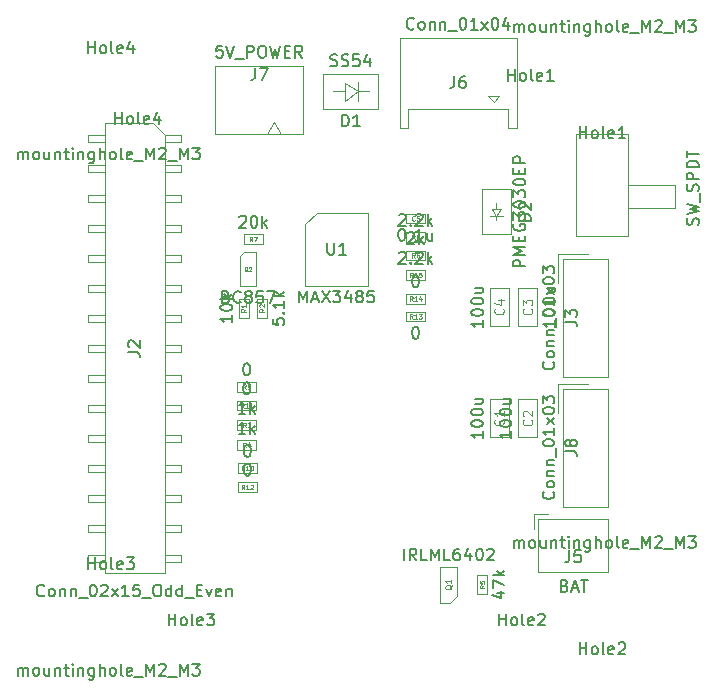
<source format=gbr>
%TF.GenerationSoftware,KiCad,Pcbnew,7.0.7-7.0.7~ubuntu23.04.1*%
%TF.CreationDate,2023-09-19T04:43:30+00:00*%
%TF.ProjectId,m5-pantilt,6d352d70-616e-4746-996c-742e6b696361,1*%
%TF.SameCoordinates,Original*%
%TF.FileFunction,AssemblyDrawing,Top*%
%FSLAX46Y46*%
G04 Gerber Fmt 4.6, Leading zero omitted, Abs format (unit mm)*
G04 Created by KiCad (PCBNEW 7.0.7-7.0.7~ubuntu23.04.1) date 2023-09-19 04:43:30*
%MOMM*%
%LPD*%
G01*
G04 APERTURE LIST*
%ADD10C,0.150000*%
%ADD11C,0.060000*%
%ADD12C,0.120000*%
%ADD13C,0.075000*%
%ADD14C,0.050000*%
%ADD15C,0.100000*%
G04 APERTURE END LIST*
D10*
X109095238Y-98454819D02*
X109095238Y-97454819D01*
X109095238Y-97931009D02*
X109666666Y-97931009D01*
X109666666Y-98454819D02*
X109666666Y-97454819D01*
X110285714Y-98454819D02*
X110190476Y-98407200D01*
X110190476Y-98407200D02*
X110142857Y-98359580D01*
X110142857Y-98359580D02*
X110095238Y-98264342D01*
X110095238Y-98264342D02*
X110095238Y-97978628D01*
X110095238Y-97978628D02*
X110142857Y-97883390D01*
X110142857Y-97883390D02*
X110190476Y-97835771D01*
X110190476Y-97835771D02*
X110285714Y-97788152D01*
X110285714Y-97788152D02*
X110428571Y-97788152D01*
X110428571Y-97788152D02*
X110523809Y-97835771D01*
X110523809Y-97835771D02*
X110571428Y-97883390D01*
X110571428Y-97883390D02*
X110619047Y-97978628D01*
X110619047Y-97978628D02*
X110619047Y-98264342D01*
X110619047Y-98264342D02*
X110571428Y-98359580D01*
X110571428Y-98359580D02*
X110523809Y-98407200D01*
X110523809Y-98407200D02*
X110428571Y-98454819D01*
X110428571Y-98454819D02*
X110285714Y-98454819D01*
X111190476Y-98454819D02*
X111095238Y-98407200D01*
X111095238Y-98407200D02*
X111047619Y-98311961D01*
X111047619Y-98311961D02*
X111047619Y-97454819D01*
X111952381Y-98407200D02*
X111857143Y-98454819D01*
X111857143Y-98454819D02*
X111666667Y-98454819D01*
X111666667Y-98454819D02*
X111571429Y-98407200D01*
X111571429Y-98407200D02*
X111523810Y-98311961D01*
X111523810Y-98311961D02*
X111523810Y-97931009D01*
X111523810Y-97931009D02*
X111571429Y-97835771D01*
X111571429Y-97835771D02*
X111666667Y-97788152D01*
X111666667Y-97788152D02*
X111857143Y-97788152D01*
X111857143Y-97788152D02*
X111952381Y-97835771D01*
X111952381Y-97835771D02*
X112000000Y-97931009D01*
X112000000Y-97931009D02*
X112000000Y-98026247D01*
X112000000Y-98026247D02*
X111523810Y-98121485D01*
X112333334Y-97454819D02*
X112952381Y-97454819D01*
X112952381Y-97454819D02*
X112619048Y-97835771D01*
X112619048Y-97835771D02*
X112761905Y-97835771D01*
X112761905Y-97835771D02*
X112857143Y-97883390D01*
X112857143Y-97883390D02*
X112904762Y-97931009D01*
X112904762Y-97931009D02*
X112952381Y-98026247D01*
X112952381Y-98026247D02*
X112952381Y-98264342D01*
X112952381Y-98264342D02*
X112904762Y-98359580D01*
X112904762Y-98359580D02*
X112857143Y-98407200D01*
X112857143Y-98407200D02*
X112761905Y-98454819D01*
X112761905Y-98454819D02*
X112476191Y-98454819D01*
X112476191Y-98454819D02*
X112380953Y-98407200D01*
X112380953Y-98407200D02*
X112333334Y-98359580D01*
X96333333Y-102704819D02*
X96333333Y-102038152D01*
X96333333Y-102133390D02*
X96380952Y-102085771D01*
X96380952Y-102085771D02*
X96476190Y-102038152D01*
X96476190Y-102038152D02*
X96619047Y-102038152D01*
X96619047Y-102038152D02*
X96714285Y-102085771D01*
X96714285Y-102085771D02*
X96761904Y-102181009D01*
X96761904Y-102181009D02*
X96761904Y-102704819D01*
X96761904Y-102181009D02*
X96809523Y-102085771D01*
X96809523Y-102085771D02*
X96904761Y-102038152D01*
X96904761Y-102038152D02*
X97047618Y-102038152D01*
X97047618Y-102038152D02*
X97142857Y-102085771D01*
X97142857Y-102085771D02*
X97190476Y-102181009D01*
X97190476Y-102181009D02*
X97190476Y-102704819D01*
X97809523Y-102704819D02*
X97714285Y-102657200D01*
X97714285Y-102657200D02*
X97666666Y-102609580D01*
X97666666Y-102609580D02*
X97619047Y-102514342D01*
X97619047Y-102514342D02*
X97619047Y-102228628D01*
X97619047Y-102228628D02*
X97666666Y-102133390D01*
X97666666Y-102133390D02*
X97714285Y-102085771D01*
X97714285Y-102085771D02*
X97809523Y-102038152D01*
X97809523Y-102038152D02*
X97952380Y-102038152D01*
X97952380Y-102038152D02*
X98047618Y-102085771D01*
X98047618Y-102085771D02*
X98095237Y-102133390D01*
X98095237Y-102133390D02*
X98142856Y-102228628D01*
X98142856Y-102228628D02*
X98142856Y-102514342D01*
X98142856Y-102514342D02*
X98095237Y-102609580D01*
X98095237Y-102609580D02*
X98047618Y-102657200D01*
X98047618Y-102657200D02*
X97952380Y-102704819D01*
X97952380Y-102704819D02*
X97809523Y-102704819D01*
X98999999Y-102038152D02*
X98999999Y-102704819D01*
X98571428Y-102038152D02*
X98571428Y-102561961D01*
X98571428Y-102561961D02*
X98619047Y-102657200D01*
X98619047Y-102657200D02*
X98714285Y-102704819D01*
X98714285Y-102704819D02*
X98857142Y-102704819D01*
X98857142Y-102704819D02*
X98952380Y-102657200D01*
X98952380Y-102657200D02*
X98999999Y-102609580D01*
X99476190Y-102038152D02*
X99476190Y-102704819D01*
X99476190Y-102133390D02*
X99523809Y-102085771D01*
X99523809Y-102085771D02*
X99619047Y-102038152D01*
X99619047Y-102038152D02*
X99761904Y-102038152D01*
X99761904Y-102038152D02*
X99857142Y-102085771D01*
X99857142Y-102085771D02*
X99904761Y-102181009D01*
X99904761Y-102181009D02*
X99904761Y-102704819D01*
X100238095Y-102038152D02*
X100619047Y-102038152D01*
X100380952Y-101704819D02*
X100380952Y-102561961D01*
X100380952Y-102561961D02*
X100428571Y-102657200D01*
X100428571Y-102657200D02*
X100523809Y-102704819D01*
X100523809Y-102704819D02*
X100619047Y-102704819D01*
X100952381Y-102704819D02*
X100952381Y-102038152D01*
X100952381Y-101704819D02*
X100904762Y-101752438D01*
X100904762Y-101752438D02*
X100952381Y-101800057D01*
X100952381Y-101800057D02*
X101000000Y-101752438D01*
X101000000Y-101752438D02*
X100952381Y-101704819D01*
X100952381Y-101704819D02*
X100952381Y-101800057D01*
X101428571Y-102038152D02*
X101428571Y-102704819D01*
X101428571Y-102133390D02*
X101476190Y-102085771D01*
X101476190Y-102085771D02*
X101571428Y-102038152D01*
X101571428Y-102038152D02*
X101714285Y-102038152D01*
X101714285Y-102038152D02*
X101809523Y-102085771D01*
X101809523Y-102085771D02*
X101857142Y-102181009D01*
X101857142Y-102181009D02*
X101857142Y-102704819D01*
X102761904Y-102038152D02*
X102761904Y-102847676D01*
X102761904Y-102847676D02*
X102714285Y-102942914D01*
X102714285Y-102942914D02*
X102666666Y-102990533D01*
X102666666Y-102990533D02*
X102571428Y-103038152D01*
X102571428Y-103038152D02*
X102428571Y-103038152D01*
X102428571Y-103038152D02*
X102333333Y-102990533D01*
X102761904Y-102657200D02*
X102666666Y-102704819D01*
X102666666Y-102704819D02*
X102476190Y-102704819D01*
X102476190Y-102704819D02*
X102380952Y-102657200D01*
X102380952Y-102657200D02*
X102333333Y-102609580D01*
X102333333Y-102609580D02*
X102285714Y-102514342D01*
X102285714Y-102514342D02*
X102285714Y-102228628D01*
X102285714Y-102228628D02*
X102333333Y-102133390D01*
X102333333Y-102133390D02*
X102380952Y-102085771D01*
X102380952Y-102085771D02*
X102476190Y-102038152D01*
X102476190Y-102038152D02*
X102666666Y-102038152D01*
X102666666Y-102038152D02*
X102761904Y-102085771D01*
X103238095Y-102704819D02*
X103238095Y-101704819D01*
X103666666Y-102704819D02*
X103666666Y-102181009D01*
X103666666Y-102181009D02*
X103619047Y-102085771D01*
X103619047Y-102085771D02*
X103523809Y-102038152D01*
X103523809Y-102038152D02*
X103380952Y-102038152D01*
X103380952Y-102038152D02*
X103285714Y-102085771D01*
X103285714Y-102085771D02*
X103238095Y-102133390D01*
X104285714Y-102704819D02*
X104190476Y-102657200D01*
X104190476Y-102657200D02*
X104142857Y-102609580D01*
X104142857Y-102609580D02*
X104095238Y-102514342D01*
X104095238Y-102514342D02*
X104095238Y-102228628D01*
X104095238Y-102228628D02*
X104142857Y-102133390D01*
X104142857Y-102133390D02*
X104190476Y-102085771D01*
X104190476Y-102085771D02*
X104285714Y-102038152D01*
X104285714Y-102038152D02*
X104428571Y-102038152D01*
X104428571Y-102038152D02*
X104523809Y-102085771D01*
X104523809Y-102085771D02*
X104571428Y-102133390D01*
X104571428Y-102133390D02*
X104619047Y-102228628D01*
X104619047Y-102228628D02*
X104619047Y-102514342D01*
X104619047Y-102514342D02*
X104571428Y-102609580D01*
X104571428Y-102609580D02*
X104523809Y-102657200D01*
X104523809Y-102657200D02*
X104428571Y-102704819D01*
X104428571Y-102704819D02*
X104285714Y-102704819D01*
X105190476Y-102704819D02*
X105095238Y-102657200D01*
X105095238Y-102657200D02*
X105047619Y-102561961D01*
X105047619Y-102561961D02*
X105047619Y-101704819D01*
X105952381Y-102657200D02*
X105857143Y-102704819D01*
X105857143Y-102704819D02*
X105666667Y-102704819D01*
X105666667Y-102704819D02*
X105571429Y-102657200D01*
X105571429Y-102657200D02*
X105523810Y-102561961D01*
X105523810Y-102561961D02*
X105523810Y-102181009D01*
X105523810Y-102181009D02*
X105571429Y-102085771D01*
X105571429Y-102085771D02*
X105666667Y-102038152D01*
X105666667Y-102038152D02*
X105857143Y-102038152D01*
X105857143Y-102038152D02*
X105952381Y-102085771D01*
X105952381Y-102085771D02*
X106000000Y-102181009D01*
X106000000Y-102181009D02*
X106000000Y-102276247D01*
X106000000Y-102276247D02*
X105523810Y-102371485D01*
X106190477Y-102800057D02*
X106952381Y-102800057D01*
X107190477Y-102704819D02*
X107190477Y-101704819D01*
X107190477Y-101704819D02*
X107523810Y-102419104D01*
X107523810Y-102419104D02*
X107857143Y-101704819D01*
X107857143Y-101704819D02*
X107857143Y-102704819D01*
X108285715Y-101800057D02*
X108333334Y-101752438D01*
X108333334Y-101752438D02*
X108428572Y-101704819D01*
X108428572Y-101704819D02*
X108666667Y-101704819D01*
X108666667Y-101704819D02*
X108761905Y-101752438D01*
X108761905Y-101752438D02*
X108809524Y-101800057D01*
X108809524Y-101800057D02*
X108857143Y-101895295D01*
X108857143Y-101895295D02*
X108857143Y-101990533D01*
X108857143Y-101990533D02*
X108809524Y-102133390D01*
X108809524Y-102133390D02*
X108238096Y-102704819D01*
X108238096Y-102704819D02*
X108857143Y-102704819D01*
X109047620Y-102800057D02*
X109809524Y-102800057D01*
X110047620Y-102704819D02*
X110047620Y-101704819D01*
X110047620Y-101704819D02*
X110380953Y-102419104D01*
X110380953Y-102419104D02*
X110714286Y-101704819D01*
X110714286Y-101704819D02*
X110714286Y-102704819D01*
X111095239Y-101704819D02*
X111714286Y-101704819D01*
X111714286Y-101704819D02*
X111380953Y-102085771D01*
X111380953Y-102085771D02*
X111523810Y-102085771D01*
X111523810Y-102085771D02*
X111619048Y-102133390D01*
X111619048Y-102133390D02*
X111666667Y-102181009D01*
X111666667Y-102181009D02*
X111714286Y-102276247D01*
X111714286Y-102276247D02*
X111714286Y-102514342D01*
X111714286Y-102514342D02*
X111666667Y-102609580D01*
X111666667Y-102609580D02*
X111619048Y-102657200D01*
X111619048Y-102657200D02*
X111523810Y-102704819D01*
X111523810Y-102704819D02*
X111238096Y-102704819D01*
X111238096Y-102704819D02*
X111142858Y-102657200D01*
X111142858Y-102657200D02*
X111095239Y-102609580D01*
X102295238Y-93704819D02*
X102295238Y-92704819D01*
X102295238Y-93181009D02*
X102866666Y-93181009D01*
X102866666Y-93704819D02*
X102866666Y-92704819D01*
X103485714Y-93704819D02*
X103390476Y-93657200D01*
X103390476Y-93657200D02*
X103342857Y-93609580D01*
X103342857Y-93609580D02*
X103295238Y-93514342D01*
X103295238Y-93514342D02*
X103295238Y-93228628D01*
X103295238Y-93228628D02*
X103342857Y-93133390D01*
X103342857Y-93133390D02*
X103390476Y-93085771D01*
X103390476Y-93085771D02*
X103485714Y-93038152D01*
X103485714Y-93038152D02*
X103628571Y-93038152D01*
X103628571Y-93038152D02*
X103723809Y-93085771D01*
X103723809Y-93085771D02*
X103771428Y-93133390D01*
X103771428Y-93133390D02*
X103819047Y-93228628D01*
X103819047Y-93228628D02*
X103819047Y-93514342D01*
X103819047Y-93514342D02*
X103771428Y-93609580D01*
X103771428Y-93609580D02*
X103723809Y-93657200D01*
X103723809Y-93657200D02*
X103628571Y-93704819D01*
X103628571Y-93704819D02*
X103485714Y-93704819D01*
X104390476Y-93704819D02*
X104295238Y-93657200D01*
X104295238Y-93657200D02*
X104247619Y-93561961D01*
X104247619Y-93561961D02*
X104247619Y-92704819D01*
X105152381Y-93657200D02*
X105057143Y-93704819D01*
X105057143Y-93704819D02*
X104866667Y-93704819D01*
X104866667Y-93704819D02*
X104771429Y-93657200D01*
X104771429Y-93657200D02*
X104723810Y-93561961D01*
X104723810Y-93561961D02*
X104723810Y-93181009D01*
X104723810Y-93181009D02*
X104771429Y-93085771D01*
X104771429Y-93085771D02*
X104866667Y-93038152D01*
X104866667Y-93038152D02*
X105057143Y-93038152D01*
X105057143Y-93038152D02*
X105152381Y-93085771D01*
X105152381Y-93085771D02*
X105200000Y-93181009D01*
X105200000Y-93181009D02*
X105200000Y-93276247D01*
X105200000Y-93276247D02*
X104723810Y-93371485D01*
X105533334Y-92704819D02*
X106152381Y-92704819D01*
X106152381Y-92704819D02*
X105819048Y-93085771D01*
X105819048Y-93085771D02*
X105961905Y-93085771D01*
X105961905Y-93085771D02*
X106057143Y-93133390D01*
X106057143Y-93133390D02*
X106104762Y-93181009D01*
X106104762Y-93181009D02*
X106152381Y-93276247D01*
X106152381Y-93276247D02*
X106152381Y-93514342D01*
X106152381Y-93514342D02*
X106104762Y-93609580D01*
X106104762Y-93609580D02*
X106057143Y-93657200D01*
X106057143Y-93657200D02*
X105961905Y-93704819D01*
X105961905Y-93704819D02*
X105676191Y-93704819D01*
X105676191Y-93704819D02*
X105580953Y-93657200D01*
X105580953Y-93657200D02*
X105533334Y-93609580D01*
X137095238Y-98454819D02*
X137095238Y-97454819D01*
X137095238Y-97931009D02*
X137666666Y-97931009D01*
X137666666Y-98454819D02*
X137666666Y-97454819D01*
X138285714Y-98454819D02*
X138190476Y-98407200D01*
X138190476Y-98407200D02*
X138142857Y-98359580D01*
X138142857Y-98359580D02*
X138095238Y-98264342D01*
X138095238Y-98264342D02*
X138095238Y-97978628D01*
X138095238Y-97978628D02*
X138142857Y-97883390D01*
X138142857Y-97883390D02*
X138190476Y-97835771D01*
X138190476Y-97835771D02*
X138285714Y-97788152D01*
X138285714Y-97788152D02*
X138428571Y-97788152D01*
X138428571Y-97788152D02*
X138523809Y-97835771D01*
X138523809Y-97835771D02*
X138571428Y-97883390D01*
X138571428Y-97883390D02*
X138619047Y-97978628D01*
X138619047Y-97978628D02*
X138619047Y-98264342D01*
X138619047Y-98264342D02*
X138571428Y-98359580D01*
X138571428Y-98359580D02*
X138523809Y-98407200D01*
X138523809Y-98407200D02*
X138428571Y-98454819D01*
X138428571Y-98454819D02*
X138285714Y-98454819D01*
X139190476Y-98454819D02*
X139095238Y-98407200D01*
X139095238Y-98407200D02*
X139047619Y-98311961D01*
X139047619Y-98311961D02*
X139047619Y-97454819D01*
X139952381Y-98407200D02*
X139857143Y-98454819D01*
X139857143Y-98454819D02*
X139666667Y-98454819D01*
X139666667Y-98454819D02*
X139571429Y-98407200D01*
X139571429Y-98407200D02*
X139523810Y-98311961D01*
X139523810Y-98311961D02*
X139523810Y-97931009D01*
X139523810Y-97931009D02*
X139571429Y-97835771D01*
X139571429Y-97835771D02*
X139666667Y-97788152D01*
X139666667Y-97788152D02*
X139857143Y-97788152D01*
X139857143Y-97788152D02*
X139952381Y-97835771D01*
X139952381Y-97835771D02*
X140000000Y-97931009D01*
X140000000Y-97931009D02*
X140000000Y-98026247D01*
X140000000Y-98026247D02*
X139523810Y-98121485D01*
X140380953Y-97550057D02*
X140428572Y-97502438D01*
X140428572Y-97502438D02*
X140523810Y-97454819D01*
X140523810Y-97454819D02*
X140761905Y-97454819D01*
X140761905Y-97454819D02*
X140857143Y-97502438D01*
X140857143Y-97502438D02*
X140904762Y-97550057D01*
X140904762Y-97550057D02*
X140952381Y-97645295D01*
X140952381Y-97645295D02*
X140952381Y-97740533D01*
X140952381Y-97740533D02*
X140904762Y-97883390D01*
X140904762Y-97883390D02*
X140333334Y-98454819D01*
X140333334Y-98454819D02*
X140952381Y-98454819D01*
X138333333Y-91904819D02*
X138333333Y-91238152D01*
X138333333Y-91333390D02*
X138380952Y-91285771D01*
X138380952Y-91285771D02*
X138476190Y-91238152D01*
X138476190Y-91238152D02*
X138619047Y-91238152D01*
X138619047Y-91238152D02*
X138714285Y-91285771D01*
X138714285Y-91285771D02*
X138761904Y-91381009D01*
X138761904Y-91381009D02*
X138761904Y-91904819D01*
X138761904Y-91381009D02*
X138809523Y-91285771D01*
X138809523Y-91285771D02*
X138904761Y-91238152D01*
X138904761Y-91238152D02*
X139047618Y-91238152D01*
X139047618Y-91238152D02*
X139142857Y-91285771D01*
X139142857Y-91285771D02*
X139190476Y-91381009D01*
X139190476Y-91381009D02*
X139190476Y-91904819D01*
X139809523Y-91904819D02*
X139714285Y-91857200D01*
X139714285Y-91857200D02*
X139666666Y-91809580D01*
X139666666Y-91809580D02*
X139619047Y-91714342D01*
X139619047Y-91714342D02*
X139619047Y-91428628D01*
X139619047Y-91428628D02*
X139666666Y-91333390D01*
X139666666Y-91333390D02*
X139714285Y-91285771D01*
X139714285Y-91285771D02*
X139809523Y-91238152D01*
X139809523Y-91238152D02*
X139952380Y-91238152D01*
X139952380Y-91238152D02*
X140047618Y-91285771D01*
X140047618Y-91285771D02*
X140095237Y-91333390D01*
X140095237Y-91333390D02*
X140142856Y-91428628D01*
X140142856Y-91428628D02*
X140142856Y-91714342D01*
X140142856Y-91714342D02*
X140095237Y-91809580D01*
X140095237Y-91809580D02*
X140047618Y-91857200D01*
X140047618Y-91857200D02*
X139952380Y-91904819D01*
X139952380Y-91904819D02*
X139809523Y-91904819D01*
X140999999Y-91238152D02*
X140999999Y-91904819D01*
X140571428Y-91238152D02*
X140571428Y-91761961D01*
X140571428Y-91761961D02*
X140619047Y-91857200D01*
X140619047Y-91857200D02*
X140714285Y-91904819D01*
X140714285Y-91904819D02*
X140857142Y-91904819D01*
X140857142Y-91904819D02*
X140952380Y-91857200D01*
X140952380Y-91857200D02*
X140999999Y-91809580D01*
X141476190Y-91238152D02*
X141476190Y-91904819D01*
X141476190Y-91333390D02*
X141523809Y-91285771D01*
X141523809Y-91285771D02*
X141619047Y-91238152D01*
X141619047Y-91238152D02*
X141761904Y-91238152D01*
X141761904Y-91238152D02*
X141857142Y-91285771D01*
X141857142Y-91285771D02*
X141904761Y-91381009D01*
X141904761Y-91381009D02*
X141904761Y-91904819D01*
X142238095Y-91238152D02*
X142619047Y-91238152D01*
X142380952Y-90904819D02*
X142380952Y-91761961D01*
X142380952Y-91761961D02*
X142428571Y-91857200D01*
X142428571Y-91857200D02*
X142523809Y-91904819D01*
X142523809Y-91904819D02*
X142619047Y-91904819D01*
X142952381Y-91904819D02*
X142952381Y-91238152D01*
X142952381Y-90904819D02*
X142904762Y-90952438D01*
X142904762Y-90952438D02*
X142952381Y-91000057D01*
X142952381Y-91000057D02*
X143000000Y-90952438D01*
X143000000Y-90952438D02*
X142952381Y-90904819D01*
X142952381Y-90904819D02*
X142952381Y-91000057D01*
X143428571Y-91238152D02*
X143428571Y-91904819D01*
X143428571Y-91333390D02*
X143476190Y-91285771D01*
X143476190Y-91285771D02*
X143571428Y-91238152D01*
X143571428Y-91238152D02*
X143714285Y-91238152D01*
X143714285Y-91238152D02*
X143809523Y-91285771D01*
X143809523Y-91285771D02*
X143857142Y-91381009D01*
X143857142Y-91381009D02*
X143857142Y-91904819D01*
X144761904Y-91238152D02*
X144761904Y-92047676D01*
X144761904Y-92047676D02*
X144714285Y-92142914D01*
X144714285Y-92142914D02*
X144666666Y-92190533D01*
X144666666Y-92190533D02*
X144571428Y-92238152D01*
X144571428Y-92238152D02*
X144428571Y-92238152D01*
X144428571Y-92238152D02*
X144333333Y-92190533D01*
X144761904Y-91857200D02*
X144666666Y-91904819D01*
X144666666Y-91904819D02*
X144476190Y-91904819D01*
X144476190Y-91904819D02*
X144380952Y-91857200D01*
X144380952Y-91857200D02*
X144333333Y-91809580D01*
X144333333Y-91809580D02*
X144285714Y-91714342D01*
X144285714Y-91714342D02*
X144285714Y-91428628D01*
X144285714Y-91428628D02*
X144333333Y-91333390D01*
X144333333Y-91333390D02*
X144380952Y-91285771D01*
X144380952Y-91285771D02*
X144476190Y-91238152D01*
X144476190Y-91238152D02*
X144666666Y-91238152D01*
X144666666Y-91238152D02*
X144761904Y-91285771D01*
X145238095Y-91904819D02*
X145238095Y-90904819D01*
X145666666Y-91904819D02*
X145666666Y-91381009D01*
X145666666Y-91381009D02*
X145619047Y-91285771D01*
X145619047Y-91285771D02*
X145523809Y-91238152D01*
X145523809Y-91238152D02*
X145380952Y-91238152D01*
X145380952Y-91238152D02*
X145285714Y-91285771D01*
X145285714Y-91285771D02*
X145238095Y-91333390D01*
X146285714Y-91904819D02*
X146190476Y-91857200D01*
X146190476Y-91857200D02*
X146142857Y-91809580D01*
X146142857Y-91809580D02*
X146095238Y-91714342D01*
X146095238Y-91714342D02*
X146095238Y-91428628D01*
X146095238Y-91428628D02*
X146142857Y-91333390D01*
X146142857Y-91333390D02*
X146190476Y-91285771D01*
X146190476Y-91285771D02*
X146285714Y-91238152D01*
X146285714Y-91238152D02*
X146428571Y-91238152D01*
X146428571Y-91238152D02*
X146523809Y-91285771D01*
X146523809Y-91285771D02*
X146571428Y-91333390D01*
X146571428Y-91333390D02*
X146619047Y-91428628D01*
X146619047Y-91428628D02*
X146619047Y-91714342D01*
X146619047Y-91714342D02*
X146571428Y-91809580D01*
X146571428Y-91809580D02*
X146523809Y-91857200D01*
X146523809Y-91857200D02*
X146428571Y-91904819D01*
X146428571Y-91904819D02*
X146285714Y-91904819D01*
X147190476Y-91904819D02*
X147095238Y-91857200D01*
X147095238Y-91857200D02*
X147047619Y-91761961D01*
X147047619Y-91761961D02*
X147047619Y-90904819D01*
X147952381Y-91857200D02*
X147857143Y-91904819D01*
X147857143Y-91904819D02*
X147666667Y-91904819D01*
X147666667Y-91904819D02*
X147571429Y-91857200D01*
X147571429Y-91857200D02*
X147523810Y-91761961D01*
X147523810Y-91761961D02*
X147523810Y-91381009D01*
X147523810Y-91381009D02*
X147571429Y-91285771D01*
X147571429Y-91285771D02*
X147666667Y-91238152D01*
X147666667Y-91238152D02*
X147857143Y-91238152D01*
X147857143Y-91238152D02*
X147952381Y-91285771D01*
X147952381Y-91285771D02*
X148000000Y-91381009D01*
X148000000Y-91381009D02*
X148000000Y-91476247D01*
X148000000Y-91476247D02*
X147523810Y-91571485D01*
X148190477Y-92000057D02*
X148952381Y-92000057D01*
X149190477Y-91904819D02*
X149190477Y-90904819D01*
X149190477Y-90904819D02*
X149523810Y-91619104D01*
X149523810Y-91619104D02*
X149857143Y-90904819D01*
X149857143Y-90904819D02*
X149857143Y-91904819D01*
X150285715Y-91000057D02*
X150333334Y-90952438D01*
X150333334Y-90952438D02*
X150428572Y-90904819D01*
X150428572Y-90904819D02*
X150666667Y-90904819D01*
X150666667Y-90904819D02*
X150761905Y-90952438D01*
X150761905Y-90952438D02*
X150809524Y-91000057D01*
X150809524Y-91000057D02*
X150857143Y-91095295D01*
X150857143Y-91095295D02*
X150857143Y-91190533D01*
X150857143Y-91190533D02*
X150809524Y-91333390D01*
X150809524Y-91333390D02*
X150238096Y-91904819D01*
X150238096Y-91904819D02*
X150857143Y-91904819D01*
X151047620Y-92000057D02*
X151809524Y-92000057D01*
X152047620Y-91904819D02*
X152047620Y-90904819D01*
X152047620Y-90904819D02*
X152380953Y-91619104D01*
X152380953Y-91619104D02*
X152714286Y-90904819D01*
X152714286Y-90904819D02*
X152714286Y-91904819D01*
X153095239Y-90904819D02*
X153714286Y-90904819D01*
X153714286Y-90904819D02*
X153380953Y-91285771D01*
X153380953Y-91285771D02*
X153523810Y-91285771D01*
X153523810Y-91285771D02*
X153619048Y-91333390D01*
X153619048Y-91333390D02*
X153666667Y-91381009D01*
X153666667Y-91381009D02*
X153714286Y-91476247D01*
X153714286Y-91476247D02*
X153714286Y-91714342D01*
X153714286Y-91714342D02*
X153666667Y-91809580D01*
X153666667Y-91809580D02*
X153619048Y-91857200D01*
X153619048Y-91857200D02*
X153523810Y-91904819D01*
X153523810Y-91904819D02*
X153238096Y-91904819D01*
X153238096Y-91904819D02*
X153142858Y-91857200D01*
X153142858Y-91857200D02*
X153095239Y-91809580D01*
X143895238Y-100904819D02*
X143895238Y-99904819D01*
X143895238Y-100381009D02*
X144466666Y-100381009D01*
X144466666Y-100904819D02*
X144466666Y-99904819D01*
X145085714Y-100904819D02*
X144990476Y-100857200D01*
X144990476Y-100857200D02*
X144942857Y-100809580D01*
X144942857Y-100809580D02*
X144895238Y-100714342D01*
X144895238Y-100714342D02*
X144895238Y-100428628D01*
X144895238Y-100428628D02*
X144942857Y-100333390D01*
X144942857Y-100333390D02*
X144990476Y-100285771D01*
X144990476Y-100285771D02*
X145085714Y-100238152D01*
X145085714Y-100238152D02*
X145228571Y-100238152D01*
X145228571Y-100238152D02*
X145323809Y-100285771D01*
X145323809Y-100285771D02*
X145371428Y-100333390D01*
X145371428Y-100333390D02*
X145419047Y-100428628D01*
X145419047Y-100428628D02*
X145419047Y-100714342D01*
X145419047Y-100714342D02*
X145371428Y-100809580D01*
X145371428Y-100809580D02*
X145323809Y-100857200D01*
X145323809Y-100857200D02*
X145228571Y-100904819D01*
X145228571Y-100904819D02*
X145085714Y-100904819D01*
X145990476Y-100904819D02*
X145895238Y-100857200D01*
X145895238Y-100857200D02*
X145847619Y-100761961D01*
X145847619Y-100761961D02*
X145847619Y-99904819D01*
X146752381Y-100857200D02*
X146657143Y-100904819D01*
X146657143Y-100904819D02*
X146466667Y-100904819D01*
X146466667Y-100904819D02*
X146371429Y-100857200D01*
X146371429Y-100857200D02*
X146323810Y-100761961D01*
X146323810Y-100761961D02*
X146323810Y-100381009D01*
X146323810Y-100381009D02*
X146371429Y-100285771D01*
X146371429Y-100285771D02*
X146466667Y-100238152D01*
X146466667Y-100238152D02*
X146657143Y-100238152D01*
X146657143Y-100238152D02*
X146752381Y-100285771D01*
X146752381Y-100285771D02*
X146800000Y-100381009D01*
X146800000Y-100381009D02*
X146800000Y-100476247D01*
X146800000Y-100476247D02*
X146323810Y-100571485D01*
X147180953Y-100000057D02*
X147228572Y-99952438D01*
X147228572Y-99952438D02*
X147323810Y-99904819D01*
X147323810Y-99904819D02*
X147561905Y-99904819D01*
X147561905Y-99904819D02*
X147657143Y-99952438D01*
X147657143Y-99952438D02*
X147704762Y-100000057D01*
X147704762Y-100000057D02*
X147752381Y-100095295D01*
X147752381Y-100095295D02*
X147752381Y-100190533D01*
X147752381Y-100190533D02*
X147704762Y-100333390D01*
X147704762Y-100333390D02*
X147133334Y-100904819D01*
X147133334Y-100904819D02*
X147752381Y-100904819D01*
X137820838Y-52347219D02*
X137820838Y-51347219D01*
X137820838Y-51823409D02*
X138392266Y-51823409D01*
X138392266Y-52347219D02*
X138392266Y-51347219D01*
X139011314Y-52347219D02*
X138916076Y-52299600D01*
X138916076Y-52299600D02*
X138868457Y-52251980D01*
X138868457Y-52251980D02*
X138820838Y-52156742D01*
X138820838Y-52156742D02*
X138820838Y-51871028D01*
X138820838Y-51871028D02*
X138868457Y-51775790D01*
X138868457Y-51775790D02*
X138916076Y-51728171D01*
X138916076Y-51728171D02*
X139011314Y-51680552D01*
X139011314Y-51680552D02*
X139154171Y-51680552D01*
X139154171Y-51680552D02*
X139249409Y-51728171D01*
X139249409Y-51728171D02*
X139297028Y-51775790D01*
X139297028Y-51775790D02*
X139344647Y-51871028D01*
X139344647Y-51871028D02*
X139344647Y-52156742D01*
X139344647Y-52156742D02*
X139297028Y-52251980D01*
X139297028Y-52251980D02*
X139249409Y-52299600D01*
X139249409Y-52299600D02*
X139154171Y-52347219D01*
X139154171Y-52347219D02*
X139011314Y-52347219D01*
X139916076Y-52347219D02*
X139820838Y-52299600D01*
X139820838Y-52299600D02*
X139773219Y-52204361D01*
X139773219Y-52204361D02*
X139773219Y-51347219D01*
X140677981Y-52299600D02*
X140582743Y-52347219D01*
X140582743Y-52347219D02*
X140392267Y-52347219D01*
X140392267Y-52347219D02*
X140297029Y-52299600D01*
X140297029Y-52299600D02*
X140249410Y-52204361D01*
X140249410Y-52204361D02*
X140249410Y-51823409D01*
X140249410Y-51823409D02*
X140297029Y-51728171D01*
X140297029Y-51728171D02*
X140392267Y-51680552D01*
X140392267Y-51680552D02*
X140582743Y-51680552D01*
X140582743Y-51680552D02*
X140677981Y-51728171D01*
X140677981Y-51728171D02*
X140725600Y-51823409D01*
X140725600Y-51823409D02*
X140725600Y-51918647D01*
X140725600Y-51918647D02*
X140249410Y-52013885D01*
X141677981Y-52347219D02*
X141106553Y-52347219D01*
X141392267Y-52347219D02*
X141392267Y-51347219D01*
X141392267Y-51347219D02*
X141297029Y-51490076D01*
X141297029Y-51490076D02*
X141201791Y-51585314D01*
X141201791Y-51585314D02*
X141106553Y-51632933D01*
X138333333Y-48204819D02*
X138333333Y-47538152D01*
X138333333Y-47633390D02*
X138380952Y-47585771D01*
X138380952Y-47585771D02*
X138476190Y-47538152D01*
X138476190Y-47538152D02*
X138619047Y-47538152D01*
X138619047Y-47538152D02*
X138714285Y-47585771D01*
X138714285Y-47585771D02*
X138761904Y-47681009D01*
X138761904Y-47681009D02*
X138761904Y-48204819D01*
X138761904Y-47681009D02*
X138809523Y-47585771D01*
X138809523Y-47585771D02*
X138904761Y-47538152D01*
X138904761Y-47538152D02*
X139047618Y-47538152D01*
X139047618Y-47538152D02*
X139142857Y-47585771D01*
X139142857Y-47585771D02*
X139190476Y-47681009D01*
X139190476Y-47681009D02*
X139190476Y-48204819D01*
X139809523Y-48204819D02*
X139714285Y-48157200D01*
X139714285Y-48157200D02*
X139666666Y-48109580D01*
X139666666Y-48109580D02*
X139619047Y-48014342D01*
X139619047Y-48014342D02*
X139619047Y-47728628D01*
X139619047Y-47728628D02*
X139666666Y-47633390D01*
X139666666Y-47633390D02*
X139714285Y-47585771D01*
X139714285Y-47585771D02*
X139809523Y-47538152D01*
X139809523Y-47538152D02*
X139952380Y-47538152D01*
X139952380Y-47538152D02*
X140047618Y-47585771D01*
X140047618Y-47585771D02*
X140095237Y-47633390D01*
X140095237Y-47633390D02*
X140142856Y-47728628D01*
X140142856Y-47728628D02*
X140142856Y-48014342D01*
X140142856Y-48014342D02*
X140095237Y-48109580D01*
X140095237Y-48109580D02*
X140047618Y-48157200D01*
X140047618Y-48157200D02*
X139952380Y-48204819D01*
X139952380Y-48204819D02*
X139809523Y-48204819D01*
X140999999Y-47538152D02*
X140999999Y-48204819D01*
X140571428Y-47538152D02*
X140571428Y-48061961D01*
X140571428Y-48061961D02*
X140619047Y-48157200D01*
X140619047Y-48157200D02*
X140714285Y-48204819D01*
X140714285Y-48204819D02*
X140857142Y-48204819D01*
X140857142Y-48204819D02*
X140952380Y-48157200D01*
X140952380Y-48157200D02*
X140999999Y-48109580D01*
X141476190Y-47538152D02*
X141476190Y-48204819D01*
X141476190Y-47633390D02*
X141523809Y-47585771D01*
X141523809Y-47585771D02*
X141619047Y-47538152D01*
X141619047Y-47538152D02*
X141761904Y-47538152D01*
X141761904Y-47538152D02*
X141857142Y-47585771D01*
X141857142Y-47585771D02*
X141904761Y-47681009D01*
X141904761Y-47681009D02*
X141904761Y-48204819D01*
X142238095Y-47538152D02*
X142619047Y-47538152D01*
X142380952Y-47204819D02*
X142380952Y-48061961D01*
X142380952Y-48061961D02*
X142428571Y-48157200D01*
X142428571Y-48157200D02*
X142523809Y-48204819D01*
X142523809Y-48204819D02*
X142619047Y-48204819D01*
X142952381Y-48204819D02*
X142952381Y-47538152D01*
X142952381Y-47204819D02*
X142904762Y-47252438D01*
X142904762Y-47252438D02*
X142952381Y-47300057D01*
X142952381Y-47300057D02*
X143000000Y-47252438D01*
X143000000Y-47252438D02*
X142952381Y-47204819D01*
X142952381Y-47204819D02*
X142952381Y-47300057D01*
X143428571Y-47538152D02*
X143428571Y-48204819D01*
X143428571Y-47633390D02*
X143476190Y-47585771D01*
X143476190Y-47585771D02*
X143571428Y-47538152D01*
X143571428Y-47538152D02*
X143714285Y-47538152D01*
X143714285Y-47538152D02*
X143809523Y-47585771D01*
X143809523Y-47585771D02*
X143857142Y-47681009D01*
X143857142Y-47681009D02*
X143857142Y-48204819D01*
X144761904Y-47538152D02*
X144761904Y-48347676D01*
X144761904Y-48347676D02*
X144714285Y-48442914D01*
X144714285Y-48442914D02*
X144666666Y-48490533D01*
X144666666Y-48490533D02*
X144571428Y-48538152D01*
X144571428Y-48538152D02*
X144428571Y-48538152D01*
X144428571Y-48538152D02*
X144333333Y-48490533D01*
X144761904Y-48157200D02*
X144666666Y-48204819D01*
X144666666Y-48204819D02*
X144476190Y-48204819D01*
X144476190Y-48204819D02*
X144380952Y-48157200D01*
X144380952Y-48157200D02*
X144333333Y-48109580D01*
X144333333Y-48109580D02*
X144285714Y-48014342D01*
X144285714Y-48014342D02*
X144285714Y-47728628D01*
X144285714Y-47728628D02*
X144333333Y-47633390D01*
X144333333Y-47633390D02*
X144380952Y-47585771D01*
X144380952Y-47585771D02*
X144476190Y-47538152D01*
X144476190Y-47538152D02*
X144666666Y-47538152D01*
X144666666Y-47538152D02*
X144761904Y-47585771D01*
X145238095Y-48204819D02*
X145238095Y-47204819D01*
X145666666Y-48204819D02*
X145666666Y-47681009D01*
X145666666Y-47681009D02*
X145619047Y-47585771D01*
X145619047Y-47585771D02*
X145523809Y-47538152D01*
X145523809Y-47538152D02*
X145380952Y-47538152D01*
X145380952Y-47538152D02*
X145285714Y-47585771D01*
X145285714Y-47585771D02*
X145238095Y-47633390D01*
X146285714Y-48204819D02*
X146190476Y-48157200D01*
X146190476Y-48157200D02*
X146142857Y-48109580D01*
X146142857Y-48109580D02*
X146095238Y-48014342D01*
X146095238Y-48014342D02*
X146095238Y-47728628D01*
X146095238Y-47728628D02*
X146142857Y-47633390D01*
X146142857Y-47633390D02*
X146190476Y-47585771D01*
X146190476Y-47585771D02*
X146285714Y-47538152D01*
X146285714Y-47538152D02*
X146428571Y-47538152D01*
X146428571Y-47538152D02*
X146523809Y-47585771D01*
X146523809Y-47585771D02*
X146571428Y-47633390D01*
X146571428Y-47633390D02*
X146619047Y-47728628D01*
X146619047Y-47728628D02*
X146619047Y-48014342D01*
X146619047Y-48014342D02*
X146571428Y-48109580D01*
X146571428Y-48109580D02*
X146523809Y-48157200D01*
X146523809Y-48157200D02*
X146428571Y-48204819D01*
X146428571Y-48204819D02*
X146285714Y-48204819D01*
X147190476Y-48204819D02*
X147095238Y-48157200D01*
X147095238Y-48157200D02*
X147047619Y-48061961D01*
X147047619Y-48061961D02*
X147047619Y-47204819D01*
X147952381Y-48157200D02*
X147857143Y-48204819D01*
X147857143Y-48204819D02*
X147666667Y-48204819D01*
X147666667Y-48204819D02*
X147571429Y-48157200D01*
X147571429Y-48157200D02*
X147523810Y-48061961D01*
X147523810Y-48061961D02*
X147523810Y-47681009D01*
X147523810Y-47681009D02*
X147571429Y-47585771D01*
X147571429Y-47585771D02*
X147666667Y-47538152D01*
X147666667Y-47538152D02*
X147857143Y-47538152D01*
X147857143Y-47538152D02*
X147952381Y-47585771D01*
X147952381Y-47585771D02*
X148000000Y-47681009D01*
X148000000Y-47681009D02*
X148000000Y-47776247D01*
X148000000Y-47776247D02*
X147523810Y-47871485D01*
X148190477Y-48300057D02*
X148952381Y-48300057D01*
X149190477Y-48204819D02*
X149190477Y-47204819D01*
X149190477Y-47204819D02*
X149523810Y-47919104D01*
X149523810Y-47919104D02*
X149857143Y-47204819D01*
X149857143Y-47204819D02*
X149857143Y-48204819D01*
X150285715Y-47300057D02*
X150333334Y-47252438D01*
X150333334Y-47252438D02*
X150428572Y-47204819D01*
X150428572Y-47204819D02*
X150666667Y-47204819D01*
X150666667Y-47204819D02*
X150761905Y-47252438D01*
X150761905Y-47252438D02*
X150809524Y-47300057D01*
X150809524Y-47300057D02*
X150857143Y-47395295D01*
X150857143Y-47395295D02*
X150857143Y-47490533D01*
X150857143Y-47490533D02*
X150809524Y-47633390D01*
X150809524Y-47633390D02*
X150238096Y-48204819D01*
X150238096Y-48204819D02*
X150857143Y-48204819D01*
X151047620Y-48300057D02*
X151809524Y-48300057D01*
X152047620Y-48204819D02*
X152047620Y-47204819D01*
X152047620Y-47204819D02*
X152380953Y-47919104D01*
X152380953Y-47919104D02*
X152714286Y-47204819D01*
X152714286Y-47204819D02*
X152714286Y-48204819D01*
X153095239Y-47204819D02*
X153714286Y-47204819D01*
X153714286Y-47204819D02*
X153380953Y-47585771D01*
X153380953Y-47585771D02*
X153523810Y-47585771D01*
X153523810Y-47585771D02*
X153619048Y-47633390D01*
X153619048Y-47633390D02*
X153666667Y-47681009D01*
X153666667Y-47681009D02*
X153714286Y-47776247D01*
X153714286Y-47776247D02*
X153714286Y-48014342D01*
X153714286Y-48014342D02*
X153666667Y-48109580D01*
X153666667Y-48109580D02*
X153619048Y-48157200D01*
X153619048Y-48157200D02*
X153523810Y-48204819D01*
X153523810Y-48204819D02*
X153238096Y-48204819D01*
X153238096Y-48204819D02*
X153142858Y-48157200D01*
X153142858Y-48157200D02*
X153095239Y-48109580D01*
X143895238Y-57204819D02*
X143895238Y-56204819D01*
X143895238Y-56681009D02*
X144466666Y-56681009D01*
X144466666Y-57204819D02*
X144466666Y-56204819D01*
X145085714Y-57204819D02*
X144990476Y-57157200D01*
X144990476Y-57157200D02*
X144942857Y-57109580D01*
X144942857Y-57109580D02*
X144895238Y-57014342D01*
X144895238Y-57014342D02*
X144895238Y-56728628D01*
X144895238Y-56728628D02*
X144942857Y-56633390D01*
X144942857Y-56633390D02*
X144990476Y-56585771D01*
X144990476Y-56585771D02*
X145085714Y-56538152D01*
X145085714Y-56538152D02*
X145228571Y-56538152D01*
X145228571Y-56538152D02*
X145323809Y-56585771D01*
X145323809Y-56585771D02*
X145371428Y-56633390D01*
X145371428Y-56633390D02*
X145419047Y-56728628D01*
X145419047Y-56728628D02*
X145419047Y-57014342D01*
X145419047Y-57014342D02*
X145371428Y-57109580D01*
X145371428Y-57109580D02*
X145323809Y-57157200D01*
X145323809Y-57157200D02*
X145228571Y-57204819D01*
X145228571Y-57204819D02*
X145085714Y-57204819D01*
X145990476Y-57204819D02*
X145895238Y-57157200D01*
X145895238Y-57157200D02*
X145847619Y-57061961D01*
X145847619Y-57061961D02*
X145847619Y-56204819D01*
X146752381Y-57157200D02*
X146657143Y-57204819D01*
X146657143Y-57204819D02*
X146466667Y-57204819D01*
X146466667Y-57204819D02*
X146371429Y-57157200D01*
X146371429Y-57157200D02*
X146323810Y-57061961D01*
X146323810Y-57061961D02*
X146323810Y-56681009D01*
X146323810Y-56681009D02*
X146371429Y-56585771D01*
X146371429Y-56585771D02*
X146466667Y-56538152D01*
X146466667Y-56538152D02*
X146657143Y-56538152D01*
X146657143Y-56538152D02*
X146752381Y-56585771D01*
X146752381Y-56585771D02*
X146800000Y-56681009D01*
X146800000Y-56681009D02*
X146800000Y-56776247D01*
X146800000Y-56776247D02*
X146323810Y-56871485D01*
X147752381Y-57204819D02*
X147180953Y-57204819D01*
X147466667Y-57204819D02*
X147466667Y-56204819D01*
X147466667Y-56204819D02*
X147371429Y-56347676D01*
X147371429Y-56347676D02*
X147276191Y-56442914D01*
X147276191Y-56442914D02*
X147180953Y-56490533D01*
X104546838Y-56004819D02*
X104546838Y-55004819D01*
X104546838Y-55481009D02*
X105118266Y-55481009D01*
X105118266Y-56004819D02*
X105118266Y-55004819D01*
X105737314Y-56004819D02*
X105642076Y-55957200D01*
X105642076Y-55957200D02*
X105594457Y-55909580D01*
X105594457Y-55909580D02*
X105546838Y-55814342D01*
X105546838Y-55814342D02*
X105546838Y-55528628D01*
X105546838Y-55528628D02*
X105594457Y-55433390D01*
X105594457Y-55433390D02*
X105642076Y-55385771D01*
X105642076Y-55385771D02*
X105737314Y-55338152D01*
X105737314Y-55338152D02*
X105880171Y-55338152D01*
X105880171Y-55338152D02*
X105975409Y-55385771D01*
X105975409Y-55385771D02*
X106023028Y-55433390D01*
X106023028Y-55433390D02*
X106070647Y-55528628D01*
X106070647Y-55528628D02*
X106070647Y-55814342D01*
X106070647Y-55814342D02*
X106023028Y-55909580D01*
X106023028Y-55909580D02*
X105975409Y-55957200D01*
X105975409Y-55957200D02*
X105880171Y-56004819D01*
X105880171Y-56004819D02*
X105737314Y-56004819D01*
X106642076Y-56004819D02*
X106546838Y-55957200D01*
X106546838Y-55957200D02*
X106499219Y-55861961D01*
X106499219Y-55861961D02*
X106499219Y-55004819D01*
X107403981Y-55957200D02*
X107308743Y-56004819D01*
X107308743Y-56004819D02*
X107118267Y-56004819D01*
X107118267Y-56004819D02*
X107023029Y-55957200D01*
X107023029Y-55957200D02*
X106975410Y-55861961D01*
X106975410Y-55861961D02*
X106975410Y-55481009D01*
X106975410Y-55481009D02*
X107023029Y-55385771D01*
X107023029Y-55385771D02*
X107118267Y-55338152D01*
X107118267Y-55338152D02*
X107308743Y-55338152D01*
X107308743Y-55338152D02*
X107403981Y-55385771D01*
X107403981Y-55385771D02*
X107451600Y-55481009D01*
X107451600Y-55481009D02*
X107451600Y-55576247D01*
X107451600Y-55576247D02*
X106975410Y-55671485D01*
X108308743Y-55338152D02*
X108308743Y-56004819D01*
X108070648Y-54957200D02*
X107832553Y-55671485D01*
X107832553Y-55671485D02*
X108451600Y-55671485D01*
X96333333Y-59004819D02*
X96333333Y-58338152D01*
X96333333Y-58433390D02*
X96380952Y-58385771D01*
X96380952Y-58385771D02*
X96476190Y-58338152D01*
X96476190Y-58338152D02*
X96619047Y-58338152D01*
X96619047Y-58338152D02*
X96714285Y-58385771D01*
X96714285Y-58385771D02*
X96761904Y-58481009D01*
X96761904Y-58481009D02*
X96761904Y-59004819D01*
X96761904Y-58481009D02*
X96809523Y-58385771D01*
X96809523Y-58385771D02*
X96904761Y-58338152D01*
X96904761Y-58338152D02*
X97047618Y-58338152D01*
X97047618Y-58338152D02*
X97142857Y-58385771D01*
X97142857Y-58385771D02*
X97190476Y-58481009D01*
X97190476Y-58481009D02*
X97190476Y-59004819D01*
X97809523Y-59004819D02*
X97714285Y-58957200D01*
X97714285Y-58957200D02*
X97666666Y-58909580D01*
X97666666Y-58909580D02*
X97619047Y-58814342D01*
X97619047Y-58814342D02*
X97619047Y-58528628D01*
X97619047Y-58528628D02*
X97666666Y-58433390D01*
X97666666Y-58433390D02*
X97714285Y-58385771D01*
X97714285Y-58385771D02*
X97809523Y-58338152D01*
X97809523Y-58338152D02*
X97952380Y-58338152D01*
X97952380Y-58338152D02*
X98047618Y-58385771D01*
X98047618Y-58385771D02*
X98095237Y-58433390D01*
X98095237Y-58433390D02*
X98142856Y-58528628D01*
X98142856Y-58528628D02*
X98142856Y-58814342D01*
X98142856Y-58814342D02*
X98095237Y-58909580D01*
X98095237Y-58909580D02*
X98047618Y-58957200D01*
X98047618Y-58957200D02*
X97952380Y-59004819D01*
X97952380Y-59004819D02*
X97809523Y-59004819D01*
X98999999Y-58338152D02*
X98999999Y-59004819D01*
X98571428Y-58338152D02*
X98571428Y-58861961D01*
X98571428Y-58861961D02*
X98619047Y-58957200D01*
X98619047Y-58957200D02*
X98714285Y-59004819D01*
X98714285Y-59004819D02*
X98857142Y-59004819D01*
X98857142Y-59004819D02*
X98952380Y-58957200D01*
X98952380Y-58957200D02*
X98999999Y-58909580D01*
X99476190Y-58338152D02*
X99476190Y-59004819D01*
X99476190Y-58433390D02*
X99523809Y-58385771D01*
X99523809Y-58385771D02*
X99619047Y-58338152D01*
X99619047Y-58338152D02*
X99761904Y-58338152D01*
X99761904Y-58338152D02*
X99857142Y-58385771D01*
X99857142Y-58385771D02*
X99904761Y-58481009D01*
X99904761Y-58481009D02*
X99904761Y-59004819D01*
X100238095Y-58338152D02*
X100619047Y-58338152D01*
X100380952Y-58004819D02*
X100380952Y-58861961D01*
X100380952Y-58861961D02*
X100428571Y-58957200D01*
X100428571Y-58957200D02*
X100523809Y-59004819D01*
X100523809Y-59004819D02*
X100619047Y-59004819D01*
X100952381Y-59004819D02*
X100952381Y-58338152D01*
X100952381Y-58004819D02*
X100904762Y-58052438D01*
X100904762Y-58052438D02*
X100952381Y-58100057D01*
X100952381Y-58100057D02*
X101000000Y-58052438D01*
X101000000Y-58052438D02*
X100952381Y-58004819D01*
X100952381Y-58004819D02*
X100952381Y-58100057D01*
X101428571Y-58338152D02*
X101428571Y-59004819D01*
X101428571Y-58433390D02*
X101476190Y-58385771D01*
X101476190Y-58385771D02*
X101571428Y-58338152D01*
X101571428Y-58338152D02*
X101714285Y-58338152D01*
X101714285Y-58338152D02*
X101809523Y-58385771D01*
X101809523Y-58385771D02*
X101857142Y-58481009D01*
X101857142Y-58481009D02*
X101857142Y-59004819D01*
X102761904Y-58338152D02*
X102761904Y-59147676D01*
X102761904Y-59147676D02*
X102714285Y-59242914D01*
X102714285Y-59242914D02*
X102666666Y-59290533D01*
X102666666Y-59290533D02*
X102571428Y-59338152D01*
X102571428Y-59338152D02*
X102428571Y-59338152D01*
X102428571Y-59338152D02*
X102333333Y-59290533D01*
X102761904Y-58957200D02*
X102666666Y-59004819D01*
X102666666Y-59004819D02*
X102476190Y-59004819D01*
X102476190Y-59004819D02*
X102380952Y-58957200D01*
X102380952Y-58957200D02*
X102333333Y-58909580D01*
X102333333Y-58909580D02*
X102285714Y-58814342D01*
X102285714Y-58814342D02*
X102285714Y-58528628D01*
X102285714Y-58528628D02*
X102333333Y-58433390D01*
X102333333Y-58433390D02*
X102380952Y-58385771D01*
X102380952Y-58385771D02*
X102476190Y-58338152D01*
X102476190Y-58338152D02*
X102666666Y-58338152D01*
X102666666Y-58338152D02*
X102761904Y-58385771D01*
X103238095Y-59004819D02*
X103238095Y-58004819D01*
X103666666Y-59004819D02*
X103666666Y-58481009D01*
X103666666Y-58481009D02*
X103619047Y-58385771D01*
X103619047Y-58385771D02*
X103523809Y-58338152D01*
X103523809Y-58338152D02*
X103380952Y-58338152D01*
X103380952Y-58338152D02*
X103285714Y-58385771D01*
X103285714Y-58385771D02*
X103238095Y-58433390D01*
X104285714Y-59004819D02*
X104190476Y-58957200D01*
X104190476Y-58957200D02*
X104142857Y-58909580D01*
X104142857Y-58909580D02*
X104095238Y-58814342D01*
X104095238Y-58814342D02*
X104095238Y-58528628D01*
X104095238Y-58528628D02*
X104142857Y-58433390D01*
X104142857Y-58433390D02*
X104190476Y-58385771D01*
X104190476Y-58385771D02*
X104285714Y-58338152D01*
X104285714Y-58338152D02*
X104428571Y-58338152D01*
X104428571Y-58338152D02*
X104523809Y-58385771D01*
X104523809Y-58385771D02*
X104571428Y-58433390D01*
X104571428Y-58433390D02*
X104619047Y-58528628D01*
X104619047Y-58528628D02*
X104619047Y-58814342D01*
X104619047Y-58814342D02*
X104571428Y-58909580D01*
X104571428Y-58909580D02*
X104523809Y-58957200D01*
X104523809Y-58957200D02*
X104428571Y-59004819D01*
X104428571Y-59004819D02*
X104285714Y-59004819D01*
X105190476Y-59004819D02*
X105095238Y-58957200D01*
X105095238Y-58957200D02*
X105047619Y-58861961D01*
X105047619Y-58861961D02*
X105047619Y-58004819D01*
X105952381Y-58957200D02*
X105857143Y-59004819D01*
X105857143Y-59004819D02*
X105666667Y-59004819D01*
X105666667Y-59004819D02*
X105571429Y-58957200D01*
X105571429Y-58957200D02*
X105523810Y-58861961D01*
X105523810Y-58861961D02*
X105523810Y-58481009D01*
X105523810Y-58481009D02*
X105571429Y-58385771D01*
X105571429Y-58385771D02*
X105666667Y-58338152D01*
X105666667Y-58338152D02*
X105857143Y-58338152D01*
X105857143Y-58338152D02*
X105952381Y-58385771D01*
X105952381Y-58385771D02*
X106000000Y-58481009D01*
X106000000Y-58481009D02*
X106000000Y-58576247D01*
X106000000Y-58576247D02*
X105523810Y-58671485D01*
X106190477Y-59100057D02*
X106952381Y-59100057D01*
X107190477Y-59004819D02*
X107190477Y-58004819D01*
X107190477Y-58004819D02*
X107523810Y-58719104D01*
X107523810Y-58719104D02*
X107857143Y-58004819D01*
X107857143Y-58004819D02*
X107857143Y-59004819D01*
X108285715Y-58100057D02*
X108333334Y-58052438D01*
X108333334Y-58052438D02*
X108428572Y-58004819D01*
X108428572Y-58004819D02*
X108666667Y-58004819D01*
X108666667Y-58004819D02*
X108761905Y-58052438D01*
X108761905Y-58052438D02*
X108809524Y-58100057D01*
X108809524Y-58100057D02*
X108857143Y-58195295D01*
X108857143Y-58195295D02*
X108857143Y-58290533D01*
X108857143Y-58290533D02*
X108809524Y-58433390D01*
X108809524Y-58433390D02*
X108238096Y-59004819D01*
X108238096Y-59004819D02*
X108857143Y-59004819D01*
X109047620Y-59100057D02*
X109809524Y-59100057D01*
X110047620Y-59004819D02*
X110047620Y-58004819D01*
X110047620Y-58004819D02*
X110380953Y-58719104D01*
X110380953Y-58719104D02*
X110714286Y-58004819D01*
X110714286Y-58004819D02*
X110714286Y-59004819D01*
X111095239Y-58004819D02*
X111714286Y-58004819D01*
X111714286Y-58004819D02*
X111380953Y-58385771D01*
X111380953Y-58385771D02*
X111523810Y-58385771D01*
X111523810Y-58385771D02*
X111619048Y-58433390D01*
X111619048Y-58433390D02*
X111666667Y-58481009D01*
X111666667Y-58481009D02*
X111714286Y-58576247D01*
X111714286Y-58576247D02*
X111714286Y-58814342D01*
X111714286Y-58814342D02*
X111666667Y-58909580D01*
X111666667Y-58909580D02*
X111619048Y-58957200D01*
X111619048Y-58957200D02*
X111523810Y-59004819D01*
X111523810Y-59004819D02*
X111238096Y-59004819D01*
X111238096Y-59004819D02*
X111142858Y-58957200D01*
X111142858Y-58957200D02*
X111095239Y-58909580D01*
X102295238Y-50004819D02*
X102295238Y-49004819D01*
X102295238Y-49481009D02*
X102866666Y-49481009D01*
X102866666Y-50004819D02*
X102866666Y-49004819D01*
X103485714Y-50004819D02*
X103390476Y-49957200D01*
X103390476Y-49957200D02*
X103342857Y-49909580D01*
X103342857Y-49909580D02*
X103295238Y-49814342D01*
X103295238Y-49814342D02*
X103295238Y-49528628D01*
X103295238Y-49528628D02*
X103342857Y-49433390D01*
X103342857Y-49433390D02*
X103390476Y-49385771D01*
X103390476Y-49385771D02*
X103485714Y-49338152D01*
X103485714Y-49338152D02*
X103628571Y-49338152D01*
X103628571Y-49338152D02*
X103723809Y-49385771D01*
X103723809Y-49385771D02*
X103771428Y-49433390D01*
X103771428Y-49433390D02*
X103819047Y-49528628D01*
X103819047Y-49528628D02*
X103819047Y-49814342D01*
X103819047Y-49814342D02*
X103771428Y-49909580D01*
X103771428Y-49909580D02*
X103723809Y-49957200D01*
X103723809Y-49957200D02*
X103628571Y-50004819D01*
X103628571Y-50004819D02*
X103485714Y-50004819D01*
X104390476Y-50004819D02*
X104295238Y-49957200D01*
X104295238Y-49957200D02*
X104247619Y-49861961D01*
X104247619Y-49861961D02*
X104247619Y-49004819D01*
X105152381Y-49957200D02*
X105057143Y-50004819D01*
X105057143Y-50004819D02*
X104866667Y-50004819D01*
X104866667Y-50004819D02*
X104771429Y-49957200D01*
X104771429Y-49957200D02*
X104723810Y-49861961D01*
X104723810Y-49861961D02*
X104723810Y-49481009D01*
X104723810Y-49481009D02*
X104771429Y-49385771D01*
X104771429Y-49385771D02*
X104866667Y-49338152D01*
X104866667Y-49338152D02*
X105057143Y-49338152D01*
X105057143Y-49338152D02*
X105152381Y-49385771D01*
X105152381Y-49385771D02*
X105200000Y-49481009D01*
X105200000Y-49481009D02*
X105200000Y-49576247D01*
X105200000Y-49576247D02*
X104723810Y-49671485D01*
X106057143Y-49338152D02*
X106057143Y-50004819D01*
X105819048Y-48957200D02*
X105580953Y-49671485D01*
X105580953Y-49671485D02*
X106200000Y-49671485D01*
X129861904Y-47909580D02*
X129814285Y-47957200D01*
X129814285Y-47957200D02*
X129671428Y-48004819D01*
X129671428Y-48004819D02*
X129576190Y-48004819D01*
X129576190Y-48004819D02*
X129433333Y-47957200D01*
X129433333Y-47957200D02*
X129338095Y-47861961D01*
X129338095Y-47861961D02*
X129290476Y-47766723D01*
X129290476Y-47766723D02*
X129242857Y-47576247D01*
X129242857Y-47576247D02*
X129242857Y-47433390D01*
X129242857Y-47433390D02*
X129290476Y-47242914D01*
X129290476Y-47242914D02*
X129338095Y-47147676D01*
X129338095Y-47147676D02*
X129433333Y-47052438D01*
X129433333Y-47052438D02*
X129576190Y-47004819D01*
X129576190Y-47004819D02*
X129671428Y-47004819D01*
X129671428Y-47004819D02*
X129814285Y-47052438D01*
X129814285Y-47052438D02*
X129861904Y-47100057D01*
X130433333Y-48004819D02*
X130338095Y-47957200D01*
X130338095Y-47957200D02*
X130290476Y-47909580D01*
X130290476Y-47909580D02*
X130242857Y-47814342D01*
X130242857Y-47814342D02*
X130242857Y-47528628D01*
X130242857Y-47528628D02*
X130290476Y-47433390D01*
X130290476Y-47433390D02*
X130338095Y-47385771D01*
X130338095Y-47385771D02*
X130433333Y-47338152D01*
X130433333Y-47338152D02*
X130576190Y-47338152D01*
X130576190Y-47338152D02*
X130671428Y-47385771D01*
X130671428Y-47385771D02*
X130719047Y-47433390D01*
X130719047Y-47433390D02*
X130766666Y-47528628D01*
X130766666Y-47528628D02*
X130766666Y-47814342D01*
X130766666Y-47814342D02*
X130719047Y-47909580D01*
X130719047Y-47909580D02*
X130671428Y-47957200D01*
X130671428Y-47957200D02*
X130576190Y-48004819D01*
X130576190Y-48004819D02*
X130433333Y-48004819D01*
X131195238Y-47338152D02*
X131195238Y-48004819D01*
X131195238Y-47433390D02*
X131242857Y-47385771D01*
X131242857Y-47385771D02*
X131338095Y-47338152D01*
X131338095Y-47338152D02*
X131480952Y-47338152D01*
X131480952Y-47338152D02*
X131576190Y-47385771D01*
X131576190Y-47385771D02*
X131623809Y-47481009D01*
X131623809Y-47481009D02*
X131623809Y-48004819D01*
X132100000Y-47338152D02*
X132100000Y-48004819D01*
X132100000Y-47433390D02*
X132147619Y-47385771D01*
X132147619Y-47385771D02*
X132242857Y-47338152D01*
X132242857Y-47338152D02*
X132385714Y-47338152D01*
X132385714Y-47338152D02*
X132480952Y-47385771D01*
X132480952Y-47385771D02*
X132528571Y-47481009D01*
X132528571Y-47481009D02*
X132528571Y-48004819D01*
X132766667Y-48100057D02*
X133528571Y-48100057D01*
X133957143Y-47004819D02*
X134052381Y-47004819D01*
X134052381Y-47004819D02*
X134147619Y-47052438D01*
X134147619Y-47052438D02*
X134195238Y-47100057D01*
X134195238Y-47100057D02*
X134242857Y-47195295D01*
X134242857Y-47195295D02*
X134290476Y-47385771D01*
X134290476Y-47385771D02*
X134290476Y-47623866D01*
X134290476Y-47623866D02*
X134242857Y-47814342D01*
X134242857Y-47814342D02*
X134195238Y-47909580D01*
X134195238Y-47909580D02*
X134147619Y-47957200D01*
X134147619Y-47957200D02*
X134052381Y-48004819D01*
X134052381Y-48004819D02*
X133957143Y-48004819D01*
X133957143Y-48004819D02*
X133861905Y-47957200D01*
X133861905Y-47957200D02*
X133814286Y-47909580D01*
X133814286Y-47909580D02*
X133766667Y-47814342D01*
X133766667Y-47814342D02*
X133719048Y-47623866D01*
X133719048Y-47623866D02*
X133719048Y-47385771D01*
X133719048Y-47385771D02*
X133766667Y-47195295D01*
X133766667Y-47195295D02*
X133814286Y-47100057D01*
X133814286Y-47100057D02*
X133861905Y-47052438D01*
X133861905Y-47052438D02*
X133957143Y-47004819D01*
X135242857Y-48004819D02*
X134671429Y-48004819D01*
X134957143Y-48004819D02*
X134957143Y-47004819D01*
X134957143Y-47004819D02*
X134861905Y-47147676D01*
X134861905Y-47147676D02*
X134766667Y-47242914D01*
X134766667Y-47242914D02*
X134671429Y-47290533D01*
X135576191Y-48004819D02*
X136100000Y-47338152D01*
X135576191Y-47338152D02*
X136100000Y-48004819D01*
X136671429Y-47004819D02*
X136766667Y-47004819D01*
X136766667Y-47004819D02*
X136861905Y-47052438D01*
X136861905Y-47052438D02*
X136909524Y-47100057D01*
X136909524Y-47100057D02*
X136957143Y-47195295D01*
X136957143Y-47195295D02*
X137004762Y-47385771D01*
X137004762Y-47385771D02*
X137004762Y-47623866D01*
X137004762Y-47623866D02*
X136957143Y-47814342D01*
X136957143Y-47814342D02*
X136909524Y-47909580D01*
X136909524Y-47909580D02*
X136861905Y-47957200D01*
X136861905Y-47957200D02*
X136766667Y-48004819D01*
X136766667Y-48004819D02*
X136671429Y-48004819D01*
X136671429Y-48004819D02*
X136576191Y-47957200D01*
X136576191Y-47957200D02*
X136528572Y-47909580D01*
X136528572Y-47909580D02*
X136480953Y-47814342D01*
X136480953Y-47814342D02*
X136433334Y-47623866D01*
X136433334Y-47623866D02*
X136433334Y-47385771D01*
X136433334Y-47385771D02*
X136480953Y-47195295D01*
X136480953Y-47195295D02*
X136528572Y-47100057D01*
X136528572Y-47100057D02*
X136576191Y-47052438D01*
X136576191Y-47052438D02*
X136671429Y-47004819D01*
X137861905Y-47338152D02*
X137861905Y-48004819D01*
X137623810Y-46957200D02*
X137385715Y-47671485D01*
X137385715Y-47671485D02*
X138004762Y-47671485D01*
X133266666Y-51954819D02*
X133266666Y-52669104D01*
X133266666Y-52669104D02*
X133219047Y-52811961D01*
X133219047Y-52811961D02*
X133123809Y-52907200D01*
X133123809Y-52907200D02*
X132980952Y-52954819D01*
X132980952Y-52954819D02*
X132885714Y-52954819D01*
X134171428Y-51954819D02*
X133980952Y-51954819D01*
X133980952Y-51954819D02*
X133885714Y-52002438D01*
X133885714Y-52002438D02*
X133838095Y-52050057D01*
X133838095Y-52050057D02*
X133742857Y-52192914D01*
X133742857Y-52192914D02*
X133695238Y-52383390D01*
X133695238Y-52383390D02*
X133695238Y-52764342D01*
X133695238Y-52764342D02*
X133742857Y-52859580D01*
X133742857Y-52859580D02*
X133790476Y-52907200D01*
X133790476Y-52907200D02*
X133885714Y-52954819D01*
X133885714Y-52954819D02*
X134076190Y-52954819D01*
X134076190Y-52954819D02*
X134171428Y-52907200D01*
X134171428Y-52907200D02*
X134219047Y-52859580D01*
X134219047Y-52859580D02*
X134266666Y-52764342D01*
X134266666Y-52764342D02*
X134266666Y-52526247D01*
X134266666Y-52526247D02*
X134219047Y-52431009D01*
X134219047Y-52431009D02*
X134171428Y-52383390D01*
X134171428Y-52383390D02*
X134076190Y-52335771D01*
X134076190Y-52335771D02*
X133885714Y-52335771D01*
X133885714Y-52335771D02*
X133790476Y-52383390D01*
X133790476Y-52383390D02*
X133742857Y-52431009D01*
X133742857Y-52431009D02*
X133695238Y-52526247D01*
X142611904Y-95081009D02*
X142754761Y-95128628D01*
X142754761Y-95128628D02*
X142802380Y-95176247D01*
X142802380Y-95176247D02*
X142849999Y-95271485D01*
X142849999Y-95271485D02*
X142849999Y-95414342D01*
X142849999Y-95414342D02*
X142802380Y-95509580D01*
X142802380Y-95509580D02*
X142754761Y-95557200D01*
X142754761Y-95557200D02*
X142659523Y-95604819D01*
X142659523Y-95604819D02*
X142278571Y-95604819D01*
X142278571Y-95604819D02*
X142278571Y-94604819D01*
X142278571Y-94604819D02*
X142611904Y-94604819D01*
X142611904Y-94604819D02*
X142707142Y-94652438D01*
X142707142Y-94652438D02*
X142754761Y-94700057D01*
X142754761Y-94700057D02*
X142802380Y-94795295D01*
X142802380Y-94795295D02*
X142802380Y-94890533D01*
X142802380Y-94890533D02*
X142754761Y-94985771D01*
X142754761Y-94985771D02*
X142707142Y-95033390D01*
X142707142Y-95033390D02*
X142611904Y-95081009D01*
X142611904Y-95081009D02*
X142278571Y-95081009D01*
X143230952Y-95319104D02*
X143707142Y-95319104D01*
X143135714Y-95604819D02*
X143469047Y-94604819D01*
X143469047Y-94604819D02*
X143802380Y-95604819D01*
X143992857Y-94604819D02*
X144564285Y-94604819D01*
X144278571Y-95604819D02*
X144278571Y-94604819D01*
X143016666Y-92104819D02*
X143016666Y-92819104D01*
X143016666Y-92819104D02*
X142969047Y-92961961D01*
X142969047Y-92961961D02*
X142873809Y-93057200D01*
X142873809Y-93057200D02*
X142730952Y-93104819D01*
X142730952Y-93104819D02*
X142635714Y-93104819D01*
X143969047Y-92104819D02*
X143492857Y-92104819D01*
X143492857Y-92104819D02*
X143445238Y-92581009D01*
X143445238Y-92581009D02*
X143492857Y-92533390D01*
X143492857Y-92533390D02*
X143588095Y-92485771D01*
X143588095Y-92485771D02*
X143826190Y-92485771D01*
X143826190Y-92485771D02*
X143921428Y-92533390D01*
X143921428Y-92533390D02*
X143969047Y-92581009D01*
X143969047Y-92581009D02*
X144016666Y-92676247D01*
X144016666Y-92676247D02*
X144016666Y-92914342D01*
X144016666Y-92914342D02*
X143969047Y-93009580D01*
X143969047Y-93009580D02*
X143921428Y-93057200D01*
X143921428Y-93057200D02*
X143826190Y-93104819D01*
X143826190Y-93104819D02*
X143588095Y-93104819D01*
X143588095Y-93104819D02*
X143492857Y-93057200D01*
X143492857Y-93057200D02*
X143445238Y-93009580D01*
X115580952Y-80524819D02*
X115009524Y-80524819D01*
X115295238Y-80524819D02*
X115295238Y-79524819D01*
X115295238Y-79524819D02*
X115200000Y-79667676D01*
X115200000Y-79667676D02*
X115104762Y-79762914D01*
X115104762Y-79762914D02*
X115009524Y-79810533D01*
X116009524Y-80524819D02*
X116009524Y-79524819D01*
X116104762Y-80143866D02*
X116390476Y-80524819D01*
X116390476Y-79858152D02*
X116009524Y-80239104D01*
D11*
X115633333Y-81681927D02*
X115500000Y-81491451D01*
X115404762Y-81681927D02*
X115404762Y-81281927D01*
X115404762Y-81281927D02*
X115557143Y-81281927D01*
X115557143Y-81281927D02*
X115595238Y-81300975D01*
X115595238Y-81300975D02*
X115614285Y-81320022D01*
X115614285Y-81320022D02*
X115633333Y-81358118D01*
X115633333Y-81358118D02*
X115633333Y-81415260D01*
X115633333Y-81415260D02*
X115614285Y-81453356D01*
X115614285Y-81453356D02*
X115595238Y-81472403D01*
X115595238Y-81472403D02*
X115557143Y-81491451D01*
X115557143Y-81491451D02*
X115404762Y-81491451D01*
X115766666Y-81281927D02*
X116014285Y-81281927D01*
X116014285Y-81281927D02*
X115880952Y-81434308D01*
X115880952Y-81434308D02*
X115938095Y-81434308D01*
X115938095Y-81434308D02*
X115976190Y-81453356D01*
X115976190Y-81453356D02*
X115995238Y-81472403D01*
X115995238Y-81472403D02*
X116014285Y-81510499D01*
X116014285Y-81510499D02*
X116014285Y-81605737D01*
X116014285Y-81605737D02*
X115995238Y-81643832D01*
X115995238Y-81643832D02*
X115976190Y-81662880D01*
X115976190Y-81662880D02*
X115938095Y-81681927D01*
X115938095Y-81681927D02*
X115823809Y-81681927D01*
X115823809Y-81681927D02*
X115785714Y-81662880D01*
X115785714Y-81662880D02*
X115766666Y-81643832D01*
D10*
X115580952Y-82224819D02*
X115009524Y-82224819D01*
X115295238Y-82224819D02*
X115295238Y-81224819D01*
X115295238Y-81224819D02*
X115200000Y-81367676D01*
X115200000Y-81367676D02*
X115104762Y-81462914D01*
X115104762Y-81462914D02*
X115009524Y-81510533D01*
X116009524Y-82224819D02*
X116009524Y-81224819D01*
X116104762Y-81843866D02*
X116390476Y-82224819D01*
X116390476Y-81558152D02*
X116009524Y-81939104D01*
D11*
X115633333Y-83381927D02*
X115500000Y-83191451D01*
X115404762Y-83381927D02*
X115404762Y-82981927D01*
X115404762Y-82981927D02*
X115557143Y-82981927D01*
X115557143Y-82981927D02*
X115595238Y-83000975D01*
X115595238Y-83000975D02*
X115614285Y-83020022D01*
X115614285Y-83020022D02*
X115633333Y-83058118D01*
X115633333Y-83058118D02*
X115633333Y-83115260D01*
X115633333Y-83115260D02*
X115614285Y-83153356D01*
X115614285Y-83153356D02*
X115595238Y-83172403D01*
X115595238Y-83172403D02*
X115557143Y-83191451D01*
X115557143Y-83191451D02*
X115404762Y-83191451D01*
X115976190Y-83115260D02*
X115976190Y-83381927D01*
X115880952Y-82962880D02*
X115785714Y-83248594D01*
X115785714Y-83248594D02*
X116033333Y-83248594D01*
D10*
X113630952Y-49379819D02*
X113154762Y-49379819D01*
X113154762Y-49379819D02*
X113107143Y-49856009D01*
X113107143Y-49856009D02*
X113154762Y-49808390D01*
X113154762Y-49808390D02*
X113250000Y-49760771D01*
X113250000Y-49760771D02*
X113488095Y-49760771D01*
X113488095Y-49760771D02*
X113583333Y-49808390D01*
X113583333Y-49808390D02*
X113630952Y-49856009D01*
X113630952Y-49856009D02*
X113678571Y-49951247D01*
X113678571Y-49951247D02*
X113678571Y-50189342D01*
X113678571Y-50189342D02*
X113630952Y-50284580D01*
X113630952Y-50284580D02*
X113583333Y-50332200D01*
X113583333Y-50332200D02*
X113488095Y-50379819D01*
X113488095Y-50379819D02*
X113250000Y-50379819D01*
X113250000Y-50379819D02*
X113154762Y-50332200D01*
X113154762Y-50332200D02*
X113107143Y-50284580D01*
X113964286Y-49379819D02*
X114297619Y-50379819D01*
X114297619Y-50379819D02*
X114630952Y-49379819D01*
X114726191Y-50475057D02*
X115488095Y-50475057D01*
X115726191Y-50379819D02*
X115726191Y-49379819D01*
X115726191Y-49379819D02*
X116107143Y-49379819D01*
X116107143Y-49379819D02*
X116202381Y-49427438D01*
X116202381Y-49427438D02*
X116250000Y-49475057D01*
X116250000Y-49475057D02*
X116297619Y-49570295D01*
X116297619Y-49570295D02*
X116297619Y-49713152D01*
X116297619Y-49713152D02*
X116250000Y-49808390D01*
X116250000Y-49808390D02*
X116202381Y-49856009D01*
X116202381Y-49856009D02*
X116107143Y-49903628D01*
X116107143Y-49903628D02*
X115726191Y-49903628D01*
X116916667Y-49379819D02*
X117107143Y-49379819D01*
X117107143Y-49379819D02*
X117202381Y-49427438D01*
X117202381Y-49427438D02*
X117297619Y-49522676D01*
X117297619Y-49522676D02*
X117345238Y-49713152D01*
X117345238Y-49713152D02*
X117345238Y-50046485D01*
X117345238Y-50046485D02*
X117297619Y-50236961D01*
X117297619Y-50236961D02*
X117202381Y-50332200D01*
X117202381Y-50332200D02*
X117107143Y-50379819D01*
X117107143Y-50379819D02*
X116916667Y-50379819D01*
X116916667Y-50379819D02*
X116821429Y-50332200D01*
X116821429Y-50332200D02*
X116726191Y-50236961D01*
X116726191Y-50236961D02*
X116678572Y-50046485D01*
X116678572Y-50046485D02*
X116678572Y-49713152D01*
X116678572Y-49713152D02*
X116726191Y-49522676D01*
X116726191Y-49522676D02*
X116821429Y-49427438D01*
X116821429Y-49427438D02*
X116916667Y-49379819D01*
X117678572Y-49379819D02*
X117916667Y-50379819D01*
X117916667Y-50379819D02*
X118107143Y-49665533D01*
X118107143Y-49665533D02*
X118297619Y-50379819D01*
X118297619Y-50379819D02*
X118535715Y-49379819D01*
X118916667Y-49856009D02*
X119250000Y-49856009D01*
X119392857Y-50379819D02*
X118916667Y-50379819D01*
X118916667Y-50379819D02*
X118916667Y-49379819D01*
X118916667Y-49379819D02*
X119392857Y-49379819D01*
X120392857Y-50379819D02*
X120059524Y-49903628D01*
X119821429Y-50379819D02*
X119821429Y-49379819D01*
X119821429Y-49379819D02*
X120202381Y-49379819D01*
X120202381Y-49379819D02*
X120297619Y-49427438D01*
X120297619Y-49427438D02*
X120345238Y-49475057D01*
X120345238Y-49475057D02*
X120392857Y-49570295D01*
X120392857Y-49570295D02*
X120392857Y-49713152D01*
X120392857Y-49713152D02*
X120345238Y-49808390D01*
X120345238Y-49808390D02*
X120297619Y-49856009D01*
X120297619Y-49856009D02*
X120202381Y-49903628D01*
X120202381Y-49903628D02*
X119821429Y-49903628D01*
X116416666Y-51279819D02*
X116416666Y-51994104D01*
X116416666Y-51994104D02*
X116369047Y-52136961D01*
X116369047Y-52136961D02*
X116273809Y-52232200D01*
X116273809Y-52232200D02*
X116130952Y-52279819D01*
X116130952Y-52279819D02*
X116035714Y-52279819D01*
X116797619Y-51279819D02*
X117464285Y-51279819D01*
X117464285Y-51279819D02*
X117035714Y-52279819D01*
X141804819Y-72619047D02*
X141804819Y-73190475D01*
X141804819Y-72904761D02*
X140804819Y-72904761D01*
X140804819Y-72904761D02*
X140947676Y-72999999D01*
X140947676Y-72999999D02*
X141042914Y-73095237D01*
X141042914Y-73095237D02*
X141090533Y-73190475D01*
X140804819Y-71999999D02*
X140804819Y-71904761D01*
X140804819Y-71904761D02*
X140852438Y-71809523D01*
X140852438Y-71809523D02*
X140900057Y-71761904D01*
X140900057Y-71761904D02*
X140995295Y-71714285D01*
X140995295Y-71714285D02*
X141185771Y-71666666D01*
X141185771Y-71666666D02*
X141423866Y-71666666D01*
X141423866Y-71666666D02*
X141614342Y-71714285D01*
X141614342Y-71714285D02*
X141709580Y-71761904D01*
X141709580Y-71761904D02*
X141757200Y-71809523D01*
X141757200Y-71809523D02*
X141804819Y-71904761D01*
X141804819Y-71904761D02*
X141804819Y-71999999D01*
X141804819Y-71999999D02*
X141757200Y-72095237D01*
X141757200Y-72095237D02*
X141709580Y-72142856D01*
X141709580Y-72142856D02*
X141614342Y-72190475D01*
X141614342Y-72190475D02*
X141423866Y-72238094D01*
X141423866Y-72238094D02*
X141185771Y-72238094D01*
X141185771Y-72238094D02*
X140995295Y-72190475D01*
X140995295Y-72190475D02*
X140900057Y-72142856D01*
X140900057Y-72142856D02*
X140852438Y-72095237D01*
X140852438Y-72095237D02*
X140804819Y-71999999D01*
X140804819Y-71047618D02*
X140804819Y-70952380D01*
X140804819Y-70952380D02*
X140852438Y-70857142D01*
X140852438Y-70857142D02*
X140900057Y-70809523D01*
X140900057Y-70809523D02*
X140995295Y-70761904D01*
X140995295Y-70761904D02*
X141185771Y-70714285D01*
X141185771Y-70714285D02*
X141423866Y-70714285D01*
X141423866Y-70714285D02*
X141614342Y-70761904D01*
X141614342Y-70761904D02*
X141709580Y-70809523D01*
X141709580Y-70809523D02*
X141757200Y-70857142D01*
X141757200Y-70857142D02*
X141804819Y-70952380D01*
X141804819Y-70952380D02*
X141804819Y-71047618D01*
X141804819Y-71047618D02*
X141757200Y-71142856D01*
X141757200Y-71142856D02*
X141709580Y-71190475D01*
X141709580Y-71190475D02*
X141614342Y-71238094D01*
X141614342Y-71238094D02*
X141423866Y-71285713D01*
X141423866Y-71285713D02*
X141185771Y-71285713D01*
X141185771Y-71285713D02*
X140995295Y-71238094D01*
X140995295Y-71238094D02*
X140900057Y-71190475D01*
X140900057Y-71190475D02*
X140852438Y-71142856D01*
X140852438Y-71142856D02*
X140804819Y-71047618D01*
X141138152Y-69857142D02*
X141804819Y-69857142D01*
X141138152Y-70285713D02*
X141661961Y-70285713D01*
X141661961Y-70285713D02*
X141757200Y-70238094D01*
X141757200Y-70238094D02*
X141804819Y-70142856D01*
X141804819Y-70142856D02*
X141804819Y-69999999D01*
X141804819Y-69999999D02*
X141757200Y-69904761D01*
X141757200Y-69904761D02*
X141709580Y-69857142D01*
D12*
X139787664Y-71633332D02*
X139825760Y-71671428D01*
X139825760Y-71671428D02*
X139863855Y-71785713D01*
X139863855Y-71785713D02*
X139863855Y-71861904D01*
X139863855Y-71861904D02*
X139825760Y-71976190D01*
X139825760Y-71976190D02*
X139749569Y-72052380D01*
X139749569Y-72052380D02*
X139673379Y-72090475D01*
X139673379Y-72090475D02*
X139520998Y-72128571D01*
X139520998Y-72128571D02*
X139406712Y-72128571D01*
X139406712Y-72128571D02*
X139254331Y-72090475D01*
X139254331Y-72090475D02*
X139178140Y-72052380D01*
X139178140Y-72052380D02*
X139101950Y-71976190D01*
X139101950Y-71976190D02*
X139063855Y-71861904D01*
X139063855Y-71861904D02*
X139063855Y-71785713D01*
X139063855Y-71785713D02*
X139101950Y-71671428D01*
X139101950Y-71671428D02*
X139140045Y-71633332D01*
X139063855Y-71366666D02*
X139063855Y-70871428D01*
X139063855Y-70871428D02*
X139368617Y-71138094D01*
X139368617Y-71138094D02*
X139368617Y-71023809D01*
X139368617Y-71023809D02*
X139406712Y-70947618D01*
X139406712Y-70947618D02*
X139444807Y-70909523D01*
X139444807Y-70909523D02*
X139520998Y-70871428D01*
X139520998Y-70871428D02*
X139711474Y-70871428D01*
X139711474Y-70871428D02*
X139787664Y-70909523D01*
X139787664Y-70909523D02*
X139825760Y-70947618D01*
X139825760Y-70947618D02*
X139863855Y-71023809D01*
X139863855Y-71023809D02*
X139863855Y-71252380D01*
X139863855Y-71252380D02*
X139825760Y-71328571D01*
X139825760Y-71328571D02*
X139787664Y-71366666D01*
D10*
X135718819Y-72619047D02*
X135718819Y-73190475D01*
X135718819Y-72904761D02*
X134718819Y-72904761D01*
X134718819Y-72904761D02*
X134861676Y-72999999D01*
X134861676Y-72999999D02*
X134956914Y-73095237D01*
X134956914Y-73095237D02*
X135004533Y-73190475D01*
X134718819Y-71999999D02*
X134718819Y-71904761D01*
X134718819Y-71904761D02*
X134766438Y-71809523D01*
X134766438Y-71809523D02*
X134814057Y-71761904D01*
X134814057Y-71761904D02*
X134909295Y-71714285D01*
X134909295Y-71714285D02*
X135099771Y-71666666D01*
X135099771Y-71666666D02*
X135337866Y-71666666D01*
X135337866Y-71666666D02*
X135528342Y-71714285D01*
X135528342Y-71714285D02*
X135623580Y-71761904D01*
X135623580Y-71761904D02*
X135671200Y-71809523D01*
X135671200Y-71809523D02*
X135718819Y-71904761D01*
X135718819Y-71904761D02*
X135718819Y-71999999D01*
X135718819Y-71999999D02*
X135671200Y-72095237D01*
X135671200Y-72095237D02*
X135623580Y-72142856D01*
X135623580Y-72142856D02*
X135528342Y-72190475D01*
X135528342Y-72190475D02*
X135337866Y-72238094D01*
X135337866Y-72238094D02*
X135099771Y-72238094D01*
X135099771Y-72238094D02*
X134909295Y-72190475D01*
X134909295Y-72190475D02*
X134814057Y-72142856D01*
X134814057Y-72142856D02*
X134766438Y-72095237D01*
X134766438Y-72095237D02*
X134718819Y-71999999D01*
X134718819Y-71047618D02*
X134718819Y-70952380D01*
X134718819Y-70952380D02*
X134766438Y-70857142D01*
X134766438Y-70857142D02*
X134814057Y-70809523D01*
X134814057Y-70809523D02*
X134909295Y-70761904D01*
X134909295Y-70761904D02*
X135099771Y-70714285D01*
X135099771Y-70714285D02*
X135337866Y-70714285D01*
X135337866Y-70714285D02*
X135528342Y-70761904D01*
X135528342Y-70761904D02*
X135623580Y-70809523D01*
X135623580Y-70809523D02*
X135671200Y-70857142D01*
X135671200Y-70857142D02*
X135718819Y-70952380D01*
X135718819Y-70952380D02*
X135718819Y-71047618D01*
X135718819Y-71047618D02*
X135671200Y-71142856D01*
X135671200Y-71142856D02*
X135623580Y-71190475D01*
X135623580Y-71190475D02*
X135528342Y-71238094D01*
X135528342Y-71238094D02*
X135337866Y-71285713D01*
X135337866Y-71285713D02*
X135099771Y-71285713D01*
X135099771Y-71285713D02*
X134909295Y-71238094D01*
X134909295Y-71238094D02*
X134814057Y-71190475D01*
X134814057Y-71190475D02*
X134766438Y-71142856D01*
X134766438Y-71142856D02*
X134718819Y-71047618D01*
X135052152Y-69857142D02*
X135718819Y-69857142D01*
X135052152Y-70285713D02*
X135575961Y-70285713D01*
X135575961Y-70285713D02*
X135671200Y-70238094D01*
X135671200Y-70238094D02*
X135718819Y-70142856D01*
X135718819Y-70142856D02*
X135718819Y-69999999D01*
X135718819Y-69999999D02*
X135671200Y-69904761D01*
X135671200Y-69904761D02*
X135623580Y-69857142D01*
D12*
X137401664Y-71633332D02*
X137439760Y-71671428D01*
X137439760Y-71671428D02*
X137477855Y-71785713D01*
X137477855Y-71785713D02*
X137477855Y-71861904D01*
X137477855Y-71861904D02*
X137439760Y-71976190D01*
X137439760Y-71976190D02*
X137363569Y-72052380D01*
X137363569Y-72052380D02*
X137287379Y-72090475D01*
X137287379Y-72090475D02*
X137134998Y-72128571D01*
X137134998Y-72128571D02*
X137020712Y-72128571D01*
X137020712Y-72128571D02*
X136868331Y-72090475D01*
X136868331Y-72090475D02*
X136792140Y-72052380D01*
X136792140Y-72052380D02*
X136715950Y-71976190D01*
X136715950Y-71976190D02*
X136677855Y-71861904D01*
X136677855Y-71861904D02*
X136677855Y-71785713D01*
X136677855Y-71785713D02*
X136715950Y-71671428D01*
X136715950Y-71671428D02*
X136754045Y-71633332D01*
X136944521Y-70947618D02*
X137477855Y-70947618D01*
X136639760Y-71138094D02*
X137211188Y-71328571D01*
X137211188Y-71328571D02*
X137211188Y-70833332D01*
D10*
X135704819Y-82019047D02*
X135704819Y-82590475D01*
X135704819Y-82304761D02*
X134704819Y-82304761D01*
X134704819Y-82304761D02*
X134847676Y-82399999D01*
X134847676Y-82399999D02*
X134942914Y-82495237D01*
X134942914Y-82495237D02*
X134990533Y-82590475D01*
X134704819Y-81399999D02*
X134704819Y-81304761D01*
X134704819Y-81304761D02*
X134752438Y-81209523D01*
X134752438Y-81209523D02*
X134800057Y-81161904D01*
X134800057Y-81161904D02*
X134895295Y-81114285D01*
X134895295Y-81114285D02*
X135085771Y-81066666D01*
X135085771Y-81066666D02*
X135323866Y-81066666D01*
X135323866Y-81066666D02*
X135514342Y-81114285D01*
X135514342Y-81114285D02*
X135609580Y-81161904D01*
X135609580Y-81161904D02*
X135657200Y-81209523D01*
X135657200Y-81209523D02*
X135704819Y-81304761D01*
X135704819Y-81304761D02*
X135704819Y-81399999D01*
X135704819Y-81399999D02*
X135657200Y-81495237D01*
X135657200Y-81495237D02*
X135609580Y-81542856D01*
X135609580Y-81542856D02*
X135514342Y-81590475D01*
X135514342Y-81590475D02*
X135323866Y-81638094D01*
X135323866Y-81638094D02*
X135085771Y-81638094D01*
X135085771Y-81638094D02*
X134895295Y-81590475D01*
X134895295Y-81590475D02*
X134800057Y-81542856D01*
X134800057Y-81542856D02*
X134752438Y-81495237D01*
X134752438Y-81495237D02*
X134704819Y-81399999D01*
X134704819Y-80447618D02*
X134704819Y-80352380D01*
X134704819Y-80352380D02*
X134752438Y-80257142D01*
X134752438Y-80257142D02*
X134800057Y-80209523D01*
X134800057Y-80209523D02*
X134895295Y-80161904D01*
X134895295Y-80161904D02*
X135085771Y-80114285D01*
X135085771Y-80114285D02*
X135323866Y-80114285D01*
X135323866Y-80114285D02*
X135514342Y-80161904D01*
X135514342Y-80161904D02*
X135609580Y-80209523D01*
X135609580Y-80209523D02*
X135657200Y-80257142D01*
X135657200Y-80257142D02*
X135704819Y-80352380D01*
X135704819Y-80352380D02*
X135704819Y-80447618D01*
X135704819Y-80447618D02*
X135657200Y-80542856D01*
X135657200Y-80542856D02*
X135609580Y-80590475D01*
X135609580Y-80590475D02*
X135514342Y-80638094D01*
X135514342Y-80638094D02*
X135323866Y-80685713D01*
X135323866Y-80685713D02*
X135085771Y-80685713D01*
X135085771Y-80685713D02*
X134895295Y-80638094D01*
X134895295Y-80638094D02*
X134800057Y-80590475D01*
X134800057Y-80590475D02*
X134752438Y-80542856D01*
X134752438Y-80542856D02*
X134704819Y-80447618D01*
X135038152Y-79257142D02*
X135704819Y-79257142D01*
X135038152Y-79685713D02*
X135561961Y-79685713D01*
X135561961Y-79685713D02*
X135657200Y-79638094D01*
X135657200Y-79638094D02*
X135704819Y-79542856D01*
X135704819Y-79542856D02*
X135704819Y-79399999D01*
X135704819Y-79399999D02*
X135657200Y-79304761D01*
X135657200Y-79304761D02*
X135609580Y-79257142D01*
D12*
X137387664Y-81033332D02*
X137425760Y-81071428D01*
X137425760Y-81071428D02*
X137463855Y-81185713D01*
X137463855Y-81185713D02*
X137463855Y-81261904D01*
X137463855Y-81261904D02*
X137425760Y-81376190D01*
X137425760Y-81376190D02*
X137349569Y-81452380D01*
X137349569Y-81452380D02*
X137273379Y-81490475D01*
X137273379Y-81490475D02*
X137120998Y-81528571D01*
X137120998Y-81528571D02*
X137006712Y-81528571D01*
X137006712Y-81528571D02*
X136854331Y-81490475D01*
X136854331Y-81490475D02*
X136778140Y-81452380D01*
X136778140Y-81452380D02*
X136701950Y-81376190D01*
X136701950Y-81376190D02*
X136663855Y-81261904D01*
X136663855Y-81261904D02*
X136663855Y-81185713D01*
X136663855Y-81185713D02*
X136701950Y-81071428D01*
X136701950Y-81071428D02*
X136740045Y-81033332D01*
X137463855Y-80271428D02*
X137463855Y-80728571D01*
X137463855Y-80499999D02*
X136663855Y-80499999D01*
X136663855Y-80499999D02*
X136778140Y-80576190D01*
X136778140Y-80576190D02*
X136854331Y-80652380D01*
X136854331Y-80652380D02*
X136892426Y-80728571D01*
D10*
X153907200Y-64545237D02*
X153954819Y-64402380D01*
X153954819Y-64402380D02*
X153954819Y-64164285D01*
X153954819Y-64164285D02*
X153907200Y-64069047D01*
X153907200Y-64069047D02*
X153859580Y-64021428D01*
X153859580Y-64021428D02*
X153764342Y-63973809D01*
X153764342Y-63973809D02*
X153669104Y-63973809D01*
X153669104Y-63973809D02*
X153573866Y-64021428D01*
X153573866Y-64021428D02*
X153526247Y-64069047D01*
X153526247Y-64069047D02*
X153478628Y-64164285D01*
X153478628Y-64164285D02*
X153431009Y-64354761D01*
X153431009Y-64354761D02*
X153383390Y-64449999D01*
X153383390Y-64449999D02*
X153335771Y-64497618D01*
X153335771Y-64497618D02*
X153240533Y-64545237D01*
X153240533Y-64545237D02*
X153145295Y-64545237D01*
X153145295Y-64545237D02*
X153050057Y-64497618D01*
X153050057Y-64497618D02*
X153002438Y-64449999D01*
X153002438Y-64449999D02*
X152954819Y-64354761D01*
X152954819Y-64354761D02*
X152954819Y-64116666D01*
X152954819Y-64116666D02*
X153002438Y-63973809D01*
X152954819Y-63640475D02*
X153954819Y-63402380D01*
X153954819Y-63402380D02*
X153240533Y-63211904D01*
X153240533Y-63211904D02*
X153954819Y-63021428D01*
X153954819Y-63021428D02*
X152954819Y-62783333D01*
X154050057Y-62640476D02*
X154050057Y-61878571D01*
X153907200Y-61688094D02*
X153954819Y-61545237D01*
X153954819Y-61545237D02*
X153954819Y-61307142D01*
X153954819Y-61307142D02*
X153907200Y-61211904D01*
X153907200Y-61211904D02*
X153859580Y-61164285D01*
X153859580Y-61164285D02*
X153764342Y-61116666D01*
X153764342Y-61116666D02*
X153669104Y-61116666D01*
X153669104Y-61116666D02*
X153573866Y-61164285D01*
X153573866Y-61164285D02*
X153526247Y-61211904D01*
X153526247Y-61211904D02*
X153478628Y-61307142D01*
X153478628Y-61307142D02*
X153431009Y-61497618D01*
X153431009Y-61497618D02*
X153383390Y-61592856D01*
X153383390Y-61592856D02*
X153335771Y-61640475D01*
X153335771Y-61640475D02*
X153240533Y-61688094D01*
X153240533Y-61688094D02*
X153145295Y-61688094D01*
X153145295Y-61688094D02*
X153050057Y-61640475D01*
X153050057Y-61640475D02*
X153002438Y-61592856D01*
X153002438Y-61592856D02*
X152954819Y-61497618D01*
X152954819Y-61497618D02*
X152954819Y-61259523D01*
X152954819Y-61259523D02*
X153002438Y-61116666D01*
X153954819Y-60688094D02*
X152954819Y-60688094D01*
X152954819Y-60688094D02*
X152954819Y-60307142D01*
X152954819Y-60307142D02*
X153002438Y-60211904D01*
X153002438Y-60211904D02*
X153050057Y-60164285D01*
X153050057Y-60164285D02*
X153145295Y-60116666D01*
X153145295Y-60116666D02*
X153288152Y-60116666D01*
X153288152Y-60116666D02*
X153383390Y-60164285D01*
X153383390Y-60164285D02*
X153431009Y-60211904D01*
X153431009Y-60211904D02*
X153478628Y-60307142D01*
X153478628Y-60307142D02*
X153478628Y-60688094D01*
X153954819Y-59688094D02*
X152954819Y-59688094D01*
X152954819Y-59688094D02*
X152954819Y-59449999D01*
X152954819Y-59449999D02*
X153002438Y-59307142D01*
X153002438Y-59307142D02*
X153097676Y-59211904D01*
X153097676Y-59211904D02*
X153192914Y-59164285D01*
X153192914Y-59164285D02*
X153383390Y-59116666D01*
X153383390Y-59116666D02*
X153526247Y-59116666D01*
X153526247Y-59116666D02*
X153716723Y-59164285D01*
X153716723Y-59164285D02*
X153811961Y-59211904D01*
X153811961Y-59211904D02*
X153907200Y-59307142D01*
X153907200Y-59307142D02*
X153954819Y-59449999D01*
X153954819Y-59449999D02*
X153954819Y-59688094D01*
X152954819Y-58830951D02*
X152954819Y-58259523D01*
X153954819Y-58545237D02*
X152954819Y-58545237D01*
X129014286Y-92954819D02*
X129014286Y-91954819D01*
X130061904Y-92954819D02*
X129728571Y-92478628D01*
X129490476Y-92954819D02*
X129490476Y-91954819D01*
X129490476Y-91954819D02*
X129871428Y-91954819D01*
X129871428Y-91954819D02*
X129966666Y-92002438D01*
X129966666Y-92002438D02*
X130014285Y-92050057D01*
X130014285Y-92050057D02*
X130061904Y-92145295D01*
X130061904Y-92145295D02*
X130061904Y-92288152D01*
X130061904Y-92288152D02*
X130014285Y-92383390D01*
X130014285Y-92383390D02*
X129966666Y-92431009D01*
X129966666Y-92431009D02*
X129871428Y-92478628D01*
X129871428Y-92478628D02*
X129490476Y-92478628D01*
X130966666Y-92954819D02*
X130490476Y-92954819D01*
X130490476Y-92954819D02*
X130490476Y-91954819D01*
X131300000Y-92954819D02*
X131300000Y-91954819D01*
X131300000Y-91954819D02*
X131633333Y-92669104D01*
X131633333Y-92669104D02*
X131966666Y-91954819D01*
X131966666Y-91954819D02*
X131966666Y-92954819D01*
X132919047Y-92954819D02*
X132442857Y-92954819D01*
X132442857Y-92954819D02*
X132442857Y-91954819D01*
X133680952Y-91954819D02*
X133490476Y-91954819D01*
X133490476Y-91954819D02*
X133395238Y-92002438D01*
X133395238Y-92002438D02*
X133347619Y-92050057D01*
X133347619Y-92050057D02*
X133252381Y-92192914D01*
X133252381Y-92192914D02*
X133204762Y-92383390D01*
X133204762Y-92383390D02*
X133204762Y-92764342D01*
X133204762Y-92764342D02*
X133252381Y-92859580D01*
X133252381Y-92859580D02*
X133300000Y-92907200D01*
X133300000Y-92907200D02*
X133395238Y-92954819D01*
X133395238Y-92954819D02*
X133585714Y-92954819D01*
X133585714Y-92954819D02*
X133680952Y-92907200D01*
X133680952Y-92907200D02*
X133728571Y-92859580D01*
X133728571Y-92859580D02*
X133776190Y-92764342D01*
X133776190Y-92764342D02*
X133776190Y-92526247D01*
X133776190Y-92526247D02*
X133728571Y-92431009D01*
X133728571Y-92431009D02*
X133680952Y-92383390D01*
X133680952Y-92383390D02*
X133585714Y-92335771D01*
X133585714Y-92335771D02*
X133395238Y-92335771D01*
X133395238Y-92335771D02*
X133300000Y-92383390D01*
X133300000Y-92383390D02*
X133252381Y-92431009D01*
X133252381Y-92431009D02*
X133204762Y-92526247D01*
X134633333Y-92288152D02*
X134633333Y-92954819D01*
X134395238Y-91907200D02*
X134157143Y-92621485D01*
X134157143Y-92621485D02*
X134776190Y-92621485D01*
X135347619Y-91954819D02*
X135442857Y-91954819D01*
X135442857Y-91954819D02*
X135538095Y-92002438D01*
X135538095Y-92002438D02*
X135585714Y-92050057D01*
X135585714Y-92050057D02*
X135633333Y-92145295D01*
X135633333Y-92145295D02*
X135680952Y-92335771D01*
X135680952Y-92335771D02*
X135680952Y-92573866D01*
X135680952Y-92573866D02*
X135633333Y-92764342D01*
X135633333Y-92764342D02*
X135585714Y-92859580D01*
X135585714Y-92859580D02*
X135538095Y-92907200D01*
X135538095Y-92907200D02*
X135442857Y-92954819D01*
X135442857Y-92954819D02*
X135347619Y-92954819D01*
X135347619Y-92954819D02*
X135252381Y-92907200D01*
X135252381Y-92907200D02*
X135204762Y-92859580D01*
X135204762Y-92859580D02*
X135157143Y-92764342D01*
X135157143Y-92764342D02*
X135109524Y-92573866D01*
X135109524Y-92573866D02*
X135109524Y-92335771D01*
X135109524Y-92335771D02*
X135157143Y-92145295D01*
X135157143Y-92145295D02*
X135204762Y-92050057D01*
X135204762Y-92050057D02*
X135252381Y-92002438D01*
X135252381Y-92002438D02*
X135347619Y-91954819D01*
X136061905Y-92050057D02*
X136109524Y-92002438D01*
X136109524Y-92002438D02*
X136204762Y-91954819D01*
X136204762Y-91954819D02*
X136442857Y-91954819D01*
X136442857Y-91954819D02*
X136538095Y-92002438D01*
X136538095Y-92002438D02*
X136585714Y-92050057D01*
X136585714Y-92050057D02*
X136633333Y-92145295D01*
X136633333Y-92145295D02*
X136633333Y-92240533D01*
X136633333Y-92240533D02*
X136585714Y-92383390D01*
X136585714Y-92383390D02*
X136014286Y-92954819D01*
X136014286Y-92954819D02*
X136633333Y-92954819D01*
D13*
X133075028Y-95047619D02*
X133051219Y-95095238D01*
X133051219Y-95095238D02*
X133003600Y-95142857D01*
X133003600Y-95142857D02*
X132932171Y-95214285D01*
X132932171Y-95214285D02*
X132908361Y-95261904D01*
X132908361Y-95261904D02*
X132908361Y-95309523D01*
X133027409Y-95285714D02*
X133003600Y-95333333D01*
X133003600Y-95333333D02*
X132955980Y-95380952D01*
X132955980Y-95380952D02*
X132860742Y-95404761D01*
X132860742Y-95404761D02*
X132694076Y-95404761D01*
X132694076Y-95404761D02*
X132598838Y-95380952D01*
X132598838Y-95380952D02*
X132551219Y-95333333D01*
X132551219Y-95333333D02*
X132527409Y-95285714D01*
X132527409Y-95285714D02*
X132527409Y-95190476D01*
X132527409Y-95190476D02*
X132551219Y-95142857D01*
X132551219Y-95142857D02*
X132598838Y-95095238D01*
X132598838Y-95095238D02*
X132694076Y-95071428D01*
X132694076Y-95071428D02*
X132860742Y-95071428D01*
X132860742Y-95071428D02*
X132955980Y-95095238D01*
X132955980Y-95095238D02*
X133003600Y-95142857D01*
X133003600Y-95142857D02*
X133027409Y-95190476D01*
X133027409Y-95190476D02*
X133027409Y-95285714D01*
X133027409Y-94595237D02*
X133027409Y-94880951D01*
X133027409Y-94738094D02*
X132527409Y-94738094D01*
X132527409Y-94738094D02*
X132598838Y-94785713D01*
X132598838Y-94785713D02*
X132646457Y-94833332D01*
X132646457Y-94833332D02*
X132670266Y-94880951D01*
D10*
X136854352Y-95686676D02*
X137521019Y-95686676D01*
X136473400Y-95924771D02*
X137187685Y-96162866D01*
X137187685Y-96162866D02*
X137187685Y-95543819D01*
X136521019Y-95258104D02*
X136521019Y-94591438D01*
X136521019Y-94591438D02*
X137521019Y-95020009D01*
X137521019Y-94210485D02*
X136521019Y-94210485D01*
X137140066Y-94115247D02*
X137521019Y-93829533D01*
X136854352Y-93829533D02*
X137235304Y-94210485D01*
D11*
X135818127Y-95062866D02*
X135627651Y-95196199D01*
X135818127Y-95291437D02*
X135418127Y-95291437D01*
X135418127Y-95291437D02*
X135418127Y-95139056D01*
X135418127Y-95139056D02*
X135437175Y-95100961D01*
X135437175Y-95100961D02*
X135456222Y-95081914D01*
X135456222Y-95081914D02*
X135494318Y-95062866D01*
X135494318Y-95062866D02*
X135551460Y-95062866D01*
X135551460Y-95062866D02*
X135589556Y-95081914D01*
X135589556Y-95081914D02*
X135608603Y-95100961D01*
X135608603Y-95100961D02*
X135627651Y-95139056D01*
X135627651Y-95139056D02*
X135627651Y-95291437D01*
X135418127Y-94700961D02*
X135418127Y-94891437D01*
X135418127Y-94891437D02*
X135608603Y-94910485D01*
X135608603Y-94910485D02*
X135589556Y-94891437D01*
X135589556Y-94891437D02*
X135570508Y-94853342D01*
X135570508Y-94853342D02*
X135570508Y-94758104D01*
X135570508Y-94758104D02*
X135589556Y-94720009D01*
X135589556Y-94720009D02*
X135608603Y-94700961D01*
X135608603Y-94700961D02*
X135646699Y-94681914D01*
X135646699Y-94681914D02*
X135741937Y-94681914D01*
X135741937Y-94681914D02*
X135780032Y-94700961D01*
X135780032Y-94700961D02*
X135799080Y-94720009D01*
X135799080Y-94720009D02*
X135818127Y-94758104D01*
X135818127Y-94758104D02*
X135818127Y-94853342D01*
X135818127Y-94853342D02*
X135799080Y-94891437D01*
X135799080Y-94891437D02*
X135780032Y-94910485D01*
D10*
X115652381Y-76274819D02*
X115747619Y-76274819D01*
X115747619Y-76274819D02*
X115842857Y-76322438D01*
X115842857Y-76322438D02*
X115890476Y-76370057D01*
X115890476Y-76370057D02*
X115938095Y-76465295D01*
X115938095Y-76465295D02*
X115985714Y-76655771D01*
X115985714Y-76655771D02*
X115985714Y-76893866D01*
X115985714Y-76893866D02*
X115938095Y-77084342D01*
X115938095Y-77084342D02*
X115890476Y-77179580D01*
X115890476Y-77179580D02*
X115842857Y-77227200D01*
X115842857Y-77227200D02*
X115747619Y-77274819D01*
X115747619Y-77274819D02*
X115652381Y-77274819D01*
X115652381Y-77274819D02*
X115557143Y-77227200D01*
X115557143Y-77227200D02*
X115509524Y-77179580D01*
X115509524Y-77179580D02*
X115461905Y-77084342D01*
X115461905Y-77084342D02*
X115414286Y-76893866D01*
X115414286Y-76893866D02*
X115414286Y-76655771D01*
X115414286Y-76655771D02*
X115461905Y-76465295D01*
X115461905Y-76465295D02*
X115509524Y-76370057D01*
X115509524Y-76370057D02*
X115557143Y-76322438D01*
X115557143Y-76322438D02*
X115652381Y-76274819D01*
D11*
X115633333Y-78431927D02*
X115500000Y-78241451D01*
X115404762Y-78431927D02*
X115404762Y-78031927D01*
X115404762Y-78031927D02*
X115557143Y-78031927D01*
X115557143Y-78031927D02*
X115595238Y-78050975D01*
X115595238Y-78050975D02*
X115614285Y-78070022D01*
X115614285Y-78070022D02*
X115633333Y-78108118D01*
X115633333Y-78108118D02*
X115633333Y-78165260D01*
X115633333Y-78165260D02*
X115614285Y-78203356D01*
X115614285Y-78203356D02*
X115595238Y-78222403D01*
X115595238Y-78222403D02*
X115557143Y-78241451D01*
X115557143Y-78241451D02*
X115404762Y-78241451D01*
X115823809Y-78431927D02*
X115900000Y-78431927D01*
X115900000Y-78431927D02*
X115938095Y-78412880D01*
X115938095Y-78412880D02*
X115957143Y-78393832D01*
X115957143Y-78393832D02*
X115995238Y-78336689D01*
X115995238Y-78336689D02*
X116014285Y-78260499D01*
X116014285Y-78260499D02*
X116014285Y-78108118D01*
X116014285Y-78108118D02*
X115995238Y-78070022D01*
X115995238Y-78070022D02*
X115976190Y-78050975D01*
X115976190Y-78050975D02*
X115938095Y-78031927D01*
X115938095Y-78031927D02*
X115861904Y-78031927D01*
X115861904Y-78031927D02*
X115823809Y-78050975D01*
X115823809Y-78050975D02*
X115804762Y-78070022D01*
X115804762Y-78070022D02*
X115785714Y-78108118D01*
X115785714Y-78108118D02*
X115785714Y-78203356D01*
X115785714Y-78203356D02*
X115804762Y-78241451D01*
X115804762Y-78241451D02*
X115823809Y-78260499D01*
X115823809Y-78260499D02*
X115861904Y-78279546D01*
X115861904Y-78279546D02*
X115938095Y-78279546D01*
X115938095Y-78279546D02*
X115976190Y-78260499D01*
X115976190Y-78260499D02*
X115995238Y-78241451D01*
X115995238Y-78241451D02*
X116014285Y-78203356D01*
D10*
X115702381Y-83174819D02*
X115797619Y-83174819D01*
X115797619Y-83174819D02*
X115892857Y-83222438D01*
X115892857Y-83222438D02*
X115940476Y-83270057D01*
X115940476Y-83270057D02*
X115988095Y-83365295D01*
X115988095Y-83365295D02*
X116035714Y-83555771D01*
X116035714Y-83555771D02*
X116035714Y-83793866D01*
X116035714Y-83793866D02*
X115988095Y-83984342D01*
X115988095Y-83984342D02*
X115940476Y-84079580D01*
X115940476Y-84079580D02*
X115892857Y-84127200D01*
X115892857Y-84127200D02*
X115797619Y-84174819D01*
X115797619Y-84174819D02*
X115702381Y-84174819D01*
X115702381Y-84174819D02*
X115607143Y-84127200D01*
X115607143Y-84127200D02*
X115559524Y-84079580D01*
X115559524Y-84079580D02*
X115511905Y-83984342D01*
X115511905Y-83984342D02*
X115464286Y-83793866D01*
X115464286Y-83793866D02*
X115464286Y-83555771D01*
X115464286Y-83555771D02*
X115511905Y-83365295D01*
X115511905Y-83365295D02*
X115559524Y-83270057D01*
X115559524Y-83270057D02*
X115607143Y-83222438D01*
X115607143Y-83222438D02*
X115702381Y-83174819D01*
D11*
X115492857Y-85331927D02*
X115359524Y-85141451D01*
X115264286Y-85331927D02*
X115264286Y-84931927D01*
X115264286Y-84931927D02*
X115416667Y-84931927D01*
X115416667Y-84931927D02*
X115454762Y-84950975D01*
X115454762Y-84950975D02*
X115473809Y-84970022D01*
X115473809Y-84970022D02*
X115492857Y-85008118D01*
X115492857Y-85008118D02*
X115492857Y-85065260D01*
X115492857Y-85065260D02*
X115473809Y-85103356D01*
X115473809Y-85103356D02*
X115454762Y-85122403D01*
X115454762Y-85122403D02*
X115416667Y-85141451D01*
X115416667Y-85141451D02*
X115264286Y-85141451D01*
X115873809Y-85331927D02*
X115645238Y-85331927D01*
X115759524Y-85331927D02*
X115759524Y-84931927D01*
X115759524Y-84931927D02*
X115721428Y-84989070D01*
X115721428Y-84989070D02*
X115683333Y-85027165D01*
X115683333Y-85027165D02*
X115645238Y-85046213D01*
X116121428Y-84931927D02*
X116159523Y-84931927D01*
X116159523Y-84931927D02*
X116197619Y-84950975D01*
X116197619Y-84950975D02*
X116216666Y-84970022D01*
X116216666Y-84970022D02*
X116235714Y-85008118D01*
X116235714Y-85008118D02*
X116254761Y-85084308D01*
X116254761Y-85084308D02*
X116254761Y-85179546D01*
X116254761Y-85179546D02*
X116235714Y-85255737D01*
X116235714Y-85255737D02*
X116216666Y-85293832D01*
X116216666Y-85293832D02*
X116197619Y-85312880D01*
X116197619Y-85312880D02*
X116159523Y-85331927D01*
X116159523Y-85331927D02*
X116121428Y-85331927D01*
X116121428Y-85331927D02*
X116083333Y-85312880D01*
X116083333Y-85312880D02*
X116064285Y-85293832D01*
X116064285Y-85293832D02*
X116045238Y-85255737D01*
X116045238Y-85255737D02*
X116026190Y-85179546D01*
X116026190Y-85179546D02*
X116026190Y-85084308D01*
X116026190Y-85084308D02*
X116045238Y-85008118D01*
X116045238Y-85008118D02*
X116064285Y-84970022D01*
X116064285Y-84970022D02*
X116083333Y-84950975D01*
X116083333Y-84950975D02*
X116121428Y-84931927D01*
D10*
X115652381Y-77874819D02*
X115747619Y-77874819D01*
X115747619Y-77874819D02*
X115842857Y-77922438D01*
X115842857Y-77922438D02*
X115890476Y-77970057D01*
X115890476Y-77970057D02*
X115938095Y-78065295D01*
X115938095Y-78065295D02*
X115985714Y-78255771D01*
X115985714Y-78255771D02*
X115985714Y-78493866D01*
X115985714Y-78493866D02*
X115938095Y-78684342D01*
X115938095Y-78684342D02*
X115890476Y-78779580D01*
X115890476Y-78779580D02*
X115842857Y-78827200D01*
X115842857Y-78827200D02*
X115747619Y-78874819D01*
X115747619Y-78874819D02*
X115652381Y-78874819D01*
X115652381Y-78874819D02*
X115557143Y-78827200D01*
X115557143Y-78827200D02*
X115509524Y-78779580D01*
X115509524Y-78779580D02*
X115461905Y-78684342D01*
X115461905Y-78684342D02*
X115414286Y-78493866D01*
X115414286Y-78493866D02*
X115414286Y-78255771D01*
X115414286Y-78255771D02*
X115461905Y-78065295D01*
X115461905Y-78065295D02*
X115509524Y-77970057D01*
X115509524Y-77970057D02*
X115557143Y-77922438D01*
X115557143Y-77922438D02*
X115652381Y-77874819D01*
D11*
X115442857Y-80031927D02*
X115309524Y-79841451D01*
X115214286Y-80031927D02*
X115214286Y-79631927D01*
X115214286Y-79631927D02*
X115366667Y-79631927D01*
X115366667Y-79631927D02*
X115404762Y-79650975D01*
X115404762Y-79650975D02*
X115423809Y-79670022D01*
X115423809Y-79670022D02*
X115442857Y-79708118D01*
X115442857Y-79708118D02*
X115442857Y-79765260D01*
X115442857Y-79765260D02*
X115423809Y-79803356D01*
X115423809Y-79803356D02*
X115404762Y-79822403D01*
X115404762Y-79822403D02*
X115366667Y-79841451D01*
X115366667Y-79841451D02*
X115214286Y-79841451D01*
X115823809Y-80031927D02*
X115595238Y-80031927D01*
X115709524Y-80031927D02*
X115709524Y-79631927D01*
X115709524Y-79631927D02*
X115671428Y-79689070D01*
X115671428Y-79689070D02*
X115633333Y-79727165D01*
X115633333Y-79727165D02*
X115595238Y-79746213D01*
X116204761Y-80031927D02*
X115976190Y-80031927D01*
X116090476Y-80031927D02*
X116090476Y-79631927D01*
X116090476Y-79631927D02*
X116052380Y-79689070D01*
X116052380Y-79689070D02*
X116014285Y-79727165D01*
X116014285Y-79727165D02*
X115976190Y-79746213D01*
D10*
X115702381Y-84774819D02*
X115797619Y-84774819D01*
X115797619Y-84774819D02*
X115892857Y-84822438D01*
X115892857Y-84822438D02*
X115940476Y-84870057D01*
X115940476Y-84870057D02*
X115988095Y-84965295D01*
X115988095Y-84965295D02*
X116035714Y-85155771D01*
X116035714Y-85155771D02*
X116035714Y-85393866D01*
X116035714Y-85393866D02*
X115988095Y-85584342D01*
X115988095Y-85584342D02*
X115940476Y-85679580D01*
X115940476Y-85679580D02*
X115892857Y-85727200D01*
X115892857Y-85727200D02*
X115797619Y-85774819D01*
X115797619Y-85774819D02*
X115702381Y-85774819D01*
X115702381Y-85774819D02*
X115607143Y-85727200D01*
X115607143Y-85727200D02*
X115559524Y-85679580D01*
X115559524Y-85679580D02*
X115511905Y-85584342D01*
X115511905Y-85584342D02*
X115464286Y-85393866D01*
X115464286Y-85393866D02*
X115464286Y-85155771D01*
X115464286Y-85155771D02*
X115511905Y-84965295D01*
X115511905Y-84965295D02*
X115559524Y-84870057D01*
X115559524Y-84870057D02*
X115607143Y-84822438D01*
X115607143Y-84822438D02*
X115702381Y-84774819D01*
D11*
X115492857Y-86931927D02*
X115359524Y-86741451D01*
X115264286Y-86931927D02*
X115264286Y-86531927D01*
X115264286Y-86531927D02*
X115416667Y-86531927D01*
X115416667Y-86531927D02*
X115454762Y-86550975D01*
X115454762Y-86550975D02*
X115473809Y-86570022D01*
X115473809Y-86570022D02*
X115492857Y-86608118D01*
X115492857Y-86608118D02*
X115492857Y-86665260D01*
X115492857Y-86665260D02*
X115473809Y-86703356D01*
X115473809Y-86703356D02*
X115454762Y-86722403D01*
X115454762Y-86722403D02*
X115416667Y-86741451D01*
X115416667Y-86741451D02*
X115264286Y-86741451D01*
X115873809Y-86931927D02*
X115645238Y-86931927D01*
X115759524Y-86931927D02*
X115759524Y-86531927D01*
X115759524Y-86531927D02*
X115721428Y-86589070D01*
X115721428Y-86589070D02*
X115683333Y-86627165D01*
X115683333Y-86627165D02*
X115645238Y-86646213D01*
X116026190Y-86570022D02*
X116045238Y-86550975D01*
X116045238Y-86550975D02*
X116083333Y-86531927D01*
X116083333Y-86531927D02*
X116178571Y-86531927D01*
X116178571Y-86531927D02*
X116216666Y-86550975D01*
X116216666Y-86550975D02*
X116235714Y-86570022D01*
X116235714Y-86570022D02*
X116254761Y-86608118D01*
X116254761Y-86608118D02*
X116254761Y-86646213D01*
X116254761Y-86646213D02*
X116235714Y-86703356D01*
X116235714Y-86703356D02*
X116007142Y-86931927D01*
X116007142Y-86931927D02*
X116254761Y-86931927D01*
D10*
X129952381Y-73184819D02*
X130047619Y-73184819D01*
X130047619Y-73184819D02*
X130142857Y-73232438D01*
X130142857Y-73232438D02*
X130190476Y-73280057D01*
X130190476Y-73280057D02*
X130238095Y-73375295D01*
X130238095Y-73375295D02*
X130285714Y-73565771D01*
X130285714Y-73565771D02*
X130285714Y-73803866D01*
X130285714Y-73803866D02*
X130238095Y-73994342D01*
X130238095Y-73994342D02*
X130190476Y-74089580D01*
X130190476Y-74089580D02*
X130142857Y-74137200D01*
X130142857Y-74137200D02*
X130047619Y-74184819D01*
X130047619Y-74184819D02*
X129952381Y-74184819D01*
X129952381Y-74184819D02*
X129857143Y-74137200D01*
X129857143Y-74137200D02*
X129809524Y-74089580D01*
X129809524Y-74089580D02*
X129761905Y-73994342D01*
X129761905Y-73994342D02*
X129714286Y-73803866D01*
X129714286Y-73803866D02*
X129714286Y-73565771D01*
X129714286Y-73565771D02*
X129761905Y-73375295D01*
X129761905Y-73375295D02*
X129809524Y-73280057D01*
X129809524Y-73280057D02*
X129857143Y-73232438D01*
X129857143Y-73232438D02*
X129952381Y-73184819D01*
D11*
X129742857Y-72481927D02*
X129609524Y-72291451D01*
X129514286Y-72481927D02*
X129514286Y-72081927D01*
X129514286Y-72081927D02*
X129666667Y-72081927D01*
X129666667Y-72081927D02*
X129704762Y-72100975D01*
X129704762Y-72100975D02*
X129723809Y-72120022D01*
X129723809Y-72120022D02*
X129742857Y-72158118D01*
X129742857Y-72158118D02*
X129742857Y-72215260D01*
X129742857Y-72215260D02*
X129723809Y-72253356D01*
X129723809Y-72253356D02*
X129704762Y-72272403D01*
X129704762Y-72272403D02*
X129666667Y-72291451D01*
X129666667Y-72291451D02*
X129514286Y-72291451D01*
X130123809Y-72481927D02*
X129895238Y-72481927D01*
X130009524Y-72481927D02*
X130009524Y-72081927D01*
X130009524Y-72081927D02*
X129971428Y-72139070D01*
X129971428Y-72139070D02*
X129933333Y-72177165D01*
X129933333Y-72177165D02*
X129895238Y-72196213D01*
X130257142Y-72081927D02*
X130504761Y-72081927D01*
X130504761Y-72081927D02*
X130371428Y-72234308D01*
X130371428Y-72234308D02*
X130428571Y-72234308D01*
X130428571Y-72234308D02*
X130466666Y-72253356D01*
X130466666Y-72253356D02*
X130485714Y-72272403D01*
X130485714Y-72272403D02*
X130504761Y-72310499D01*
X130504761Y-72310499D02*
X130504761Y-72405737D01*
X130504761Y-72405737D02*
X130485714Y-72443832D01*
X130485714Y-72443832D02*
X130466666Y-72462880D01*
X130466666Y-72462880D02*
X130428571Y-72481927D01*
X130428571Y-72481927D02*
X130314285Y-72481927D01*
X130314285Y-72481927D02*
X130276190Y-72462880D01*
X130276190Y-72462880D02*
X130257142Y-72443832D01*
D10*
X129952381Y-68824819D02*
X130047619Y-68824819D01*
X130047619Y-68824819D02*
X130142857Y-68872438D01*
X130142857Y-68872438D02*
X130190476Y-68920057D01*
X130190476Y-68920057D02*
X130238095Y-69015295D01*
X130238095Y-69015295D02*
X130285714Y-69205771D01*
X130285714Y-69205771D02*
X130285714Y-69443866D01*
X130285714Y-69443866D02*
X130238095Y-69634342D01*
X130238095Y-69634342D02*
X130190476Y-69729580D01*
X130190476Y-69729580D02*
X130142857Y-69777200D01*
X130142857Y-69777200D02*
X130047619Y-69824819D01*
X130047619Y-69824819D02*
X129952381Y-69824819D01*
X129952381Y-69824819D02*
X129857143Y-69777200D01*
X129857143Y-69777200D02*
X129809524Y-69729580D01*
X129809524Y-69729580D02*
X129761905Y-69634342D01*
X129761905Y-69634342D02*
X129714286Y-69443866D01*
X129714286Y-69443866D02*
X129714286Y-69205771D01*
X129714286Y-69205771D02*
X129761905Y-69015295D01*
X129761905Y-69015295D02*
X129809524Y-68920057D01*
X129809524Y-68920057D02*
X129857143Y-68872438D01*
X129857143Y-68872438D02*
X129952381Y-68824819D01*
D11*
X129742857Y-70981927D02*
X129609524Y-70791451D01*
X129514286Y-70981927D02*
X129514286Y-70581927D01*
X129514286Y-70581927D02*
X129666667Y-70581927D01*
X129666667Y-70581927D02*
X129704762Y-70600975D01*
X129704762Y-70600975D02*
X129723809Y-70620022D01*
X129723809Y-70620022D02*
X129742857Y-70658118D01*
X129742857Y-70658118D02*
X129742857Y-70715260D01*
X129742857Y-70715260D02*
X129723809Y-70753356D01*
X129723809Y-70753356D02*
X129704762Y-70772403D01*
X129704762Y-70772403D02*
X129666667Y-70791451D01*
X129666667Y-70791451D02*
X129514286Y-70791451D01*
X130123809Y-70981927D02*
X129895238Y-70981927D01*
X130009524Y-70981927D02*
X130009524Y-70581927D01*
X130009524Y-70581927D02*
X129971428Y-70639070D01*
X129971428Y-70639070D02*
X129933333Y-70677165D01*
X129933333Y-70677165D02*
X129895238Y-70696213D01*
X130466666Y-70715260D02*
X130466666Y-70981927D01*
X130371428Y-70562880D02*
X130276190Y-70848594D01*
X130276190Y-70848594D02*
X130523809Y-70848594D01*
D10*
X138104819Y-82019047D02*
X138104819Y-82590475D01*
X138104819Y-82304761D02*
X137104819Y-82304761D01*
X137104819Y-82304761D02*
X137247676Y-82399999D01*
X137247676Y-82399999D02*
X137342914Y-82495237D01*
X137342914Y-82495237D02*
X137390533Y-82590475D01*
X137104819Y-81399999D02*
X137104819Y-81304761D01*
X137104819Y-81304761D02*
X137152438Y-81209523D01*
X137152438Y-81209523D02*
X137200057Y-81161904D01*
X137200057Y-81161904D02*
X137295295Y-81114285D01*
X137295295Y-81114285D02*
X137485771Y-81066666D01*
X137485771Y-81066666D02*
X137723866Y-81066666D01*
X137723866Y-81066666D02*
X137914342Y-81114285D01*
X137914342Y-81114285D02*
X138009580Y-81161904D01*
X138009580Y-81161904D02*
X138057200Y-81209523D01*
X138057200Y-81209523D02*
X138104819Y-81304761D01*
X138104819Y-81304761D02*
X138104819Y-81399999D01*
X138104819Y-81399999D02*
X138057200Y-81495237D01*
X138057200Y-81495237D02*
X138009580Y-81542856D01*
X138009580Y-81542856D02*
X137914342Y-81590475D01*
X137914342Y-81590475D02*
X137723866Y-81638094D01*
X137723866Y-81638094D02*
X137485771Y-81638094D01*
X137485771Y-81638094D02*
X137295295Y-81590475D01*
X137295295Y-81590475D02*
X137200057Y-81542856D01*
X137200057Y-81542856D02*
X137152438Y-81495237D01*
X137152438Y-81495237D02*
X137104819Y-81399999D01*
X137104819Y-80447618D02*
X137104819Y-80352380D01*
X137104819Y-80352380D02*
X137152438Y-80257142D01*
X137152438Y-80257142D02*
X137200057Y-80209523D01*
X137200057Y-80209523D02*
X137295295Y-80161904D01*
X137295295Y-80161904D02*
X137485771Y-80114285D01*
X137485771Y-80114285D02*
X137723866Y-80114285D01*
X137723866Y-80114285D02*
X137914342Y-80161904D01*
X137914342Y-80161904D02*
X138009580Y-80209523D01*
X138009580Y-80209523D02*
X138057200Y-80257142D01*
X138057200Y-80257142D02*
X138104819Y-80352380D01*
X138104819Y-80352380D02*
X138104819Y-80447618D01*
X138104819Y-80447618D02*
X138057200Y-80542856D01*
X138057200Y-80542856D02*
X138009580Y-80590475D01*
X138009580Y-80590475D02*
X137914342Y-80638094D01*
X137914342Y-80638094D02*
X137723866Y-80685713D01*
X137723866Y-80685713D02*
X137485771Y-80685713D01*
X137485771Y-80685713D02*
X137295295Y-80638094D01*
X137295295Y-80638094D02*
X137200057Y-80590475D01*
X137200057Y-80590475D02*
X137152438Y-80542856D01*
X137152438Y-80542856D02*
X137104819Y-80447618D01*
X137438152Y-79257142D02*
X138104819Y-79257142D01*
X137438152Y-79685713D02*
X137961961Y-79685713D01*
X137961961Y-79685713D02*
X138057200Y-79638094D01*
X138057200Y-79638094D02*
X138104819Y-79542856D01*
X138104819Y-79542856D02*
X138104819Y-79399999D01*
X138104819Y-79399999D02*
X138057200Y-79304761D01*
X138057200Y-79304761D02*
X138009580Y-79257142D01*
D12*
X139787664Y-81033332D02*
X139825760Y-81071428D01*
X139825760Y-81071428D02*
X139863855Y-81185713D01*
X139863855Y-81185713D02*
X139863855Y-81261904D01*
X139863855Y-81261904D02*
X139825760Y-81376190D01*
X139825760Y-81376190D02*
X139749569Y-81452380D01*
X139749569Y-81452380D02*
X139673379Y-81490475D01*
X139673379Y-81490475D02*
X139520998Y-81528571D01*
X139520998Y-81528571D02*
X139406712Y-81528571D01*
X139406712Y-81528571D02*
X139254331Y-81490475D01*
X139254331Y-81490475D02*
X139178140Y-81452380D01*
X139178140Y-81452380D02*
X139101950Y-81376190D01*
X139101950Y-81376190D02*
X139063855Y-81261904D01*
X139063855Y-81261904D02*
X139063855Y-81185713D01*
X139063855Y-81185713D02*
X139101950Y-81071428D01*
X139101950Y-81071428D02*
X139140045Y-81033332D01*
X139140045Y-80728571D02*
X139101950Y-80690475D01*
X139101950Y-80690475D02*
X139063855Y-80614285D01*
X139063855Y-80614285D02*
X139063855Y-80423809D01*
X139063855Y-80423809D02*
X139101950Y-80347618D01*
X139101950Y-80347618D02*
X139140045Y-80309523D01*
X139140045Y-80309523D02*
X139216236Y-80271428D01*
X139216236Y-80271428D02*
X139292426Y-80271428D01*
X139292426Y-80271428D02*
X139406712Y-80309523D01*
X139406712Y-80309523D02*
X139863855Y-80766666D01*
X139863855Y-80766666D02*
X139863855Y-80271428D01*
D10*
X141659580Y-76138095D02*
X141707200Y-76185714D01*
X141707200Y-76185714D02*
X141754819Y-76328571D01*
X141754819Y-76328571D02*
X141754819Y-76423809D01*
X141754819Y-76423809D02*
X141707200Y-76566666D01*
X141707200Y-76566666D02*
X141611961Y-76661904D01*
X141611961Y-76661904D02*
X141516723Y-76709523D01*
X141516723Y-76709523D02*
X141326247Y-76757142D01*
X141326247Y-76757142D02*
X141183390Y-76757142D01*
X141183390Y-76757142D02*
X140992914Y-76709523D01*
X140992914Y-76709523D02*
X140897676Y-76661904D01*
X140897676Y-76661904D02*
X140802438Y-76566666D01*
X140802438Y-76566666D02*
X140754819Y-76423809D01*
X140754819Y-76423809D02*
X140754819Y-76328571D01*
X140754819Y-76328571D02*
X140802438Y-76185714D01*
X140802438Y-76185714D02*
X140850057Y-76138095D01*
X141754819Y-75566666D02*
X141707200Y-75661904D01*
X141707200Y-75661904D02*
X141659580Y-75709523D01*
X141659580Y-75709523D02*
X141564342Y-75757142D01*
X141564342Y-75757142D02*
X141278628Y-75757142D01*
X141278628Y-75757142D02*
X141183390Y-75709523D01*
X141183390Y-75709523D02*
X141135771Y-75661904D01*
X141135771Y-75661904D02*
X141088152Y-75566666D01*
X141088152Y-75566666D02*
X141088152Y-75423809D01*
X141088152Y-75423809D02*
X141135771Y-75328571D01*
X141135771Y-75328571D02*
X141183390Y-75280952D01*
X141183390Y-75280952D02*
X141278628Y-75233333D01*
X141278628Y-75233333D02*
X141564342Y-75233333D01*
X141564342Y-75233333D02*
X141659580Y-75280952D01*
X141659580Y-75280952D02*
X141707200Y-75328571D01*
X141707200Y-75328571D02*
X141754819Y-75423809D01*
X141754819Y-75423809D02*
X141754819Y-75566666D01*
X141088152Y-74804761D02*
X141754819Y-74804761D01*
X141183390Y-74804761D02*
X141135771Y-74757142D01*
X141135771Y-74757142D02*
X141088152Y-74661904D01*
X141088152Y-74661904D02*
X141088152Y-74519047D01*
X141088152Y-74519047D02*
X141135771Y-74423809D01*
X141135771Y-74423809D02*
X141231009Y-74376190D01*
X141231009Y-74376190D02*
X141754819Y-74376190D01*
X141088152Y-73899999D02*
X141754819Y-73899999D01*
X141183390Y-73899999D02*
X141135771Y-73852380D01*
X141135771Y-73852380D02*
X141088152Y-73757142D01*
X141088152Y-73757142D02*
X141088152Y-73614285D01*
X141088152Y-73614285D02*
X141135771Y-73519047D01*
X141135771Y-73519047D02*
X141231009Y-73471428D01*
X141231009Y-73471428D02*
X141754819Y-73471428D01*
X141850057Y-73233333D02*
X141850057Y-72471428D01*
X140754819Y-72042856D02*
X140754819Y-71947618D01*
X140754819Y-71947618D02*
X140802438Y-71852380D01*
X140802438Y-71852380D02*
X140850057Y-71804761D01*
X140850057Y-71804761D02*
X140945295Y-71757142D01*
X140945295Y-71757142D02*
X141135771Y-71709523D01*
X141135771Y-71709523D02*
X141373866Y-71709523D01*
X141373866Y-71709523D02*
X141564342Y-71757142D01*
X141564342Y-71757142D02*
X141659580Y-71804761D01*
X141659580Y-71804761D02*
X141707200Y-71852380D01*
X141707200Y-71852380D02*
X141754819Y-71947618D01*
X141754819Y-71947618D02*
X141754819Y-72042856D01*
X141754819Y-72042856D02*
X141707200Y-72138094D01*
X141707200Y-72138094D02*
X141659580Y-72185713D01*
X141659580Y-72185713D02*
X141564342Y-72233332D01*
X141564342Y-72233332D02*
X141373866Y-72280951D01*
X141373866Y-72280951D02*
X141135771Y-72280951D01*
X141135771Y-72280951D02*
X140945295Y-72233332D01*
X140945295Y-72233332D02*
X140850057Y-72185713D01*
X140850057Y-72185713D02*
X140802438Y-72138094D01*
X140802438Y-72138094D02*
X140754819Y-72042856D01*
X141754819Y-70757142D02*
X141754819Y-71328570D01*
X141754819Y-71042856D02*
X140754819Y-71042856D01*
X140754819Y-71042856D02*
X140897676Y-71138094D01*
X140897676Y-71138094D02*
X140992914Y-71233332D01*
X140992914Y-71233332D02*
X141040533Y-71328570D01*
X141754819Y-70423808D02*
X141088152Y-69899999D01*
X141088152Y-70423808D02*
X141754819Y-69899999D01*
X140754819Y-69328570D02*
X140754819Y-69233332D01*
X140754819Y-69233332D02*
X140802438Y-69138094D01*
X140802438Y-69138094D02*
X140850057Y-69090475D01*
X140850057Y-69090475D02*
X140945295Y-69042856D01*
X140945295Y-69042856D02*
X141135771Y-68995237D01*
X141135771Y-68995237D02*
X141373866Y-68995237D01*
X141373866Y-68995237D02*
X141564342Y-69042856D01*
X141564342Y-69042856D02*
X141659580Y-69090475D01*
X141659580Y-69090475D02*
X141707200Y-69138094D01*
X141707200Y-69138094D02*
X141754819Y-69233332D01*
X141754819Y-69233332D02*
X141754819Y-69328570D01*
X141754819Y-69328570D02*
X141707200Y-69423808D01*
X141707200Y-69423808D02*
X141659580Y-69471427D01*
X141659580Y-69471427D02*
X141564342Y-69519046D01*
X141564342Y-69519046D02*
X141373866Y-69566665D01*
X141373866Y-69566665D02*
X141135771Y-69566665D01*
X141135771Y-69566665D02*
X140945295Y-69519046D01*
X140945295Y-69519046D02*
X140850057Y-69471427D01*
X140850057Y-69471427D02*
X140802438Y-69423808D01*
X140802438Y-69423808D02*
X140754819Y-69328570D01*
X140754819Y-68661903D02*
X140754819Y-68042856D01*
X140754819Y-68042856D02*
X141135771Y-68376189D01*
X141135771Y-68376189D02*
X141135771Y-68233332D01*
X141135771Y-68233332D02*
X141183390Y-68138094D01*
X141183390Y-68138094D02*
X141231009Y-68090475D01*
X141231009Y-68090475D02*
X141326247Y-68042856D01*
X141326247Y-68042856D02*
X141564342Y-68042856D01*
X141564342Y-68042856D02*
X141659580Y-68090475D01*
X141659580Y-68090475D02*
X141707200Y-68138094D01*
X141707200Y-68138094D02*
X141754819Y-68233332D01*
X141754819Y-68233332D02*
X141754819Y-68519046D01*
X141754819Y-68519046D02*
X141707200Y-68614284D01*
X141707200Y-68614284D02*
X141659580Y-68661903D01*
X142654819Y-72733333D02*
X143369104Y-72733333D01*
X143369104Y-72733333D02*
X143511961Y-72780952D01*
X143511961Y-72780952D02*
X143607200Y-72876190D01*
X143607200Y-72876190D02*
X143654819Y-73019047D01*
X143654819Y-73019047D02*
X143654819Y-73114285D01*
X142654819Y-72352380D02*
X142654819Y-71733333D01*
X142654819Y-71733333D02*
X143035771Y-72066666D01*
X143035771Y-72066666D02*
X143035771Y-71923809D01*
X143035771Y-71923809D02*
X143083390Y-71828571D01*
X143083390Y-71828571D02*
X143131009Y-71780952D01*
X143131009Y-71780952D02*
X143226247Y-71733333D01*
X143226247Y-71733333D02*
X143464342Y-71733333D01*
X143464342Y-71733333D02*
X143559580Y-71780952D01*
X143559580Y-71780952D02*
X143607200Y-71828571D01*
X143607200Y-71828571D02*
X143654819Y-71923809D01*
X143654819Y-71923809D02*
X143654819Y-72209523D01*
X143654819Y-72209523D02*
X143607200Y-72304761D01*
X143607200Y-72304761D02*
X143559580Y-72352380D01*
X115083333Y-63870057D02*
X115130952Y-63822438D01*
X115130952Y-63822438D02*
X115226190Y-63774819D01*
X115226190Y-63774819D02*
X115464285Y-63774819D01*
X115464285Y-63774819D02*
X115559523Y-63822438D01*
X115559523Y-63822438D02*
X115607142Y-63870057D01*
X115607142Y-63870057D02*
X115654761Y-63965295D01*
X115654761Y-63965295D02*
X115654761Y-64060533D01*
X115654761Y-64060533D02*
X115607142Y-64203390D01*
X115607142Y-64203390D02*
X115035714Y-64774819D01*
X115035714Y-64774819D02*
X115654761Y-64774819D01*
X116273809Y-63774819D02*
X116369047Y-63774819D01*
X116369047Y-63774819D02*
X116464285Y-63822438D01*
X116464285Y-63822438D02*
X116511904Y-63870057D01*
X116511904Y-63870057D02*
X116559523Y-63965295D01*
X116559523Y-63965295D02*
X116607142Y-64155771D01*
X116607142Y-64155771D02*
X116607142Y-64393866D01*
X116607142Y-64393866D02*
X116559523Y-64584342D01*
X116559523Y-64584342D02*
X116511904Y-64679580D01*
X116511904Y-64679580D02*
X116464285Y-64727200D01*
X116464285Y-64727200D02*
X116369047Y-64774819D01*
X116369047Y-64774819D02*
X116273809Y-64774819D01*
X116273809Y-64774819D02*
X116178571Y-64727200D01*
X116178571Y-64727200D02*
X116130952Y-64679580D01*
X116130952Y-64679580D02*
X116083333Y-64584342D01*
X116083333Y-64584342D02*
X116035714Y-64393866D01*
X116035714Y-64393866D02*
X116035714Y-64155771D01*
X116035714Y-64155771D02*
X116083333Y-63965295D01*
X116083333Y-63965295D02*
X116130952Y-63870057D01*
X116130952Y-63870057D02*
X116178571Y-63822438D01*
X116178571Y-63822438D02*
X116273809Y-63774819D01*
X117035714Y-64774819D02*
X117035714Y-63774819D01*
X117130952Y-64393866D02*
X117416666Y-64774819D01*
X117416666Y-64108152D02*
X117035714Y-64489104D01*
D11*
X116183333Y-65931927D02*
X116050000Y-65741451D01*
X115954762Y-65931927D02*
X115954762Y-65531927D01*
X115954762Y-65531927D02*
X116107143Y-65531927D01*
X116107143Y-65531927D02*
X116145238Y-65550975D01*
X116145238Y-65550975D02*
X116164285Y-65570022D01*
X116164285Y-65570022D02*
X116183333Y-65608118D01*
X116183333Y-65608118D02*
X116183333Y-65665260D01*
X116183333Y-65665260D02*
X116164285Y-65703356D01*
X116164285Y-65703356D02*
X116145238Y-65722403D01*
X116145238Y-65722403D02*
X116107143Y-65741451D01*
X116107143Y-65741451D02*
X115954762Y-65741451D01*
X116316666Y-65531927D02*
X116583333Y-65531927D01*
X116583333Y-65531927D02*
X116411904Y-65931927D01*
D10*
X141659580Y-87138095D02*
X141707200Y-87185714D01*
X141707200Y-87185714D02*
X141754819Y-87328571D01*
X141754819Y-87328571D02*
X141754819Y-87423809D01*
X141754819Y-87423809D02*
X141707200Y-87566666D01*
X141707200Y-87566666D02*
X141611961Y-87661904D01*
X141611961Y-87661904D02*
X141516723Y-87709523D01*
X141516723Y-87709523D02*
X141326247Y-87757142D01*
X141326247Y-87757142D02*
X141183390Y-87757142D01*
X141183390Y-87757142D02*
X140992914Y-87709523D01*
X140992914Y-87709523D02*
X140897676Y-87661904D01*
X140897676Y-87661904D02*
X140802438Y-87566666D01*
X140802438Y-87566666D02*
X140754819Y-87423809D01*
X140754819Y-87423809D02*
X140754819Y-87328571D01*
X140754819Y-87328571D02*
X140802438Y-87185714D01*
X140802438Y-87185714D02*
X140850057Y-87138095D01*
X141754819Y-86566666D02*
X141707200Y-86661904D01*
X141707200Y-86661904D02*
X141659580Y-86709523D01*
X141659580Y-86709523D02*
X141564342Y-86757142D01*
X141564342Y-86757142D02*
X141278628Y-86757142D01*
X141278628Y-86757142D02*
X141183390Y-86709523D01*
X141183390Y-86709523D02*
X141135771Y-86661904D01*
X141135771Y-86661904D02*
X141088152Y-86566666D01*
X141088152Y-86566666D02*
X141088152Y-86423809D01*
X141088152Y-86423809D02*
X141135771Y-86328571D01*
X141135771Y-86328571D02*
X141183390Y-86280952D01*
X141183390Y-86280952D02*
X141278628Y-86233333D01*
X141278628Y-86233333D02*
X141564342Y-86233333D01*
X141564342Y-86233333D02*
X141659580Y-86280952D01*
X141659580Y-86280952D02*
X141707200Y-86328571D01*
X141707200Y-86328571D02*
X141754819Y-86423809D01*
X141754819Y-86423809D02*
X141754819Y-86566666D01*
X141088152Y-85804761D02*
X141754819Y-85804761D01*
X141183390Y-85804761D02*
X141135771Y-85757142D01*
X141135771Y-85757142D02*
X141088152Y-85661904D01*
X141088152Y-85661904D02*
X141088152Y-85519047D01*
X141088152Y-85519047D02*
X141135771Y-85423809D01*
X141135771Y-85423809D02*
X141231009Y-85376190D01*
X141231009Y-85376190D02*
X141754819Y-85376190D01*
X141088152Y-84899999D02*
X141754819Y-84899999D01*
X141183390Y-84899999D02*
X141135771Y-84852380D01*
X141135771Y-84852380D02*
X141088152Y-84757142D01*
X141088152Y-84757142D02*
X141088152Y-84614285D01*
X141088152Y-84614285D02*
X141135771Y-84519047D01*
X141135771Y-84519047D02*
X141231009Y-84471428D01*
X141231009Y-84471428D02*
X141754819Y-84471428D01*
X141850057Y-84233333D02*
X141850057Y-83471428D01*
X140754819Y-83042856D02*
X140754819Y-82947618D01*
X140754819Y-82947618D02*
X140802438Y-82852380D01*
X140802438Y-82852380D02*
X140850057Y-82804761D01*
X140850057Y-82804761D02*
X140945295Y-82757142D01*
X140945295Y-82757142D02*
X141135771Y-82709523D01*
X141135771Y-82709523D02*
X141373866Y-82709523D01*
X141373866Y-82709523D02*
X141564342Y-82757142D01*
X141564342Y-82757142D02*
X141659580Y-82804761D01*
X141659580Y-82804761D02*
X141707200Y-82852380D01*
X141707200Y-82852380D02*
X141754819Y-82947618D01*
X141754819Y-82947618D02*
X141754819Y-83042856D01*
X141754819Y-83042856D02*
X141707200Y-83138094D01*
X141707200Y-83138094D02*
X141659580Y-83185713D01*
X141659580Y-83185713D02*
X141564342Y-83233332D01*
X141564342Y-83233332D02*
X141373866Y-83280951D01*
X141373866Y-83280951D02*
X141135771Y-83280951D01*
X141135771Y-83280951D02*
X140945295Y-83233332D01*
X140945295Y-83233332D02*
X140850057Y-83185713D01*
X140850057Y-83185713D02*
X140802438Y-83138094D01*
X140802438Y-83138094D02*
X140754819Y-83042856D01*
X141754819Y-81757142D02*
X141754819Y-82328570D01*
X141754819Y-82042856D02*
X140754819Y-82042856D01*
X140754819Y-82042856D02*
X140897676Y-82138094D01*
X140897676Y-82138094D02*
X140992914Y-82233332D01*
X140992914Y-82233332D02*
X141040533Y-82328570D01*
X141754819Y-81423808D02*
X141088152Y-80899999D01*
X141088152Y-81423808D02*
X141754819Y-80899999D01*
X140754819Y-80328570D02*
X140754819Y-80233332D01*
X140754819Y-80233332D02*
X140802438Y-80138094D01*
X140802438Y-80138094D02*
X140850057Y-80090475D01*
X140850057Y-80090475D02*
X140945295Y-80042856D01*
X140945295Y-80042856D02*
X141135771Y-79995237D01*
X141135771Y-79995237D02*
X141373866Y-79995237D01*
X141373866Y-79995237D02*
X141564342Y-80042856D01*
X141564342Y-80042856D02*
X141659580Y-80090475D01*
X141659580Y-80090475D02*
X141707200Y-80138094D01*
X141707200Y-80138094D02*
X141754819Y-80233332D01*
X141754819Y-80233332D02*
X141754819Y-80328570D01*
X141754819Y-80328570D02*
X141707200Y-80423808D01*
X141707200Y-80423808D02*
X141659580Y-80471427D01*
X141659580Y-80471427D02*
X141564342Y-80519046D01*
X141564342Y-80519046D02*
X141373866Y-80566665D01*
X141373866Y-80566665D02*
X141135771Y-80566665D01*
X141135771Y-80566665D02*
X140945295Y-80519046D01*
X140945295Y-80519046D02*
X140850057Y-80471427D01*
X140850057Y-80471427D02*
X140802438Y-80423808D01*
X140802438Y-80423808D02*
X140754819Y-80328570D01*
X140754819Y-79661903D02*
X140754819Y-79042856D01*
X140754819Y-79042856D02*
X141135771Y-79376189D01*
X141135771Y-79376189D02*
X141135771Y-79233332D01*
X141135771Y-79233332D02*
X141183390Y-79138094D01*
X141183390Y-79138094D02*
X141231009Y-79090475D01*
X141231009Y-79090475D02*
X141326247Y-79042856D01*
X141326247Y-79042856D02*
X141564342Y-79042856D01*
X141564342Y-79042856D02*
X141659580Y-79090475D01*
X141659580Y-79090475D02*
X141707200Y-79138094D01*
X141707200Y-79138094D02*
X141754819Y-79233332D01*
X141754819Y-79233332D02*
X141754819Y-79519046D01*
X141754819Y-79519046D02*
X141707200Y-79614284D01*
X141707200Y-79614284D02*
X141659580Y-79661903D01*
X142654819Y-83733333D02*
X143369104Y-83733333D01*
X143369104Y-83733333D02*
X143511961Y-83780952D01*
X143511961Y-83780952D02*
X143607200Y-83876190D01*
X143607200Y-83876190D02*
X143654819Y-84019047D01*
X143654819Y-84019047D02*
X143654819Y-84114285D01*
X143083390Y-83114285D02*
X143035771Y-83209523D01*
X143035771Y-83209523D02*
X142988152Y-83257142D01*
X142988152Y-83257142D02*
X142892914Y-83304761D01*
X142892914Y-83304761D02*
X142845295Y-83304761D01*
X142845295Y-83304761D02*
X142750057Y-83257142D01*
X142750057Y-83257142D02*
X142702438Y-83209523D01*
X142702438Y-83209523D02*
X142654819Y-83114285D01*
X142654819Y-83114285D02*
X142654819Y-82923809D01*
X142654819Y-82923809D02*
X142702438Y-82828571D01*
X142702438Y-82828571D02*
X142750057Y-82780952D01*
X142750057Y-82780952D02*
X142845295Y-82733333D01*
X142845295Y-82733333D02*
X142892914Y-82733333D01*
X142892914Y-82733333D02*
X142988152Y-82780952D01*
X142988152Y-82780952D02*
X143035771Y-82828571D01*
X143035771Y-82828571D02*
X143083390Y-82923809D01*
X143083390Y-82923809D02*
X143083390Y-83114285D01*
X143083390Y-83114285D02*
X143131009Y-83209523D01*
X143131009Y-83209523D02*
X143178628Y-83257142D01*
X143178628Y-83257142D02*
X143273866Y-83304761D01*
X143273866Y-83304761D02*
X143464342Y-83304761D01*
X143464342Y-83304761D02*
X143559580Y-83257142D01*
X143559580Y-83257142D02*
X143607200Y-83209523D01*
X143607200Y-83209523D02*
X143654819Y-83114285D01*
X143654819Y-83114285D02*
X143654819Y-82923809D01*
X143654819Y-82923809D02*
X143607200Y-82828571D01*
X143607200Y-82828571D02*
X143559580Y-82780952D01*
X143559580Y-82780952D02*
X143464342Y-82733333D01*
X143464342Y-82733333D02*
X143273866Y-82733333D01*
X143273866Y-82733333D02*
X143178628Y-82780952D01*
X143178628Y-82780952D02*
X143131009Y-82828571D01*
X143131009Y-82828571D02*
X143083390Y-82923809D01*
X128585238Y-63720057D02*
X128632857Y-63672438D01*
X128632857Y-63672438D02*
X128728095Y-63624819D01*
X128728095Y-63624819D02*
X128966190Y-63624819D01*
X128966190Y-63624819D02*
X129061428Y-63672438D01*
X129061428Y-63672438D02*
X129109047Y-63720057D01*
X129109047Y-63720057D02*
X129156666Y-63815295D01*
X129156666Y-63815295D02*
X129156666Y-63910533D01*
X129156666Y-63910533D02*
X129109047Y-64053390D01*
X129109047Y-64053390D02*
X128537619Y-64624819D01*
X128537619Y-64624819D02*
X129156666Y-64624819D01*
X129585238Y-64529580D02*
X129632857Y-64577200D01*
X129632857Y-64577200D02*
X129585238Y-64624819D01*
X129585238Y-64624819D02*
X129537619Y-64577200D01*
X129537619Y-64577200D02*
X129585238Y-64529580D01*
X129585238Y-64529580D02*
X129585238Y-64624819D01*
X130013809Y-63720057D02*
X130061428Y-63672438D01*
X130061428Y-63672438D02*
X130156666Y-63624819D01*
X130156666Y-63624819D02*
X130394761Y-63624819D01*
X130394761Y-63624819D02*
X130489999Y-63672438D01*
X130489999Y-63672438D02*
X130537618Y-63720057D01*
X130537618Y-63720057D02*
X130585237Y-63815295D01*
X130585237Y-63815295D02*
X130585237Y-63910533D01*
X130585237Y-63910533D02*
X130537618Y-64053390D01*
X130537618Y-64053390D02*
X129966190Y-64624819D01*
X129966190Y-64624819D02*
X130585237Y-64624819D01*
X131013809Y-64624819D02*
X131013809Y-63624819D01*
X131109047Y-64243866D02*
X131394761Y-64624819D01*
X131394761Y-63958152D02*
X131013809Y-64339104D01*
D11*
X129923333Y-65781927D02*
X129790000Y-65591451D01*
X129694762Y-65781927D02*
X129694762Y-65381927D01*
X129694762Y-65381927D02*
X129847143Y-65381927D01*
X129847143Y-65381927D02*
X129885238Y-65400975D01*
X129885238Y-65400975D02*
X129904285Y-65420022D01*
X129904285Y-65420022D02*
X129923333Y-65458118D01*
X129923333Y-65458118D02*
X129923333Y-65515260D01*
X129923333Y-65515260D02*
X129904285Y-65553356D01*
X129904285Y-65553356D02*
X129885238Y-65572403D01*
X129885238Y-65572403D02*
X129847143Y-65591451D01*
X129847143Y-65591451D02*
X129694762Y-65591451D01*
X130151904Y-65553356D02*
X130113809Y-65534308D01*
X130113809Y-65534308D02*
X130094762Y-65515260D01*
X130094762Y-65515260D02*
X130075714Y-65477165D01*
X130075714Y-65477165D02*
X130075714Y-65458118D01*
X130075714Y-65458118D02*
X130094762Y-65420022D01*
X130094762Y-65420022D02*
X130113809Y-65400975D01*
X130113809Y-65400975D02*
X130151904Y-65381927D01*
X130151904Y-65381927D02*
X130228095Y-65381927D01*
X130228095Y-65381927D02*
X130266190Y-65400975D01*
X130266190Y-65400975D02*
X130285238Y-65420022D01*
X130285238Y-65420022D02*
X130304285Y-65458118D01*
X130304285Y-65458118D02*
X130304285Y-65477165D01*
X130304285Y-65477165D02*
X130285238Y-65515260D01*
X130285238Y-65515260D02*
X130266190Y-65534308D01*
X130266190Y-65534308D02*
X130228095Y-65553356D01*
X130228095Y-65553356D02*
X130151904Y-65553356D01*
X130151904Y-65553356D02*
X130113809Y-65572403D01*
X130113809Y-65572403D02*
X130094762Y-65591451D01*
X130094762Y-65591451D02*
X130075714Y-65629546D01*
X130075714Y-65629546D02*
X130075714Y-65705737D01*
X130075714Y-65705737D02*
X130094762Y-65743832D01*
X130094762Y-65743832D02*
X130113809Y-65762880D01*
X130113809Y-65762880D02*
X130151904Y-65781927D01*
X130151904Y-65781927D02*
X130228095Y-65781927D01*
X130228095Y-65781927D02*
X130266190Y-65762880D01*
X130266190Y-65762880D02*
X130285238Y-65743832D01*
X130285238Y-65743832D02*
X130304285Y-65705737D01*
X130304285Y-65705737D02*
X130304285Y-65629546D01*
X130304285Y-65629546D02*
X130285238Y-65591451D01*
X130285238Y-65591451D02*
X130266190Y-65572403D01*
X130266190Y-65572403D02*
X130228095Y-65553356D01*
D10*
X128785714Y-64884819D02*
X128880952Y-64884819D01*
X128880952Y-64884819D02*
X128976190Y-64932438D01*
X128976190Y-64932438D02*
X129023809Y-64980057D01*
X129023809Y-64980057D02*
X129071428Y-65075295D01*
X129071428Y-65075295D02*
X129119047Y-65265771D01*
X129119047Y-65265771D02*
X129119047Y-65503866D01*
X129119047Y-65503866D02*
X129071428Y-65694342D01*
X129071428Y-65694342D02*
X129023809Y-65789580D01*
X129023809Y-65789580D02*
X128976190Y-65837200D01*
X128976190Y-65837200D02*
X128880952Y-65884819D01*
X128880952Y-65884819D02*
X128785714Y-65884819D01*
X128785714Y-65884819D02*
X128690476Y-65837200D01*
X128690476Y-65837200D02*
X128642857Y-65789580D01*
X128642857Y-65789580D02*
X128595238Y-65694342D01*
X128595238Y-65694342D02*
X128547619Y-65503866D01*
X128547619Y-65503866D02*
X128547619Y-65265771D01*
X128547619Y-65265771D02*
X128595238Y-65075295D01*
X128595238Y-65075295D02*
X128642857Y-64980057D01*
X128642857Y-64980057D02*
X128690476Y-64932438D01*
X128690476Y-64932438D02*
X128785714Y-64884819D01*
X129547619Y-65789580D02*
X129595238Y-65837200D01*
X129595238Y-65837200D02*
X129547619Y-65884819D01*
X129547619Y-65884819D02*
X129500000Y-65837200D01*
X129500000Y-65837200D02*
X129547619Y-65789580D01*
X129547619Y-65789580D02*
X129547619Y-65884819D01*
X130547618Y-65884819D02*
X129976190Y-65884819D01*
X130261904Y-65884819D02*
X130261904Y-64884819D01*
X130261904Y-64884819D02*
X130166666Y-65027676D01*
X130166666Y-65027676D02*
X130071428Y-65122914D01*
X130071428Y-65122914D02*
X129976190Y-65170533D01*
X131404761Y-65218152D02*
X131404761Y-65884819D01*
X130976190Y-65218152D02*
X130976190Y-65741961D01*
X130976190Y-65741961D02*
X131023809Y-65837200D01*
X131023809Y-65837200D02*
X131119047Y-65884819D01*
X131119047Y-65884819D02*
X131261904Y-65884819D01*
X131261904Y-65884819D02*
X131357142Y-65837200D01*
X131357142Y-65837200D02*
X131404761Y-65789580D01*
D11*
X129933333Y-64143832D02*
X129914285Y-64162880D01*
X129914285Y-64162880D02*
X129857143Y-64181927D01*
X129857143Y-64181927D02*
X129819047Y-64181927D01*
X129819047Y-64181927D02*
X129761904Y-64162880D01*
X129761904Y-64162880D02*
X129723809Y-64124784D01*
X129723809Y-64124784D02*
X129704762Y-64086689D01*
X129704762Y-64086689D02*
X129685714Y-64010499D01*
X129685714Y-64010499D02*
X129685714Y-63953356D01*
X129685714Y-63953356D02*
X129704762Y-63877165D01*
X129704762Y-63877165D02*
X129723809Y-63839070D01*
X129723809Y-63839070D02*
X129761904Y-63800975D01*
X129761904Y-63800975D02*
X129819047Y-63781927D01*
X129819047Y-63781927D02*
X129857143Y-63781927D01*
X129857143Y-63781927D02*
X129914285Y-63800975D01*
X129914285Y-63800975D02*
X129933333Y-63820022D01*
X130295238Y-63781927D02*
X130104762Y-63781927D01*
X130104762Y-63781927D02*
X130085714Y-63972403D01*
X130085714Y-63972403D02*
X130104762Y-63953356D01*
X130104762Y-63953356D02*
X130142857Y-63934308D01*
X130142857Y-63934308D02*
X130238095Y-63934308D01*
X130238095Y-63934308D02*
X130276190Y-63953356D01*
X130276190Y-63953356D02*
X130295238Y-63972403D01*
X130295238Y-63972403D02*
X130314285Y-64010499D01*
X130314285Y-64010499D02*
X130314285Y-64105737D01*
X130314285Y-64105737D02*
X130295238Y-64143832D01*
X130295238Y-64143832D02*
X130276190Y-64162880D01*
X130276190Y-64162880D02*
X130238095Y-64181927D01*
X130238095Y-64181927D02*
X130142857Y-64181927D01*
X130142857Y-64181927D02*
X130104762Y-64162880D01*
X130104762Y-64162880D02*
X130085714Y-64143832D01*
D10*
X98557141Y-95909580D02*
X98509522Y-95957200D01*
X98509522Y-95957200D02*
X98366665Y-96004819D01*
X98366665Y-96004819D02*
X98271427Y-96004819D01*
X98271427Y-96004819D02*
X98128570Y-95957200D01*
X98128570Y-95957200D02*
X98033332Y-95861961D01*
X98033332Y-95861961D02*
X97985713Y-95766723D01*
X97985713Y-95766723D02*
X97938094Y-95576247D01*
X97938094Y-95576247D02*
X97938094Y-95433390D01*
X97938094Y-95433390D02*
X97985713Y-95242914D01*
X97985713Y-95242914D02*
X98033332Y-95147676D01*
X98033332Y-95147676D02*
X98128570Y-95052438D01*
X98128570Y-95052438D02*
X98271427Y-95004819D01*
X98271427Y-95004819D02*
X98366665Y-95004819D01*
X98366665Y-95004819D02*
X98509522Y-95052438D01*
X98509522Y-95052438D02*
X98557141Y-95100057D01*
X99128570Y-96004819D02*
X99033332Y-95957200D01*
X99033332Y-95957200D02*
X98985713Y-95909580D01*
X98985713Y-95909580D02*
X98938094Y-95814342D01*
X98938094Y-95814342D02*
X98938094Y-95528628D01*
X98938094Y-95528628D02*
X98985713Y-95433390D01*
X98985713Y-95433390D02*
X99033332Y-95385771D01*
X99033332Y-95385771D02*
X99128570Y-95338152D01*
X99128570Y-95338152D02*
X99271427Y-95338152D01*
X99271427Y-95338152D02*
X99366665Y-95385771D01*
X99366665Y-95385771D02*
X99414284Y-95433390D01*
X99414284Y-95433390D02*
X99461903Y-95528628D01*
X99461903Y-95528628D02*
X99461903Y-95814342D01*
X99461903Y-95814342D02*
X99414284Y-95909580D01*
X99414284Y-95909580D02*
X99366665Y-95957200D01*
X99366665Y-95957200D02*
X99271427Y-96004819D01*
X99271427Y-96004819D02*
X99128570Y-96004819D01*
X99890475Y-95338152D02*
X99890475Y-96004819D01*
X99890475Y-95433390D02*
X99938094Y-95385771D01*
X99938094Y-95385771D02*
X100033332Y-95338152D01*
X100033332Y-95338152D02*
X100176189Y-95338152D01*
X100176189Y-95338152D02*
X100271427Y-95385771D01*
X100271427Y-95385771D02*
X100319046Y-95481009D01*
X100319046Y-95481009D02*
X100319046Y-96004819D01*
X100795237Y-95338152D02*
X100795237Y-96004819D01*
X100795237Y-95433390D02*
X100842856Y-95385771D01*
X100842856Y-95385771D02*
X100938094Y-95338152D01*
X100938094Y-95338152D02*
X101080951Y-95338152D01*
X101080951Y-95338152D02*
X101176189Y-95385771D01*
X101176189Y-95385771D02*
X101223808Y-95481009D01*
X101223808Y-95481009D02*
X101223808Y-96004819D01*
X101461904Y-96100057D02*
X102223808Y-96100057D01*
X102652380Y-95004819D02*
X102747618Y-95004819D01*
X102747618Y-95004819D02*
X102842856Y-95052438D01*
X102842856Y-95052438D02*
X102890475Y-95100057D01*
X102890475Y-95100057D02*
X102938094Y-95195295D01*
X102938094Y-95195295D02*
X102985713Y-95385771D01*
X102985713Y-95385771D02*
X102985713Y-95623866D01*
X102985713Y-95623866D02*
X102938094Y-95814342D01*
X102938094Y-95814342D02*
X102890475Y-95909580D01*
X102890475Y-95909580D02*
X102842856Y-95957200D01*
X102842856Y-95957200D02*
X102747618Y-96004819D01*
X102747618Y-96004819D02*
X102652380Y-96004819D01*
X102652380Y-96004819D02*
X102557142Y-95957200D01*
X102557142Y-95957200D02*
X102509523Y-95909580D01*
X102509523Y-95909580D02*
X102461904Y-95814342D01*
X102461904Y-95814342D02*
X102414285Y-95623866D01*
X102414285Y-95623866D02*
X102414285Y-95385771D01*
X102414285Y-95385771D02*
X102461904Y-95195295D01*
X102461904Y-95195295D02*
X102509523Y-95100057D01*
X102509523Y-95100057D02*
X102557142Y-95052438D01*
X102557142Y-95052438D02*
X102652380Y-95004819D01*
X103366666Y-95100057D02*
X103414285Y-95052438D01*
X103414285Y-95052438D02*
X103509523Y-95004819D01*
X103509523Y-95004819D02*
X103747618Y-95004819D01*
X103747618Y-95004819D02*
X103842856Y-95052438D01*
X103842856Y-95052438D02*
X103890475Y-95100057D01*
X103890475Y-95100057D02*
X103938094Y-95195295D01*
X103938094Y-95195295D02*
X103938094Y-95290533D01*
X103938094Y-95290533D02*
X103890475Y-95433390D01*
X103890475Y-95433390D02*
X103319047Y-96004819D01*
X103319047Y-96004819D02*
X103938094Y-96004819D01*
X104271428Y-96004819D02*
X104795237Y-95338152D01*
X104271428Y-95338152D02*
X104795237Y-96004819D01*
X105699999Y-96004819D02*
X105128571Y-96004819D01*
X105414285Y-96004819D02*
X105414285Y-95004819D01*
X105414285Y-95004819D02*
X105319047Y-95147676D01*
X105319047Y-95147676D02*
X105223809Y-95242914D01*
X105223809Y-95242914D02*
X105128571Y-95290533D01*
X106604761Y-95004819D02*
X106128571Y-95004819D01*
X106128571Y-95004819D02*
X106080952Y-95481009D01*
X106080952Y-95481009D02*
X106128571Y-95433390D01*
X106128571Y-95433390D02*
X106223809Y-95385771D01*
X106223809Y-95385771D02*
X106461904Y-95385771D01*
X106461904Y-95385771D02*
X106557142Y-95433390D01*
X106557142Y-95433390D02*
X106604761Y-95481009D01*
X106604761Y-95481009D02*
X106652380Y-95576247D01*
X106652380Y-95576247D02*
X106652380Y-95814342D01*
X106652380Y-95814342D02*
X106604761Y-95909580D01*
X106604761Y-95909580D02*
X106557142Y-95957200D01*
X106557142Y-95957200D02*
X106461904Y-96004819D01*
X106461904Y-96004819D02*
X106223809Y-96004819D01*
X106223809Y-96004819D02*
X106128571Y-95957200D01*
X106128571Y-95957200D02*
X106080952Y-95909580D01*
X106842857Y-96100057D02*
X107604761Y-96100057D01*
X108033333Y-95004819D02*
X108223809Y-95004819D01*
X108223809Y-95004819D02*
X108319047Y-95052438D01*
X108319047Y-95052438D02*
X108414285Y-95147676D01*
X108414285Y-95147676D02*
X108461904Y-95338152D01*
X108461904Y-95338152D02*
X108461904Y-95671485D01*
X108461904Y-95671485D02*
X108414285Y-95861961D01*
X108414285Y-95861961D02*
X108319047Y-95957200D01*
X108319047Y-95957200D02*
X108223809Y-96004819D01*
X108223809Y-96004819D02*
X108033333Y-96004819D01*
X108033333Y-96004819D02*
X107938095Y-95957200D01*
X107938095Y-95957200D02*
X107842857Y-95861961D01*
X107842857Y-95861961D02*
X107795238Y-95671485D01*
X107795238Y-95671485D02*
X107795238Y-95338152D01*
X107795238Y-95338152D02*
X107842857Y-95147676D01*
X107842857Y-95147676D02*
X107938095Y-95052438D01*
X107938095Y-95052438D02*
X108033333Y-95004819D01*
X109319047Y-96004819D02*
X109319047Y-95004819D01*
X109319047Y-95957200D02*
X109223809Y-96004819D01*
X109223809Y-96004819D02*
X109033333Y-96004819D01*
X109033333Y-96004819D02*
X108938095Y-95957200D01*
X108938095Y-95957200D02*
X108890476Y-95909580D01*
X108890476Y-95909580D02*
X108842857Y-95814342D01*
X108842857Y-95814342D02*
X108842857Y-95528628D01*
X108842857Y-95528628D02*
X108890476Y-95433390D01*
X108890476Y-95433390D02*
X108938095Y-95385771D01*
X108938095Y-95385771D02*
X109033333Y-95338152D01*
X109033333Y-95338152D02*
X109223809Y-95338152D01*
X109223809Y-95338152D02*
X109319047Y-95385771D01*
X110223809Y-96004819D02*
X110223809Y-95004819D01*
X110223809Y-95957200D02*
X110128571Y-96004819D01*
X110128571Y-96004819D02*
X109938095Y-96004819D01*
X109938095Y-96004819D02*
X109842857Y-95957200D01*
X109842857Y-95957200D02*
X109795238Y-95909580D01*
X109795238Y-95909580D02*
X109747619Y-95814342D01*
X109747619Y-95814342D02*
X109747619Y-95528628D01*
X109747619Y-95528628D02*
X109795238Y-95433390D01*
X109795238Y-95433390D02*
X109842857Y-95385771D01*
X109842857Y-95385771D02*
X109938095Y-95338152D01*
X109938095Y-95338152D02*
X110128571Y-95338152D01*
X110128571Y-95338152D02*
X110223809Y-95385771D01*
X110461905Y-96100057D02*
X111223809Y-96100057D01*
X111461905Y-95481009D02*
X111795238Y-95481009D01*
X111938095Y-96004819D02*
X111461905Y-96004819D01*
X111461905Y-96004819D02*
X111461905Y-95004819D01*
X111461905Y-95004819D02*
X111938095Y-95004819D01*
X112271429Y-95338152D02*
X112509524Y-96004819D01*
X112509524Y-96004819D02*
X112747619Y-95338152D01*
X113509524Y-95957200D02*
X113414286Y-96004819D01*
X113414286Y-96004819D02*
X113223810Y-96004819D01*
X113223810Y-96004819D02*
X113128572Y-95957200D01*
X113128572Y-95957200D02*
X113080953Y-95861961D01*
X113080953Y-95861961D02*
X113080953Y-95481009D01*
X113080953Y-95481009D02*
X113128572Y-95385771D01*
X113128572Y-95385771D02*
X113223810Y-95338152D01*
X113223810Y-95338152D02*
X113414286Y-95338152D01*
X113414286Y-95338152D02*
X113509524Y-95385771D01*
X113509524Y-95385771D02*
X113557143Y-95481009D01*
X113557143Y-95481009D02*
X113557143Y-95576247D01*
X113557143Y-95576247D02*
X113080953Y-95671485D01*
X113985715Y-95338152D02*
X113985715Y-96004819D01*
X113985715Y-95433390D02*
X114033334Y-95385771D01*
X114033334Y-95385771D02*
X114128572Y-95338152D01*
X114128572Y-95338152D02*
X114271429Y-95338152D01*
X114271429Y-95338152D02*
X114366667Y-95385771D01*
X114366667Y-95385771D02*
X114414286Y-95481009D01*
X114414286Y-95481009D02*
X114414286Y-96004819D01*
X105654819Y-75333333D02*
X106369104Y-75333333D01*
X106369104Y-75333333D02*
X106511961Y-75380952D01*
X106511961Y-75380952D02*
X106607200Y-75476190D01*
X106607200Y-75476190D02*
X106654819Y-75619047D01*
X106654819Y-75619047D02*
X106654819Y-75714285D01*
X105750057Y-74904761D02*
X105702438Y-74857142D01*
X105702438Y-74857142D02*
X105654819Y-74761904D01*
X105654819Y-74761904D02*
X105654819Y-74523809D01*
X105654819Y-74523809D02*
X105702438Y-74428571D01*
X105702438Y-74428571D02*
X105750057Y-74380952D01*
X105750057Y-74380952D02*
X105845295Y-74333333D01*
X105845295Y-74333333D02*
X105940533Y-74333333D01*
X105940533Y-74333333D02*
X106083390Y-74380952D01*
X106083390Y-74380952D02*
X106654819Y-74952380D01*
X106654819Y-74952380D02*
X106654819Y-74333333D01*
X122785714Y-51057200D02*
X122928571Y-51104819D01*
X122928571Y-51104819D02*
X123166666Y-51104819D01*
X123166666Y-51104819D02*
X123261904Y-51057200D01*
X123261904Y-51057200D02*
X123309523Y-51009580D01*
X123309523Y-51009580D02*
X123357142Y-50914342D01*
X123357142Y-50914342D02*
X123357142Y-50819104D01*
X123357142Y-50819104D02*
X123309523Y-50723866D01*
X123309523Y-50723866D02*
X123261904Y-50676247D01*
X123261904Y-50676247D02*
X123166666Y-50628628D01*
X123166666Y-50628628D02*
X122976190Y-50581009D01*
X122976190Y-50581009D02*
X122880952Y-50533390D01*
X122880952Y-50533390D02*
X122833333Y-50485771D01*
X122833333Y-50485771D02*
X122785714Y-50390533D01*
X122785714Y-50390533D02*
X122785714Y-50295295D01*
X122785714Y-50295295D02*
X122833333Y-50200057D01*
X122833333Y-50200057D02*
X122880952Y-50152438D01*
X122880952Y-50152438D02*
X122976190Y-50104819D01*
X122976190Y-50104819D02*
X123214285Y-50104819D01*
X123214285Y-50104819D02*
X123357142Y-50152438D01*
X123738095Y-51057200D02*
X123880952Y-51104819D01*
X123880952Y-51104819D02*
X124119047Y-51104819D01*
X124119047Y-51104819D02*
X124214285Y-51057200D01*
X124214285Y-51057200D02*
X124261904Y-51009580D01*
X124261904Y-51009580D02*
X124309523Y-50914342D01*
X124309523Y-50914342D02*
X124309523Y-50819104D01*
X124309523Y-50819104D02*
X124261904Y-50723866D01*
X124261904Y-50723866D02*
X124214285Y-50676247D01*
X124214285Y-50676247D02*
X124119047Y-50628628D01*
X124119047Y-50628628D02*
X123928571Y-50581009D01*
X123928571Y-50581009D02*
X123833333Y-50533390D01*
X123833333Y-50533390D02*
X123785714Y-50485771D01*
X123785714Y-50485771D02*
X123738095Y-50390533D01*
X123738095Y-50390533D02*
X123738095Y-50295295D01*
X123738095Y-50295295D02*
X123785714Y-50200057D01*
X123785714Y-50200057D02*
X123833333Y-50152438D01*
X123833333Y-50152438D02*
X123928571Y-50104819D01*
X123928571Y-50104819D02*
X124166666Y-50104819D01*
X124166666Y-50104819D02*
X124309523Y-50152438D01*
X125214285Y-50104819D02*
X124738095Y-50104819D01*
X124738095Y-50104819D02*
X124690476Y-50581009D01*
X124690476Y-50581009D02*
X124738095Y-50533390D01*
X124738095Y-50533390D02*
X124833333Y-50485771D01*
X124833333Y-50485771D02*
X125071428Y-50485771D01*
X125071428Y-50485771D02*
X125166666Y-50533390D01*
X125166666Y-50533390D02*
X125214285Y-50581009D01*
X125214285Y-50581009D02*
X125261904Y-50676247D01*
X125261904Y-50676247D02*
X125261904Y-50914342D01*
X125261904Y-50914342D02*
X125214285Y-51009580D01*
X125214285Y-51009580D02*
X125166666Y-51057200D01*
X125166666Y-51057200D02*
X125071428Y-51104819D01*
X125071428Y-51104819D02*
X124833333Y-51104819D01*
X124833333Y-51104819D02*
X124738095Y-51057200D01*
X124738095Y-51057200D02*
X124690476Y-51009580D01*
X126119047Y-50438152D02*
X126119047Y-51104819D01*
X125880952Y-50057200D02*
X125642857Y-50771485D01*
X125642857Y-50771485D02*
X126261904Y-50771485D01*
X123761905Y-56204819D02*
X123761905Y-55204819D01*
X123761905Y-55204819D02*
X124000000Y-55204819D01*
X124000000Y-55204819D02*
X124142857Y-55252438D01*
X124142857Y-55252438D02*
X124238095Y-55347676D01*
X124238095Y-55347676D02*
X124285714Y-55442914D01*
X124285714Y-55442914D02*
X124333333Y-55633390D01*
X124333333Y-55633390D02*
X124333333Y-55776247D01*
X124333333Y-55776247D02*
X124285714Y-55966723D01*
X124285714Y-55966723D02*
X124238095Y-56061961D01*
X124238095Y-56061961D02*
X124142857Y-56157200D01*
X124142857Y-56157200D02*
X124000000Y-56204819D01*
X124000000Y-56204819D02*
X123761905Y-56204819D01*
X125285714Y-56204819D02*
X124714286Y-56204819D01*
X125000000Y-56204819D02*
X125000000Y-55204819D01*
X125000000Y-55204819D02*
X124904762Y-55347676D01*
X124904762Y-55347676D02*
X124809524Y-55442914D01*
X124809524Y-55442914D02*
X124714286Y-55490533D01*
X113942857Y-70631009D02*
X114085714Y-70678628D01*
X114085714Y-70678628D02*
X114133333Y-70726247D01*
X114133333Y-70726247D02*
X114180952Y-70821485D01*
X114180952Y-70821485D02*
X114180952Y-70964342D01*
X114180952Y-70964342D02*
X114133333Y-71059580D01*
X114133333Y-71059580D02*
X114085714Y-71107200D01*
X114085714Y-71107200D02*
X113990476Y-71154819D01*
X113990476Y-71154819D02*
X113609524Y-71154819D01*
X113609524Y-71154819D02*
X113609524Y-70154819D01*
X113609524Y-70154819D02*
X113942857Y-70154819D01*
X113942857Y-70154819D02*
X114038095Y-70202438D01*
X114038095Y-70202438D02*
X114085714Y-70250057D01*
X114085714Y-70250057D02*
X114133333Y-70345295D01*
X114133333Y-70345295D02*
X114133333Y-70440533D01*
X114133333Y-70440533D02*
X114085714Y-70535771D01*
X114085714Y-70535771D02*
X114038095Y-70583390D01*
X114038095Y-70583390D02*
X113942857Y-70631009D01*
X113942857Y-70631009D02*
X113609524Y-70631009D01*
X115180952Y-71059580D02*
X115133333Y-71107200D01*
X115133333Y-71107200D02*
X114990476Y-71154819D01*
X114990476Y-71154819D02*
X114895238Y-71154819D01*
X114895238Y-71154819D02*
X114752381Y-71107200D01*
X114752381Y-71107200D02*
X114657143Y-71011961D01*
X114657143Y-71011961D02*
X114609524Y-70916723D01*
X114609524Y-70916723D02*
X114561905Y-70726247D01*
X114561905Y-70726247D02*
X114561905Y-70583390D01*
X114561905Y-70583390D02*
X114609524Y-70392914D01*
X114609524Y-70392914D02*
X114657143Y-70297676D01*
X114657143Y-70297676D02*
X114752381Y-70202438D01*
X114752381Y-70202438D02*
X114895238Y-70154819D01*
X114895238Y-70154819D02*
X114990476Y-70154819D01*
X114990476Y-70154819D02*
X115133333Y-70202438D01*
X115133333Y-70202438D02*
X115180952Y-70250057D01*
X115752381Y-70583390D02*
X115657143Y-70535771D01*
X115657143Y-70535771D02*
X115609524Y-70488152D01*
X115609524Y-70488152D02*
X115561905Y-70392914D01*
X115561905Y-70392914D02*
X115561905Y-70345295D01*
X115561905Y-70345295D02*
X115609524Y-70250057D01*
X115609524Y-70250057D02*
X115657143Y-70202438D01*
X115657143Y-70202438D02*
X115752381Y-70154819D01*
X115752381Y-70154819D02*
X115942857Y-70154819D01*
X115942857Y-70154819D02*
X116038095Y-70202438D01*
X116038095Y-70202438D02*
X116085714Y-70250057D01*
X116085714Y-70250057D02*
X116133333Y-70345295D01*
X116133333Y-70345295D02*
X116133333Y-70392914D01*
X116133333Y-70392914D02*
X116085714Y-70488152D01*
X116085714Y-70488152D02*
X116038095Y-70535771D01*
X116038095Y-70535771D02*
X115942857Y-70583390D01*
X115942857Y-70583390D02*
X115752381Y-70583390D01*
X115752381Y-70583390D02*
X115657143Y-70631009D01*
X115657143Y-70631009D02*
X115609524Y-70678628D01*
X115609524Y-70678628D02*
X115561905Y-70773866D01*
X115561905Y-70773866D02*
X115561905Y-70964342D01*
X115561905Y-70964342D02*
X115609524Y-71059580D01*
X115609524Y-71059580D02*
X115657143Y-71107200D01*
X115657143Y-71107200D02*
X115752381Y-71154819D01*
X115752381Y-71154819D02*
X115942857Y-71154819D01*
X115942857Y-71154819D02*
X116038095Y-71107200D01*
X116038095Y-71107200D02*
X116085714Y-71059580D01*
X116085714Y-71059580D02*
X116133333Y-70964342D01*
X116133333Y-70964342D02*
X116133333Y-70773866D01*
X116133333Y-70773866D02*
X116085714Y-70678628D01*
X116085714Y-70678628D02*
X116038095Y-70631009D01*
X116038095Y-70631009D02*
X115942857Y-70583390D01*
X117038095Y-70154819D02*
X116561905Y-70154819D01*
X116561905Y-70154819D02*
X116514286Y-70631009D01*
X116514286Y-70631009D02*
X116561905Y-70583390D01*
X116561905Y-70583390D02*
X116657143Y-70535771D01*
X116657143Y-70535771D02*
X116895238Y-70535771D01*
X116895238Y-70535771D02*
X116990476Y-70583390D01*
X116990476Y-70583390D02*
X117038095Y-70631009D01*
X117038095Y-70631009D02*
X117085714Y-70726247D01*
X117085714Y-70726247D02*
X117085714Y-70964342D01*
X117085714Y-70964342D02*
X117038095Y-71059580D01*
X117038095Y-71059580D02*
X116990476Y-71107200D01*
X116990476Y-71107200D02*
X116895238Y-71154819D01*
X116895238Y-71154819D02*
X116657143Y-71154819D01*
X116657143Y-71154819D02*
X116561905Y-71107200D01*
X116561905Y-71107200D02*
X116514286Y-71059580D01*
X117419048Y-70154819D02*
X118085714Y-70154819D01*
X118085714Y-70154819D02*
X117657143Y-71154819D01*
D14*
X115769523Y-68475914D02*
X115739047Y-68460676D01*
X115739047Y-68460676D02*
X115708571Y-68430200D01*
X115708571Y-68430200D02*
X115662857Y-68384485D01*
X115662857Y-68384485D02*
X115632380Y-68369247D01*
X115632380Y-68369247D02*
X115601904Y-68369247D01*
X115617142Y-68445438D02*
X115586666Y-68430200D01*
X115586666Y-68430200D02*
X115556190Y-68399723D01*
X115556190Y-68399723D02*
X115540952Y-68338771D01*
X115540952Y-68338771D02*
X115540952Y-68232104D01*
X115540952Y-68232104D02*
X115556190Y-68171152D01*
X115556190Y-68171152D02*
X115586666Y-68140676D01*
X115586666Y-68140676D02*
X115617142Y-68125438D01*
X115617142Y-68125438D02*
X115678095Y-68125438D01*
X115678095Y-68125438D02*
X115708571Y-68140676D01*
X115708571Y-68140676D02*
X115739047Y-68171152D01*
X115739047Y-68171152D02*
X115754285Y-68232104D01*
X115754285Y-68232104D02*
X115754285Y-68338771D01*
X115754285Y-68338771D02*
X115739047Y-68399723D01*
X115739047Y-68399723D02*
X115708571Y-68430200D01*
X115708571Y-68430200D02*
X115678095Y-68445438D01*
X115678095Y-68445438D02*
X115617142Y-68445438D01*
X115876190Y-68155914D02*
X115891428Y-68140676D01*
X115891428Y-68140676D02*
X115921904Y-68125438D01*
X115921904Y-68125438D02*
X115998095Y-68125438D01*
X115998095Y-68125438D02*
X116028571Y-68140676D01*
X116028571Y-68140676D02*
X116043809Y-68155914D01*
X116043809Y-68155914D02*
X116059047Y-68186390D01*
X116059047Y-68186390D02*
X116059047Y-68216866D01*
X116059047Y-68216866D02*
X116043809Y-68262580D01*
X116043809Y-68262580D02*
X115860952Y-68445438D01*
X115860952Y-68445438D02*
X116059047Y-68445438D01*
D10*
X128595238Y-66920057D02*
X128642857Y-66872438D01*
X128642857Y-66872438D02*
X128738095Y-66824819D01*
X128738095Y-66824819D02*
X128976190Y-66824819D01*
X128976190Y-66824819D02*
X129071428Y-66872438D01*
X129071428Y-66872438D02*
X129119047Y-66920057D01*
X129119047Y-66920057D02*
X129166666Y-67015295D01*
X129166666Y-67015295D02*
X129166666Y-67110533D01*
X129166666Y-67110533D02*
X129119047Y-67253390D01*
X129119047Y-67253390D02*
X128547619Y-67824819D01*
X128547619Y-67824819D02*
X129166666Y-67824819D01*
X129595238Y-67729580D02*
X129642857Y-67777200D01*
X129642857Y-67777200D02*
X129595238Y-67824819D01*
X129595238Y-67824819D02*
X129547619Y-67777200D01*
X129547619Y-67777200D02*
X129595238Y-67729580D01*
X129595238Y-67729580D02*
X129595238Y-67824819D01*
X130023809Y-66920057D02*
X130071428Y-66872438D01*
X130071428Y-66872438D02*
X130166666Y-66824819D01*
X130166666Y-66824819D02*
X130404761Y-66824819D01*
X130404761Y-66824819D02*
X130499999Y-66872438D01*
X130499999Y-66872438D02*
X130547618Y-66920057D01*
X130547618Y-66920057D02*
X130595237Y-67015295D01*
X130595237Y-67015295D02*
X130595237Y-67110533D01*
X130595237Y-67110533D02*
X130547618Y-67253390D01*
X130547618Y-67253390D02*
X129976190Y-67824819D01*
X129976190Y-67824819D02*
X130595237Y-67824819D01*
X131023809Y-67824819D02*
X131023809Y-66824819D01*
X131119047Y-67443866D02*
X131404761Y-67824819D01*
X131404761Y-67158152D02*
X131023809Y-67539104D01*
D11*
X129742857Y-68981927D02*
X129609524Y-68791451D01*
X129514286Y-68981927D02*
X129514286Y-68581927D01*
X129514286Y-68581927D02*
X129666667Y-68581927D01*
X129666667Y-68581927D02*
X129704762Y-68600975D01*
X129704762Y-68600975D02*
X129723809Y-68620022D01*
X129723809Y-68620022D02*
X129742857Y-68658118D01*
X129742857Y-68658118D02*
X129742857Y-68715260D01*
X129742857Y-68715260D02*
X129723809Y-68753356D01*
X129723809Y-68753356D02*
X129704762Y-68772403D01*
X129704762Y-68772403D02*
X129666667Y-68791451D01*
X129666667Y-68791451D02*
X129514286Y-68791451D01*
X130123809Y-68981927D02*
X129895238Y-68981927D01*
X130009524Y-68981927D02*
X130009524Y-68581927D01*
X130009524Y-68581927D02*
X129971428Y-68639070D01*
X129971428Y-68639070D02*
X129933333Y-68677165D01*
X129933333Y-68677165D02*
X129895238Y-68696213D01*
X130485714Y-68581927D02*
X130295238Y-68581927D01*
X130295238Y-68581927D02*
X130276190Y-68772403D01*
X130276190Y-68772403D02*
X130295238Y-68753356D01*
X130295238Y-68753356D02*
X130333333Y-68734308D01*
X130333333Y-68734308D02*
X130428571Y-68734308D01*
X130428571Y-68734308D02*
X130466666Y-68753356D01*
X130466666Y-68753356D02*
X130485714Y-68772403D01*
X130485714Y-68772403D02*
X130504761Y-68810499D01*
X130504761Y-68810499D02*
X130504761Y-68905737D01*
X130504761Y-68905737D02*
X130485714Y-68943832D01*
X130485714Y-68943832D02*
X130466666Y-68962880D01*
X130466666Y-68962880D02*
X130428571Y-68981927D01*
X130428571Y-68981927D02*
X130333333Y-68981927D01*
X130333333Y-68981927D02*
X130295238Y-68962880D01*
X130295238Y-68962880D02*
X130276190Y-68943832D01*
D10*
X120157143Y-71104819D02*
X120157143Y-70104819D01*
X120157143Y-70104819D02*
X120490476Y-70819104D01*
X120490476Y-70819104D02*
X120823809Y-70104819D01*
X120823809Y-70104819D02*
X120823809Y-71104819D01*
X121252381Y-70819104D02*
X121728571Y-70819104D01*
X121157143Y-71104819D02*
X121490476Y-70104819D01*
X121490476Y-70104819D02*
X121823809Y-71104819D01*
X122061905Y-70104819D02*
X122728571Y-71104819D01*
X122728571Y-70104819D02*
X122061905Y-71104819D01*
X123014286Y-70104819D02*
X123633333Y-70104819D01*
X123633333Y-70104819D02*
X123300000Y-70485771D01*
X123300000Y-70485771D02*
X123442857Y-70485771D01*
X123442857Y-70485771D02*
X123538095Y-70533390D01*
X123538095Y-70533390D02*
X123585714Y-70581009D01*
X123585714Y-70581009D02*
X123633333Y-70676247D01*
X123633333Y-70676247D02*
X123633333Y-70914342D01*
X123633333Y-70914342D02*
X123585714Y-71009580D01*
X123585714Y-71009580D02*
X123538095Y-71057200D01*
X123538095Y-71057200D02*
X123442857Y-71104819D01*
X123442857Y-71104819D02*
X123157143Y-71104819D01*
X123157143Y-71104819D02*
X123061905Y-71057200D01*
X123061905Y-71057200D02*
X123014286Y-71009580D01*
X124490476Y-70438152D02*
X124490476Y-71104819D01*
X124252381Y-70057200D02*
X124014286Y-70771485D01*
X124014286Y-70771485D02*
X124633333Y-70771485D01*
X125157143Y-70533390D02*
X125061905Y-70485771D01*
X125061905Y-70485771D02*
X125014286Y-70438152D01*
X125014286Y-70438152D02*
X124966667Y-70342914D01*
X124966667Y-70342914D02*
X124966667Y-70295295D01*
X124966667Y-70295295D02*
X125014286Y-70200057D01*
X125014286Y-70200057D02*
X125061905Y-70152438D01*
X125061905Y-70152438D02*
X125157143Y-70104819D01*
X125157143Y-70104819D02*
X125347619Y-70104819D01*
X125347619Y-70104819D02*
X125442857Y-70152438D01*
X125442857Y-70152438D02*
X125490476Y-70200057D01*
X125490476Y-70200057D02*
X125538095Y-70295295D01*
X125538095Y-70295295D02*
X125538095Y-70342914D01*
X125538095Y-70342914D02*
X125490476Y-70438152D01*
X125490476Y-70438152D02*
X125442857Y-70485771D01*
X125442857Y-70485771D02*
X125347619Y-70533390D01*
X125347619Y-70533390D02*
X125157143Y-70533390D01*
X125157143Y-70533390D02*
X125061905Y-70581009D01*
X125061905Y-70581009D02*
X125014286Y-70628628D01*
X125014286Y-70628628D02*
X124966667Y-70723866D01*
X124966667Y-70723866D02*
X124966667Y-70914342D01*
X124966667Y-70914342D02*
X125014286Y-71009580D01*
X125014286Y-71009580D02*
X125061905Y-71057200D01*
X125061905Y-71057200D02*
X125157143Y-71104819D01*
X125157143Y-71104819D02*
X125347619Y-71104819D01*
X125347619Y-71104819D02*
X125442857Y-71057200D01*
X125442857Y-71057200D02*
X125490476Y-71009580D01*
X125490476Y-71009580D02*
X125538095Y-70914342D01*
X125538095Y-70914342D02*
X125538095Y-70723866D01*
X125538095Y-70723866D02*
X125490476Y-70628628D01*
X125490476Y-70628628D02*
X125442857Y-70581009D01*
X125442857Y-70581009D02*
X125347619Y-70533390D01*
X126442857Y-70104819D02*
X125966667Y-70104819D01*
X125966667Y-70104819D02*
X125919048Y-70581009D01*
X125919048Y-70581009D02*
X125966667Y-70533390D01*
X125966667Y-70533390D02*
X126061905Y-70485771D01*
X126061905Y-70485771D02*
X126300000Y-70485771D01*
X126300000Y-70485771D02*
X126395238Y-70533390D01*
X126395238Y-70533390D02*
X126442857Y-70581009D01*
X126442857Y-70581009D02*
X126490476Y-70676247D01*
X126490476Y-70676247D02*
X126490476Y-70914342D01*
X126490476Y-70914342D02*
X126442857Y-71009580D01*
X126442857Y-71009580D02*
X126395238Y-71057200D01*
X126395238Y-71057200D02*
X126300000Y-71104819D01*
X126300000Y-71104819D02*
X126061905Y-71104819D01*
X126061905Y-71104819D02*
X125966667Y-71057200D01*
X125966667Y-71057200D02*
X125919048Y-71009580D01*
X122538095Y-66054819D02*
X122538095Y-66864342D01*
X122538095Y-66864342D02*
X122585714Y-66959580D01*
X122585714Y-66959580D02*
X122633333Y-67007200D01*
X122633333Y-67007200D02*
X122728571Y-67054819D01*
X122728571Y-67054819D02*
X122919047Y-67054819D01*
X122919047Y-67054819D02*
X123014285Y-67007200D01*
X123014285Y-67007200D02*
X123061904Y-66959580D01*
X123061904Y-66959580D02*
X123109523Y-66864342D01*
X123109523Y-66864342D02*
X123109523Y-66054819D01*
X124109523Y-67054819D02*
X123538095Y-67054819D01*
X123823809Y-67054819D02*
X123823809Y-66054819D01*
X123823809Y-66054819D02*
X123728571Y-66197676D01*
X123728571Y-66197676D02*
X123633333Y-66292914D01*
X123633333Y-66292914D02*
X123538095Y-66340533D01*
X117884819Y-72480952D02*
X117884819Y-72957142D01*
X117884819Y-72957142D02*
X118361009Y-73004761D01*
X118361009Y-73004761D02*
X118313390Y-72957142D01*
X118313390Y-72957142D02*
X118265771Y-72861904D01*
X118265771Y-72861904D02*
X118265771Y-72623809D01*
X118265771Y-72623809D02*
X118313390Y-72528571D01*
X118313390Y-72528571D02*
X118361009Y-72480952D01*
X118361009Y-72480952D02*
X118456247Y-72433333D01*
X118456247Y-72433333D02*
X118694342Y-72433333D01*
X118694342Y-72433333D02*
X118789580Y-72480952D01*
X118789580Y-72480952D02*
X118837200Y-72528571D01*
X118837200Y-72528571D02*
X118884819Y-72623809D01*
X118884819Y-72623809D02*
X118884819Y-72861904D01*
X118884819Y-72861904D02*
X118837200Y-72957142D01*
X118837200Y-72957142D02*
X118789580Y-73004761D01*
X118789580Y-72004761D02*
X118837200Y-71957142D01*
X118837200Y-71957142D02*
X118884819Y-72004761D01*
X118884819Y-72004761D02*
X118837200Y-72052380D01*
X118837200Y-72052380D02*
X118789580Y-72004761D01*
X118789580Y-72004761D02*
X118884819Y-72004761D01*
X118884819Y-71004762D02*
X118884819Y-71576190D01*
X118884819Y-71290476D02*
X117884819Y-71290476D01*
X117884819Y-71290476D02*
X118027676Y-71385714D01*
X118027676Y-71385714D02*
X118122914Y-71480952D01*
X118122914Y-71480952D02*
X118170533Y-71576190D01*
X118884819Y-70576190D02*
X117884819Y-70576190D01*
X118503866Y-70480952D02*
X118884819Y-70195238D01*
X118218152Y-70195238D02*
X118599104Y-70576190D01*
D11*
X117181927Y-71666666D02*
X116991451Y-71799999D01*
X117181927Y-71895237D02*
X116781927Y-71895237D01*
X116781927Y-71895237D02*
X116781927Y-71742856D01*
X116781927Y-71742856D02*
X116800975Y-71704761D01*
X116800975Y-71704761D02*
X116820022Y-71685714D01*
X116820022Y-71685714D02*
X116858118Y-71666666D01*
X116858118Y-71666666D02*
X116915260Y-71666666D01*
X116915260Y-71666666D02*
X116953356Y-71685714D01*
X116953356Y-71685714D02*
X116972403Y-71704761D01*
X116972403Y-71704761D02*
X116991451Y-71742856D01*
X116991451Y-71742856D02*
X116991451Y-71895237D01*
X116820022Y-71514285D02*
X116800975Y-71495237D01*
X116800975Y-71495237D02*
X116781927Y-71457142D01*
X116781927Y-71457142D02*
X116781927Y-71361904D01*
X116781927Y-71361904D02*
X116800975Y-71323809D01*
X116800975Y-71323809D02*
X116820022Y-71304761D01*
X116820022Y-71304761D02*
X116858118Y-71285714D01*
X116858118Y-71285714D02*
X116896213Y-71285714D01*
X116896213Y-71285714D02*
X116953356Y-71304761D01*
X116953356Y-71304761D02*
X117181927Y-71533333D01*
X117181927Y-71533333D02*
X117181927Y-71285714D01*
D10*
X129309524Y-65260057D02*
X129357143Y-65212438D01*
X129357143Y-65212438D02*
X129452381Y-65164819D01*
X129452381Y-65164819D02*
X129690476Y-65164819D01*
X129690476Y-65164819D02*
X129785714Y-65212438D01*
X129785714Y-65212438D02*
X129833333Y-65260057D01*
X129833333Y-65260057D02*
X129880952Y-65355295D01*
X129880952Y-65355295D02*
X129880952Y-65450533D01*
X129880952Y-65450533D02*
X129833333Y-65593390D01*
X129833333Y-65593390D02*
X129261905Y-66164819D01*
X129261905Y-66164819D02*
X129880952Y-66164819D01*
X130309524Y-66164819D02*
X130309524Y-65164819D01*
X130404762Y-65783866D02*
X130690476Y-66164819D01*
X130690476Y-65498152D02*
X130309524Y-65879104D01*
D11*
X129933333Y-67321927D02*
X129800000Y-67131451D01*
X129704762Y-67321927D02*
X129704762Y-66921927D01*
X129704762Y-66921927D02*
X129857143Y-66921927D01*
X129857143Y-66921927D02*
X129895238Y-66940975D01*
X129895238Y-66940975D02*
X129914285Y-66960022D01*
X129914285Y-66960022D02*
X129933333Y-66998118D01*
X129933333Y-66998118D02*
X129933333Y-67055260D01*
X129933333Y-67055260D02*
X129914285Y-67093356D01*
X129914285Y-67093356D02*
X129895238Y-67112403D01*
X129895238Y-67112403D02*
X129857143Y-67131451D01*
X129857143Y-67131451D02*
X129704762Y-67131451D01*
X130276190Y-66921927D02*
X130200000Y-66921927D01*
X130200000Y-66921927D02*
X130161904Y-66940975D01*
X130161904Y-66940975D02*
X130142857Y-66960022D01*
X130142857Y-66960022D02*
X130104762Y-67017165D01*
X130104762Y-67017165D02*
X130085714Y-67093356D01*
X130085714Y-67093356D02*
X130085714Y-67245737D01*
X130085714Y-67245737D02*
X130104762Y-67283832D01*
X130104762Y-67283832D02*
X130123809Y-67302880D01*
X130123809Y-67302880D02*
X130161904Y-67321927D01*
X130161904Y-67321927D02*
X130238095Y-67321927D01*
X130238095Y-67321927D02*
X130276190Y-67302880D01*
X130276190Y-67302880D02*
X130295238Y-67283832D01*
X130295238Y-67283832D02*
X130314285Y-67245737D01*
X130314285Y-67245737D02*
X130314285Y-67150499D01*
X130314285Y-67150499D02*
X130295238Y-67112403D01*
X130295238Y-67112403D02*
X130276190Y-67093356D01*
X130276190Y-67093356D02*
X130238095Y-67074308D01*
X130238095Y-67074308D02*
X130161904Y-67074308D01*
X130161904Y-67074308D02*
X130123809Y-67093356D01*
X130123809Y-67093356D02*
X130104762Y-67112403D01*
X130104762Y-67112403D02*
X130085714Y-67150499D01*
D10*
X114474819Y-72195238D02*
X114474819Y-72766666D01*
X114474819Y-72480952D02*
X113474819Y-72480952D01*
X113474819Y-72480952D02*
X113617676Y-72576190D01*
X113617676Y-72576190D02*
X113712914Y-72671428D01*
X113712914Y-72671428D02*
X113760533Y-72766666D01*
X113474819Y-71576190D02*
X113474819Y-71480952D01*
X113474819Y-71480952D02*
X113522438Y-71385714D01*
X113522438Y-71385714D02*
X113570057Y-71338095D01*
X113570057Y-71338095D02*
X113665295Y-71290476D01*
X113665295Y-71290476D02*
X113855771Y-71242857D01*
X113855771Y-71242857D02*
X114093866Y-71242857D01*
X114093866Y-71242857D02*
X114284342Y-71290476D01*
X114284342Y-71290476D02*
X114379580Y-71338095D01*
X114379580Y-71338095D02*
X114427200Y-71385714D01*
X114427200Y-71385714D02*
X114474819Y-71480952D01*
X114474819Y-71480952D02*
X114474819Y-71576190D01*
X114474819Y-71576190D02*
X114427200Y-71671428D01*
X114427200Y-71671428D02*
X114379580Y-71719047D01*
X114379580Y-71719047D02*
X114284342Y-71766666D01*
X114284342Y-71766666D02*
X114093866Y-71814285D01*
X114093866Y-71814285D02*
X113855771Y-71814285D01*
X113855771Y-71814285D02*
X113665295Y-71766666D01*
X113665295Y-71766666D02*
X113570057Y-71719047D01*
X113570057Y-71719047D02*
X113522438Y-71671428D01*
X113522438Y-71671428D02*
X113474819Y-71576190D01*
X114474819Y-70814285D02*
X113474819Y-70814285D01*
X114093866Y-70719047D02*
X114474819Y-70433333D01*
X113808152Y-70433333D02*
X114189104Y-70814285D01*
D11*
X115631927Y-71666666D02*
X115441451Y-71799999D01*
X115631927Y-71895237D02*
X115231927Y-71895237D01*
X115231927Y-71895237D02*
X115231927Y-71742856D01*
X115231927Y-71742856D02*
X115250975Y-71704761D01*
X115250975Y-71704761D02*
X115270022Y-71685714D01*
X115270022Y-71685714D02*
X115308118Y-71666666D01*
X115308118Y-71666666D02*
X115365260Y-71666666D01*
X115365260Y-71666666D02*
X115403356Y-71685714D01*
X115403356Y-71685714D02*
X115422403Y-71704761D01*
X115422403Y-71704761D02*
X115441451Y-71742856D01*
X115441451Y-71742856D02*
X115441451Y-71895237D01*
X115631927Y-71285714D02*
X115631927Y-71514285D01*
X115631927Y-71399999D02*
X115231927Y-71399999D01*
X115231927Y-71399999D02*
X115289070Y-71438095D01*
X115289070Y-71438095D02*
X115327165Y-71476190D01*
X115327165Y-71476190D02*
X115346213Y-71514285D01*
D10*
X139284819Y-68066856D02*
X138284819Y-68066856D01*
X138284819Y-68066856D02*
X138284819Y-67685904D01*
X138284819Y-67685904D02*
X138332438Y-67590666D01*
X138332438Y-67590666D02*
X138380057Y-67543047D01*
X138380057Y-67543047D02*
X138475295Y-67495428D01*
X138475295Y-67495428D02*
X138618152Y-67495428D01*
X138618152Y-67495428D02*
X138713390Y-67543047D01*
X138713390Y-67543047D02*
X138761009Y-67590666D01*
X138761009Y-67590666D02*
X138808628Y-67685904D01*
X138808628Y-67685904D02*
X138808628Y-68066856D01*
X139284819Y-67066856D02*
X138284819Y-67066856D01*
X138284819Y-67066856D02*
X138999104Y-66733523D01*
X138999104Y-66733523D02*
X138284819Y-66400190D01*
X138284819Y-66400190D02*
X139284819Y-66400190D01*
X138761009Y-65923999D02*
X138761009Y-65590666D01*
X139284819Y-65447809D02*
X139284819Y-65923999D01*
X139284819Y-65923999D02*
X138284819Y-65923999D01*
X138284819Y-65923999D02*
X138284819Y-65447809D01*
X138332438Y-64495428D02*
X138284819Y-64590666D01*
X138284819Y-64590666D02*
X138284819Y-64733523D01*
X138284819Y-64733523D02*
X138332438Y-64876380D01*
X138332438Y-64876380D02*
X138427676Y-64971618D01*
X138427676Y-64971618D02*
X138522914Y-65019237D01*
X138522914Y-65019237D02*
X138713390Y-65066856D01*
X138713390Y-65066856D02*
X138856247Y-65066856D01*
X138856247Y-65066856D02*
X139046723Y-65019237D01*
X139046723Y-65019237D02*
X139141961Y-64971618D01*
X139141961Y-64971618D02*
X139237200Y-64876380D01*
X139237200Y-64876380D02*
X139284819Y-64733523D01*
X139284819Y-64733523D02*
X139284819Y-64638285D01*
X139284819Y-64638285D02*
X139237200Y-64495428D01*
X139237200Y-64495428D02*
X139189580Y-64447809D01*
X139189580Y-64447809D02*
X138856247Y-64447809D01*
X138856247Y-64447809D02*
X138856247Y-64638285D01*
X138284819Y-64114475D02*
X138284819Y-63495428D01*
X138284819Y-63495428D02*
X138665771Y-63828761D01*
X138665771Y-63828761D02*
X138665771Y-63685904D01*
X138665771Y-63685904D02*
X138713390Y-63590666D01*
X138713390Y-63590666D02*
X138761009Y-63543047D01*
X138761009Y-63543047D02*
X138856247Y-63495428D01*
X138856247Y-63495428D02*
X139094342Y-63495428D01*
X139094342Y-63495428D02*
X139189580Y-63543047D01*
X139189580Y-63543047D02*
X139237200Y-63590666D01*
X139237200Y-63590666D02*
X139284819Y-63685904D01*
X139284819Y-63685904D02*
X139284819Y-63971618D01*
X139284819Y-63971618D02*
X139237200Y-64066856D01*
X139237200Y-64066856D02*
X139189580Y-64114475D01*
X138284819Y-62876380D02*
X138284819Y-62781142D01*
X138284819Y-62781142D02*
X138332438Y-62685904D01*
X138332438Y-62685904D02*
X138380057Y-62638285D01*
X138380057Y-62638285D02*
X138475295Y-62590666D01*
X138475295Y-62590666D02*
X138665771Y-62543047D01*
X138665771Y-62543047D02*
X138903866Y-62543047D01*
X138903866Y-62543047D02*
X139094342Y-62590666D01*
X139094342Y-62590666D02*
X139189580Y-62638285D01*
X139189580Y-62638285D02*
X139237200Y-62685904D01*
X139237200Y-62685904D02*
X139284819Y-62781142D01*
X139284819Y-62781142D02*
X139284819Y-62876380D01*
X139284819Y-62876380D02*
X139237200Y-62971618D01*
X139237200Y-62971618D02*
X139189580Y-63019237D01*
X139189580Y-63019237D02*
X139094342Y-63066856D01*
X139094342Y-63066856D02*
X138903866Y-63114475D01*
X138903866Y-63114475D02*
X138665771Y-63114475D01*
X138665771Y-63114475D02*
X138475295Y-63066856D01*
X138475295Y-63066856D02*
X138380057Y-63019237D01*
X138380057Y-63019237D02*
X138332438Y-62971618D01*
X138332438Y-62971618D02*
X138284819Y-62876380D01*
X138284819Y-62209713D02*
X138284819Y-61590666D01*
X138284819Y-61590666D02*
X138665771Y-61923999D01*
X138665771Y-61923999D02*
X138665771Y-61781142D01*
X138665771Y-61781142D02*
X138713390Y-61685904D01*
X138713390Y-61685904D02*
X138761009Y-61638285D01*
X138761009Y-61638285D02*
X138856247Y-61590666D01*
X138856247Y-61590666D02*
X139094342Y-61590666D01*
X139094342Y-61590666D02*
X139189580Y-61638285D01*
X139189580Y-61638285D02*
X139237200Y-61685904D01*
X139237200Y-61685904D02*
X139284819Y-61781142D01*
X139284819Y-61781142D02*
X139284819Y-62066856D01*
X139284819Y-62066856D02*
X139237200Y-62162094D01*
X139237200Y-62162094D02*
X139189580Y-62209713D01*
X138284819Y-60971618D02*
X138284819Y-60876380D01*
X138284819Y-60876380D02*
X138332438Y-60781142D01*
X138332438Y-60781142D02*
X138380057Y-60733523D01*
X138380057Y-60733523D02*
X138475295Y-60685904D01*
X138475295Y-60685904D02*
X138665771Y-60638285D01*
X138665771Y-60638285D02*
X138903866Y-60638285D01*
X138903866Y-60638285D02*
X139094342Y-60685904D01*
X139094342Y-60685904D02*
X139189580Y-60733523D01*
X139189580Y-60733523D02*
X139237200Y-60781142D01*
X139237200Y-60781142D02*
X139284819Y-60876380D01*
X139284819Y-60876380D02*
X139284819Y-60971618D01*
X139284819Y-60971618D02*
X139237200Y-61066856D01*
X139237200Y-61066856D02*
X139189580Y-61114475D01*
X139189580Y-61114475D02*
X139094342Y-61162094D01*
X139094342Y-61162094D02*
X138903866Y-61209713D01*
X138903866Y-61209713D02*
X138665771Y-61209713D01*
X138665771Y-61209713D02*
X138475295Y-61162094D01*
X138475295Y-61162094D02*
X138380057Y-61114475D01*
X138380057Y-61114475D02*
X138332438Y-61066856D01*
X138332438Y-61066856D02*
X138284819Y-60971618D01*
X138761009Y-60209713D02*
X138761009Y-59876380D01*
X139284819Y-59733523D02*
X139284819Y-60209713D01*
X139284819Y-60209713D02*
X138284819Y-60209713D01*
X138284819Y-60209713D02*
X138284819Y-59733523D01*
X139284819Y-59304951D02*
X138284819Y-59304951D01*
X138284819Y-59304951D02*
X138284819Y-58923999D01*
X138284819Y-58923999D02*
X138332438Y-58828761D01*
X138332438Y-58828761D02*
X138380057Y-58781142D01*
X138380057Y-58781142D02*
X138475295Y-58733523D01*
X138475295Y-58733523D02*
X138618152Y-58733523D01*
X138618152Y-58733523D02*
X138713390Y-58781142D01*
X138713390Y-58781142D02*
X138761009Y-58828761D01*
X138761009Y-58828761D02*
X138808628Y-58923999D01*
X138808628Y-58923999D02*
X138808628Y-59304951D01*
X139754819Y-64188094D02*
X138754819Y-64188094D01*
X138754819Y-64188094D02*
X138754819Y-63949999D01*
X138754819Y-63949999D02*
X138802438Y-63807142D01*
X138802438Y-63807142D02*
X138897676Y-63711904D01*
X138897676Y-63711904D02*
X138992914Y-63664285D01*
X138992914Y-63664285D02*
X139183390Y-63616666D01*
X139183390Y-63616666D02*
X139326247Y-63616666D01*
X139326247Y-63616666D02*
X139516723Y-63664285D01*
X139516723Y-63664285D02*
X139611961Y-63711904D01*
X139611961Y-63711904D02*
X139707200Y-63807142D01*
X139707200Y-63807142D02*
X139754819Y-63949999D01*
X139754819Y-63949999D02*
X139754819Y-64188094D01*
X138850057Y-63235713D02*
X138802438Y-63188094D01*
X138802438Y-63188094D02*
X138754819Y-63092856D01*
X138754819Y-63092856D02*
X138754819Y-62854761D01*
X138754819Y-62854761D02*
X138802438Y-62759523D01*
X138802438Y-62759523D02*
X138850057Y-62711904D01*
X138850057Y-62711904D02*
X138945295Y-62664285D01*
X138945295Y-62664285D02*
X139040533Y-62664285D01*
X139040533Y-62664285D02*
X139183390Y-62711904D01*
X139183390Y-62711904D02*
X139754819Y-63283332D01*
X139754819Y-63283332D02*
X139754819Y-62664285D01*
D15*
%TO.C,J6*%
X138550000Y-56350000D02*
X138550000Y-48750000D01*
X138550000Y-48750000D02*
X128650000Y-48750000D01*
X137850000Y-56350000D02*
X138550000Y-56350000D01*
X137850000Y-54750000D02*
X137850000Y-56350000D01*
X137100000Y-53625000D02*
X136100000Y-53625000D01*
X136600000Y-54125000D02*
X137100000Y-53625000D01*
X136100000Y-53625000D02*
X136600000Y-54125000D01*
X129350000Y-56350000D02*
X129350000Y-54750000D01*
X129350000Y-54750000D02*
X137850000Y-54750000D01*
X128650000Y-56350000D02*
X129350000Y-56350000D01*
X128650000Y-48750000D02*
X128650000Y-56350000D01*
%TO.C,J5*%
X139990000Y-89040000D02*
X139990000Y-90290000D01*
X140400000Y-89450000D02*
X140400000Y-93950000D01*
X140400000Y-93950000D02*
X146300000Y-93950000D01*
X141240000Y-89040000D02*
X139990000Y-89040000D01*
X146300000Y-89450000D02*
X140400000Y-89450000D01*
X146300000Y-93950000D02*
X146300000Y-89450000D01*
%TO.C,R3*%
X116500000Y-81912500D02*
X114900000Y-81912500D01*
X116500000Y-81087500D02*
X116500000Y-81912500D01*
X114900000Y-81912500D02*
X114900000Y-81087500D01*
X114900000Y-81087500D02*
X116500000Y-81087500D01*
%TO.C,R4*%
X116500000Y-83612500D02*
X114900000Y-83612500D01*
X116500000Y-82787500D02*
X116500000Y-83612500D01*
X114900000Y-83612500D02*
X114900000Y-82787500D01*
X114900000Y-82787500D02*
X116500000Y-82787500D01*
%TO.C,J7*%
X120450000Y-56875000D02*
X120450000Y-51125000D01*
X120450000Y-51125000D02*
X113050000Y-51125000D01*
X118625000Y-56875000D02*
X118000000Y-55875000D01*
X118000000Y-55875000D02*
X117375000Y-56875000D01*
X113050000Y-56875000D02*
X120450000Y-56875000D01*
X113050000Y-51125000D02*
X113050000Y-56875000D01*
%TO.C,C3*%
X138700000Y-73100000D02*
X138700000Y-69900000D01*
X140300000Y-73100000D02*
X138700000Y-73100000D01*
X138700000Y-69900000D02*
X140300000Y-69900000D01*
X140300000Y-69900000D02*
X140300000Y-73100000D01*
%TO.C,C4*%
X137914000Y-69900000D02*
X137914000Y-73100000D01*
X136314000Y-69900000D02*
X137914000Y-69900000D01*
X137914000Y-73100000D02*
X136314000Y-73100000D01*
X136314000Y-73100000D02*
X136314000Y-69900000D01*
%TO.C,C1*%
X137900000Y-79300000D02*
X137900000Y-82500000D01*
X136300000Y-79300000D02*
X137900000Y-79300000D01*
X137900000Y-82500000D02*
X136300000Y-82500000D01*
X136300000Y-82500000D02*
X136300000Y-79300000D01*
%TO.C,SW1*%
X143600000Y-65450000D02*
X148000000Y-65450000D01*
X143600000Y-65450000D02*
X143600000Y-56850000D01*
X148000000Y-65450000D02*
X148000000Y-56850000D01*
X152000000Y-63150000D02*
X148000000Y-63150000D01*
X148000000Y-61150000D02*
X152000000Y-61150000D01*
X152000000Y-61150000D02*
X152000000Y-63150000D01*
X148000000Y-56850000D02*
X143600000Y-56850000D01*
%TO.C,Q1*%
X133500000Y-95950000D02*
X133500000Y-93500000D01*
X133500000Y-95950000D02*
X132950000Y-96520000D01*
X133500000Y-93480000D02*
X132100000Y-93480000D01*
X132950000Y-96520000D02*
X132100000Y-96520000D01*
X132100000Y-96520000D02*
X132100000Y-93480000D01*
%TO.C,R5*%
X135223700Y-95796200D02*
X135223700Y-94196200D01*
X136048700Y-95796200D02*
X135223700Y-95796200D01*
X135223700Y-94196200D02*
X136048700Y-94196200D01*
X136048700Y-94196200D02*
X136048700Y-95796200D01*
%TO.C,R9*%
X116500000Y-78662500D02*
X114900000Y-78662500D01*
X116500000Y-77837500D02*
X116500000Y-78662500D01*
X114900000Y-78662500D02*
X114900000Y-77837500D01*
X114900000Y-77837500D02*
X116500000Y-77837500D01*
%TO.C,R10*%
X116550000Y-85562500D02*
X114950000Y-85562500D01*
X116550000Y-84737500D02*
X116550000Y-85562500D01*
X114950000Y-85562500D02*
X114950000Y-84737500D01*
X114950000Y-84737500D02*
X116550000Y-84737500D01*
%TO.C,R11*%
X116500000Y-80262500D02*
X114900000Y-80262500D01*
X116500000Y-79437500D02*
X116500000Y-80262500D01*
X114900000Y-80262500D02*
X114900000Y-79437500D01*
X114900000Y-79437500D02*
X116500000Y-79437500D01*
%TO.C,R12*%
X116550000Y-87162500D02*
X114950000Y-87162500D01*
X116550000Y-86337500D02*
X116550000Y-87162500D01*
X114950000Y-87162500D02*
X114950000Y-86337500D01*
X114950000Y-86337500D02*
X116550000Y-86337500D01*
%TO.C,R13*%
X129200000Y-71887500D02*
X130800000Y-71887500D01*
X129200000Y-72712500D02*
X129200000Y-71887500D01*
X130800000Y-71887500D02*
X130800000Y-72712500D01*
X130800000Y-72712500D02*
X129200000Y-72712500D01*
%TO.C,R14*%
X130800000Y-71212500D02*
X129200000Y-71212500D01*
X130800000Y-70387500D02*
X130800000Y-71212500D01*
X129200000Y-71212500D02*
X129200000Y-70387500D01*
X129200000Y-70387500D02*
X130800000Y-70387500D01*
%TO.C,C2*%
X140300000Y-79300000D02*
X140300000Y-82500000D01*
X138700000Y-79300000D02*
X140300000Y-79300000D01*
X140300000Y-82500000D02*
X138700000Y-82500000D01*
X138700000Y-82500000D02*
X138700000Y-79300000D01*
%TO.C,J3*%
X144590000Y-66990000D02*
X142090000Y-66990000D01*
X142090000Y-66990000D02*
X142090000Y-69490000D01*
X146300000Y-67400000D02*
X142500000Y-67400000D01*
X142500000Y-67400000D02*
X142500000Y-77400000D01*
X146300000Y-77400000D02*
X146300000Y-67400000D01*
X142500000Y-77400000D02*
X146300000Y-77400000D01*
%TO.C,R7*%
X117050000Y-66162500D02*
X115450000Y-66162500D01*
X117050000Y-65337500D02*
X117050000Y-66162500D01*
X115450000Y-66162500D02*
X115450000Y-65337500D01*
X115450000Y-65337500D02*
X117050000Y-65337500D01*
%TO.C,J8*%
X144590000Y-77990000D02*
X142090000Y-77990000D01*
X142090000Y-77990000D02*
X142090000Y-80490000D01*
X146300000Y-78400000D02*
X142500000Y-78400000D01*
X142500000Y-78400000D02*
X142500000Y-88400000D01*
X146300000Y-88400000D02*
X146300000Y-78400000D01*
X142500000Y-88400000D02*
X146300000Y-88400000D01*
%TO.C,R8*%
X130790000Y-66012500D02*
X129190000Y-66012500D01*
X130790000Y-65187500D02*
X130790000Y-66012500D01*
X129190000Y-66012500D02*
X129190000Y-65187500D01*
X129190000Y-65187500D02*
X130790000Y-65187500D01*
%TO.C,C5*%
X129200000Y-63600000D02*
X130800000Y-63600000D01*
X129200000Y-64400000D02*
X129200000Y-63600000D01*
X130800000Y-63600000D02*
X130800000Y-64400000D01*
X130800000Y-64400000D02*
X129200000Y-64400000D01*
%TO.C,J2*%
X102280000Y-56900000D02*
X103660000Y-56900000D01*
X102280000Y-57540000D02*
X102280000Y-56900000D01*
X102280000Y-59440000D02*
X103660000Y-59440000D01*
X102280000Y-60080000D02*
X102280000Y-59440000D01*
X102280000Y-61980000D02*
X103660000Y-61980000D01*
X102280000Y-62620000D02*
X102280000Y-61980000D01*
X102280000Y-64520000D02*
X103660000Y-64520000D01*
X102280000Y-65160000D02*
X102280000Y-64520000D01*
X102280000Y-67060000D02*
X103660000Y-67060000D01*
X102280000Y-67700000D02*
X102280000Y-67060000D01*
X102280000Y-69600000D02*
X103660000Y-69600000D01*
X102280000Y-70240000D02*
X102280000Y-69600000D01*
X102280000Y-72140000D02*
X103660000Y-72140000D01*
X102280000Y-72780000D02*
X102280000Y-72140000D01*
X102280000Y-74680000D02*
X103660000Y-74680000D01*
X102280000Y-75320000D02*
X102280000Y-74680000D01*
X102280000Y-77220000D02*
X103660000Y-77220000D01*
X102280000Y-77860000D02*
X102280000Y-77220000D01*
X102280000Y-79760000D02*
X103660000Y-79760000D01*
X102280000Y-80400000D02*
X102280000Y-79760000D01*
X102280000Y-82300000D02*
X103660000Y-82300000D01*
X102280000Y-82940000D02*
X102280000Y-82300000D01*
X102280000Y-84840000D02*
X103660000Y-84840000D01*
X102280000Y-85480000D02*
X102280000Y-84840000D01*
X102280000Y-87380000D02*
X103660000Y-87380000D01*
X102280000Y-88020000D02*
X102280000Y-87380000D01*
X102280000Y-89920000D02*
X103660000Y-89920000D01*
X102280000Y-90560000D02*
X102280000Y-89920000D01*
X102280000Y-92460000D02*
X103660000Y-92460000D01*
X102280000Y-93100000D02*
X102280000Y-92460000D01*
X103660000Y-55950000D02*
X107740000Y-55950000D01*
X103660000Y-57540000D02*
X102280000Y-57540000D01*
X103660000Y-60080000D02*
X102280000Y-60080000D01*
X103660000Y-62620000D02*
X102280000Y-62620000D01*
X103660000Y-65160000D02*
X102280000Y-65160000D01*
X103660000Y-67700000D02*
X102280000Y-67700000D01*
X103660000Y-70240000D02*
X102280000Y-70240000D01*
X103660000Y-72780000D02*
X102280000Y-72780000D01*
X103660000Y-75320000D02*
X102280000Y-75320000D01*
X103660000Y-77860000D02*
X102280000Y-77860000D01*
X103660000Y-80400000D02*
X102280000Y-80400000D01*
X103660000Y-82940000D02*
X102280000Y-82940000D01*
X103660000Y-85480000D02*
X102280000Y-85480000D01*
X103660000Y-88020000D02*
X102280000Y-88020000D01*
X103660000Y-90560000D02*
X102280000Y-90560000D01*
X103660000Y-93100000D02*
X102280000Y-93100000D01*
X103660000Y-94050000D02*
X103660000Y-55950000D01*
X107740000Y-55950000D02*
X108740000Y-56950000D01*
X108740000Y-56900000D02*
X110120000Y-56900000D01*
X108740000Y-56950000D02*
X108740000Y-94050000D01*
X108740000Y-59440000D02*
X110120000Y-59440000D01*
X108740000Y-61980000D02*
X110120000Y-61980000D01*
X108740000Y-64520000D02*
X110120000Y-64520000D01*
X108740000Y-67060000D02*
X110120000Y-67060000D01*
X108740000Y-69600000D02*
X110120000Y-69600000D01*
X108740000Y-72140000D02*
X110120000Y-72140000D01*
X108740000Y-74680000D02*
X110120000Y-74680000D01*
X108740000Y-77220000D02*
X110120000Y-77220000D01*
X108740000Y-79760000D02*
X110120000Y-79760000D01*
X108740000Y-82300000D02*
X110120000Y-82300000D01*
X108740000Y-84840000D02*
X110120000Y-84840000D01*
X108740000Y-87380000D02*
X110120000Y-87380000D01*
X108740000Y-89920000D02*
X110120000Y-89920000D01*
X108740000Y-92460000D02*
X110120000Y-92460000D01*
X108740000Y-94050000D02*
X103660000Y-94050000D01*
X110120000Y-56900000D02*
X110120000Y-57540000D01*
X110120000Y-57540000D02*
X108740000Y-57540000D01*
X110120000Y-59440000D02*
X110120000Y-60080000D01*
X110120000Y-60080000D02*
X108740000Y-60080000D01*
X110120000Y-61980000D02*
X110120000Y-62620000D01*
X110120000Y-62620000D02*
X108740000Y-62620000D01*
X110120000Y-64520000D02*
X110120000Y-65160000D01*
X110120000Y-65160000D02*
X108740000Y-65160000D01*
X110120000Y-67060000D02*
X110120000Y-67700000D01*
X110120000Y-67700000D02*
X108740000Y-67700000D01*
X110120000Y-69600000D02*
X110120000Y-70240000D01*
X110120000Y-70240000D02*
X108740000Y-70240000D01*
X110120000Y-72140000D02*
X110120000Y-72780000D01*
X110120000Y-72780000D02*
X108740000Y-72780000D01*
X110120000Y-74680000D02*
X110120000Y-75320000D01*
X110120000Y-75320000D02*
X108740000Y-75320000D01*
X110120000Y-77220000D02*
X110120000Y-77860000D01*
X110120000Y-77860000D02*
X108740000Y-77860000D01*
X110120000Y-79760000D02*
X110120000Y-80400000D01*
X110120000Y-80400000D02*
X108740000Y-80400000D01*
X110120000Y-82300000D02*
X110120000Y-82940000D01*
X110120000Y-82940000D02*
X108740000Y-82940000D01*
X110120000Y-84840000D02*
X110120000Y-85480000D01*
X110120000Y-85480000D02*
X108740000Y-85480000D01*
X110120000Y-87380000D02*
X110120000Y-88020000D01*
X110120000Y-88020000D02*
X108740000Y-88020000D01*
X110120000Y-89920000D02*
X110120000Y-90560000D01*
X110120000Y-90560000D02*
X108740000Y-90560000D01*
X110120000Y-92460000D02*
X110120000Y-93100000D01*
X110120000Y-93100000D02*
X108740000Y-93100000D01*
%TO.C,D1*%
X126800000Y-51750000D02*
X126800000Y-54750000D01*
X125149440Y-54049080D02*
X125149440Y-52448880D01*
X125149440Y-53248980D02*
X126051140Y-53248980D01*
X125149440Y-53248980D02*
X123998820Y-54049080D01*
X125149440Y-53248980D02*
X123998820Y-52499680D01*
X123998820Y-53248980D02*
X123000600Y-53248980D01*
X123998820Y-52499680D02*
X123998820Y-54049080D01*
X122200000Y-54750000D02*
X126800000Y-54750000D01*
X122200000Y-54750000D02*
X122200000Y-51750000D01*
X122200000Y-51750000D02*
X126800000Y-51750000D01*
%TO.C,Q2*%
X115150000Y-67175000D02*
X115475000Y-66850000D01*
X115150000Y-69750000D02*
X115150000Y-67175000D01*
X115475000Y-66850000D02*
X116450000Y-66850000D01*
X116450000Y-66850000D02*
X116450000Y-69750000D01*
X116450000Y-69750000D02*
X115150000Y-69750000D01*
%TO.C,R15*%
X130800000Y-69212500D02*
X129200000Y-69212500D01*
X130800000Y-68387500D02*
X130800000Y-69212500D01*
X129200000Y-69212500D02*
X129200000Y-68387500D01*
X129200000Y-68387500D02*
X130800000Y-68387500D01*
%TO.C,U1*%
X120650000Y-64500000D02*
X121650000Y-63500000D01*
X120650000Y-69700000D02*
X120650000Y-64500000D01*
X121650000Y-63500000D02*
X125950000Y-63500000D01*
X125950000Y-63500000D02*
X125950000Y-69700000D01*
X125950000Y-69700000D02*
X120650000Y-69700000D01*
%TO.C,R2*%
X116587500Y-72400000D02*
X116587500Y-70800000D01*
X117412500Y-72400000D02*
X116587500Y-72400000D01*
X116587500Y-70800000D02*
X117412500Y-70800000D01*
X117412500Y-70800000D02*
X117412500Y-72400000D01*
%TO.C,R6*%
X130800000Y-67552500D02*
X129200000Y-67552500D01*
X130800000Y-66727500D02*
X130800000Y-67552500D01*
X129200000Y-67552500D02*
X129200000Y-66727500D01*
X129200000Y-66727500D02*
X130800000Y-66727500D01*
%TO.C,R1*%
X115862500Y-70800000D02*
X115862500Y-72400000D01*
X115037500Y-70800000D02*
X115862500Y-70800000D01*
X115862500Y-72400000D02*
X115037500Y-72400000D01*
X115037500Y-72400000D02*
X115037500Y-70800000D01*
%TO.C,D2*%
X135580000Y-65324000D02*
X135580000Y-61524000D01*
X138080000Y-65324000D02*
X135580000Y-65324000D01*
X136830000Y-64174000D02*
X136830000Y-63774000D01*
X136830000Y-63774000D02*
X136280000Y-63774000D01*
X136830000Y-63774000D02*
X137380000Y-63774000D01*
X136830000Y-63774000D02*
X136430000Y-63174000D01*
X136430000Y-63174000D02*
X137230000Y-63174000D01*
X136830000Y-63174000D02*
X136830000Y-62674000D01*
X137230000Y-63174000D02*
X136830000Y-63774000D01*
X135580000Y-61524000D02*
X138080000Y-61524000D01*
X138080000Y-61524000D02*
X138080000Y-65324000D01*
%TD*%
M02*

</source>
